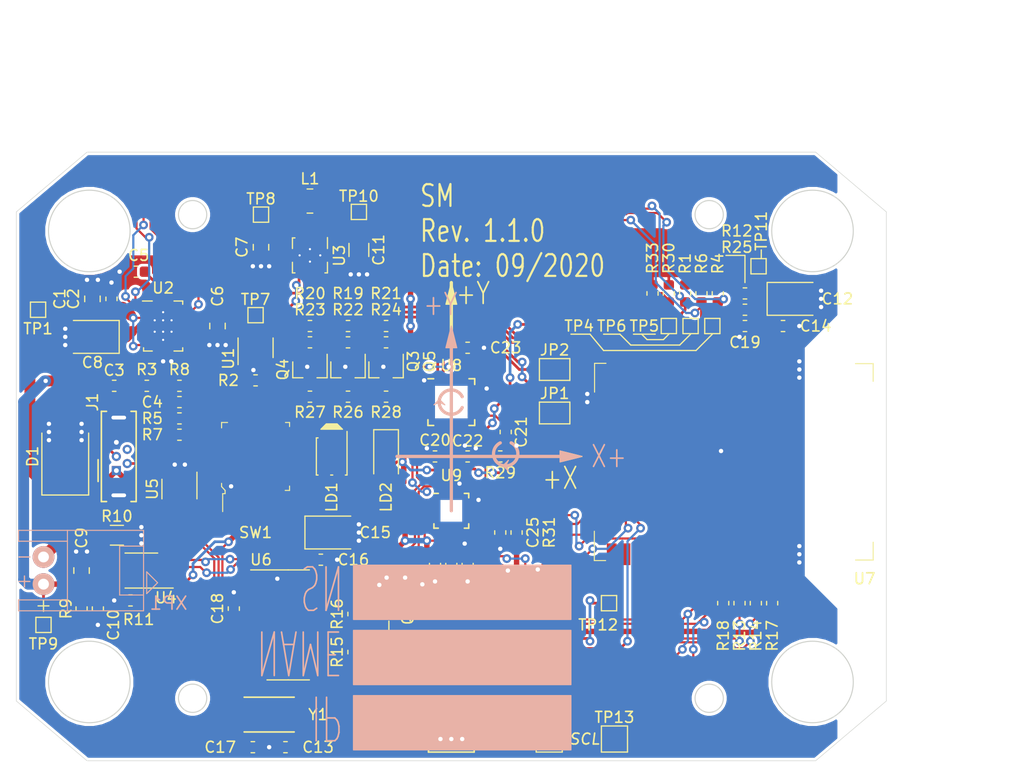
<source format=kicad_pcb>
(kicad_pcb (version 20171130) (host pcbnew 5.1.5-52549c5~86~ubuntu19.04.1)
  (layers (0 F.Cu signal) (31 B.Cu signal) (34 B.Paste user) (35 F.Paste user) (36 B.SilkS user) (37 F.SilkS user) (38 B.Mask user) (39 F.Mask user) (44 Edge.Cuts user))
  (net 0 "")
  (net 1 GNDA)
  (net 2 /ESP32/VBUS)
  (net 3 "Net-(C3-Pad2)")
  (net 4 +BATT)
  (net 5 "Net-(C4-Pad1)")
  (net 6 "Net-(C5-Pad1)")
  (net 7 VDD)
  (net 8 "Net-(C10-Pad1)")
  (net 9 +3V3)
  (net 10 "Net-(C12-Pad1)")
  (net 11 "Net-(C13-Pad1)")
  (net 12 "Net-(C17-Pad1)")
  (net 13 /ESP32/nRST)
  (net 14 "Net-(C22-Pad1)")
  (net 15 "Net-(C23-Pad1)")
  (net 16 "Net-(C26-Pad1)")
  (net 17 "Net-(L1-Pad2)")
  (net 18 "Net-(L1-Pad1)")
  (net 19 "Net-(Q1-Pad2)")
  (net 20 "Net-(Q1-Pad1)")
  (net 21 /ESP32/GPIO0)
  (net 22 "Net-(Q2-Pad2)")
  (net 23 "Net-(Q2-Pad1)")
  (net 24 "Net-(Q3-Pad3)")
  (net 25 "Net-(Q3-Pad1)")
  (net 26 "Net-(Q4-Pad3)")
  (net 27 "Net-(Q4-Pad1)")
  (net 28 "Net-(Q5-Pad3)")
  (net 29 "Net-(Q5-Pad1)")
  (net 30 /ESP32/CHRG-STAT1)
  (net 31 /ESP32/CHRG-STAT2)
  (net 32 /ESP32/VBUS-nPG)
  (net 33 "Net-(R7-Pad2)")
  (net 34 "Net-(R8-Pad2)")
  (net 35 "Net-(R11-Pad2)")
  (net 36 "Net-(R13-Pad2)")
  (net 37 /ESP32/RXD0)
  (net 38 "Net-(R14-Pad2)")
  (net 39 /ESP32/TXD0)
  (net 40 /ESP32/I2C-SCL)
  (net 41 /ESP32/i2C-SDA)
  (net 42 /ESP32/LED_R)
  (net 43 /ESP32/LED_G)
  (net 44 /ESP32/LED_B)
  (net 45 /ESP32/LED-CHRG-RED)
  (net 46 /ESP32/LED-CHRG-GREEN)
  (net 47 /ESP32/LED-LINK)
  (net 48 /ESP32/nM6050-INT)
  (net 49 /ESP32/nM9250-INT)
  (net 50 "Net-(U1-Pad4)")
  (net 51 /Power/PWR-BTN)
  (net 52 "Net-(R10-Pad2)")
  (net 53 /ESP32/D+)
  (net 54 /ESP32/D-)
  (net 55 /ESP32/USB-D-)
  (net 56 /ESP32/USB-D+)
  (net 57 "Net-(U6-Pad15)")
  (net 58 "Net-(U6-Pad12)")
  (net 59 "Net-(U6-Pad11)")
  (net 60 "Net-(U6-Pad10)")
  (net 61 "Net-(U6-Pad9)")
  (net 62 "Net-(U7-Pad24)")
  (net 63 "Net-(U7-Pad22)")
  (net 64 "Net-(U7-Pad21)")
  (net 65 "Net-(U7-Pad20)")
  (net 66 "Net-(U7-Pad19)")
  (net 67 "Net-(U7-Pad18)")
  (net 68 "Net-(U7-Pad17)")
  (net 69 /ESP32/SPI_MOSI)
  (net 70 "Net-(U7-Pad26)")
  (net 71 "Net-(U7-Pad29)")
  (net 72 "Net-(U7-Pad30)")
  (net 73 "Net-(U7-Pad31)")
  (net 74 "Net-(U7-Pad32)")
  (net 75 "Net-(U7-Pad37)")
  (net 76 /ESP32/SPI_CLK)
  (net 77 "Net-(U7-Pad5)")
  (net 78 "Net-(U8-Pad7)")
  (net 79 "Net-(U8-Pad6)")
  (net 80 "Net-(U9-Pad21)")
  (net 81 "Net-(U9-Pad7)")
  (net 82 "Net-(J1-Pad4)")
  (net 83 "Net-(TP7-Pad1)")
  (net 84 /ESP32/MPU6050_AD0)
  (net 85 /ESP32/SPI-nCS)
  (net 86 /ESP32/SPI-MISO)
  (net 87 "Net-(R2-Pad2)")
  (net 88 "Net-(U7-Pad27)")
  (module Resistor_SMD:R_1206_3216Metric (layer F.Cu) (at 69.25 107.25 180)
    (fp_text reference R10 (at 0 1.75) (layer F.SilkS))
    (fp_text value 0.05)
    (pad 2 smd roundrect (at 1.4 0 180) (size 1.25 1.75) (layers F.Cu F.Paste F.Mask) (roundrect_rratio 0.2) (net 52 "Net-(R10-Pad2)"))
    (pad 1 smd roundrect (at -1.4 0 180) (size 1.25 1.75) (layers F.Cu F.Paste F.Mask) (roundrect_rratio 0.2) (net 1 GNDA))
  )
  (module Jumper:SolderJumper-2_P1.3mm_Open_TrianglePad1.0x1.5mm (layer F.Cu) (at 109.5 92)
    (fp_text reference JP2 (at 0 -1.8) (layer F.SilkS))
    (fp_text value "MPU-9250 - SCL/SCK")
    (pad 1 smd custom (at -0.725 0) (size 0.3 0.3) (layers F.Cu F.Mask) (net 40 /ESP32/I2C-SCL) (options (clearance outline) (anchor rect)) (primitives (gr_poly (pts (xy -0.5 -0.75) (xy 0.5 -0.75) (xy 1 0) (xy 0.5 0.75) (xy -0.5 0.75)) (width 0))))
    (pad 2 smd custom (at 0.725 0) (size 0.3 0.3) (layers F.Cu F.Mask) (net 76 /ESP32/SPI_CLK) (options (clearance outline) (anchor rect)) (primitives (gr_poly (pts (xy -0.65 -0.75) (xy 0.5 -0.75) (xy 0.5 0.75) (xy -0.65 0.75) (xy -0.15 0)) (width 0))))
  )
  (module Jumper:SolderJumper-2_P1.3mm_Open_TrianglePad1.0x1.5mm (layer F.Cu) (at 109.5 96)
    (fp_text reference JP1 (at 0 -1.8) (layer F.SilkS))
    (fp_text value "MPU-9250 - SDA/MOSI")
    (pad 1 smd custom (at -0.725 0) (size 0.3 0.3) (layers F.Cu F.Mask) (net 41 /ESP32/i2C-SDA) (options (clearance outline) (anchor rect)) (primitives (gr_poly (pts (xy -0.5 -0.75) (xy 0.5 -0.75) (xy 1 0) (xy 0.5 0.75) (xy -0.5 0.75)) (width 0))))
    (pad 2 smd custom (at 0.725 0) (size 0.3 0.3) (layers F.Cu F.Mask) (net 69 /ESP32/SPI_MOSI) (options (clearance outline) (anchor rect)) (primitives (gr_poly (pts (xy -0.65 -0.75) (xy 0.5 -0.75) (xy 0.5 0.75) (xy -0.65 0.75) (xy -0.15 0)) (width 0))))
  )
  (module TestPoint:TestPoint_Pad_2.0x2.0mm (layer F.Cu) (at 109 126)
    (fp_text reference TP14 (at 0 -1.998) (layer F.SilkS))
    (fp_text value I2C-SDA)
    (pad 1 smd rect (at 0 0) (size 2 2) (layers F.Cu F.Mask) (net 41 /ESP32/i2C-SDA))
  )
  (module TestPoint:TestPoint_Pad_2.0x2.0mm (layer F.Cu) (at 115 126)
    (fp_text reference TP13 (at 0 -1.998) (layer F.SilkS))
    (fp_text value I2C-SCL)
    (pad 1 smd rect (at 0 0) (size 2 2) (layers F.Cu F.Mask) (net 40 /ESP32/I2C-SCL))
  )
  (module TestPoint:TestPoint_Pad_1.0x1.0mm (layer F.Cu) (at 114.5 113.5)
    (fp_text reference TP12 (at -1 2) (layer F.SilkS))
    (fp_text value BOOT)
    (pad 1 smd rect (at 0 0) (size 1 1) (layers F.Cu F.Mask) (net 21 /ESP32/GPIO0))
  )
  (module TestPoint:TestPoint_Pad_1.0x1.0mm (layer F.Cu) (at 128.25 82.5)
    (fp_text reference TP11 (at 0.25 -3.25 90) (layer F.SilkS))
    (fp_text value nRESET)
    (pad 1 smd rect (at 0 0) (size 1 1) (layers F.Cu F.Mask) (net 13 /ESP32/nRST))
  )
  (module TestPoint:TestPoint_Pad_1.0x1.0mm (layer F.Cu) (at 91.5 77.5)
    (fp_text reference TP10 (at 0 -1.448) (layer F.SilkS))
    (fp_text value +3.3VDC)
    (pad 1 smd rect (at 0 0) (size 1 1) (layers F.Cu F.Mask) (net 9 +3V3))
  )
  (module TestPoint:TestPoint_Pad_1.0x1.0mm (layer F.Cu) (at 62.5 115.5)
    (fp_text reference TP9 (at 0 1.75) (layer F.SilkS))
    (fp_text value BAT)
    (pad 1 smd rect (at 0 0) (size 1 1) (layers F.Cu F.Mask) (net 4 +BATT))
  )
  (module TestPoint:TestPoint_Pad_1.0x1.0mm (layer F.Cu) (at 82.5 77.75)
    (fp_text reference TP8 (at 0 -1.448) (layer F.SilkS))
    (fp_text value VDD)
    (pad 1 smd rect (at 0 0) (size 1 1) (layers F.Cu F.Mask) (net 7 VDD))
  )
  (module TestPoint:TestPoint_Pad_1.0x1.0mm (layer F.Cu) (at 82 87)
    (fp_text reference TP7 (at 0 -1.448) (layer F.SilkS))
    (fp_text value EN)
    (pad 1 smd rect (at 0 0) (size 1 1) (layers F.Cu F.Mask) (net 83 "Net-(TP7-Pad1)"))
  )
  (module TestPoint:TestPoint_Pad_1.0x1.0mm (layer F.Cu) (at 122 88)
    (fp_text reference TP6 (at -7.25 0) (layer F.SilkS))
    (fp_text value TestPoint_Alt)
    (pad 1 smd rect (at 0 0) (size 1 1) (layers F.Cu F.Mask) (net 32 /ESP32/VBUS-nPG))
  )
  (module TestPoint:TestPoint_Pad_1.0x1.0mm (layer F.Cu) (at 124 88)
    (fp_text reference TP5 (at -6.25 0) (layer F.SilkS))
    (fp_text value TestPoint_Alt)
    (pad 1 smd rect (at 0 0) (size 1 1) (layers F.Cu F.Mask) (net 31 /ESP32/CHRG-STAT2))
  )
  (module TestPoint:TestPoint_Pad_1.0x1.0mm (layer F.Cu) (at 120 88)
    (fp_text reference TP4 (at -8.25 0) (layer F.SilkS))
    (fp_text value TestPoint_Alt)
    (pad 1 smd rect (at 0 0) (size 1 1) (layers F.Cu F.Mask) (net 30 /ESP32/CHRG-STAT1))
  )
  (module TestPoint:TestPoint_Keystone_5019_Minature (layer F.Cu) (at 100 126)
    (fp_text reference TP2 (at 0 -2.25) (layer F.SilkS))
    (fp_text value GND)
    (pad 1 smd rect (at 0 0) (size 3.8 2) (layers F.Cu F.Paste F.Mask) (net 1 GNDA))
  )
  (module TestPoint:TestPoint_Pad_1.0x1.0mm (layer F.Cu) (at 62 86.5)
    (fp_text reference TP1 (at 0 1.75) (layer F.SilkS))
    (fp_text value VBUS)
    (pad 1 smd rect (at 0 0) (size 1 1) (layers F.Cu F.Mask) (net 2 /ESP32/VBUS))
  )
  (module PatternLibs:CWF-2R (layer B.Cu) (at 62.5 110.5 90)
    (fp_text reference XP1 (at -3 11.5) (layer B.SilkS) (effects (font (size 1.2 1.2)) (justify mirror)))
    (fp_text value CONN-2M hide)
    (pad 2 thru_hole circle (at 1.25 0 90) (size 2 2) (drill 1) (layers *.Cu *.Mask B.SilkS) (net 52 "Net-(R10-Pad2)"))
    (pad 1 thru_hole circle (at -1.25 0 90) (size 2 2) (drill 1) (layers *.Cu *.Mask B.SilkS) (net 4 +BATT))
  )
  (module digikey-footprints:ESP32-WROOM-32D (layer F.Cu) (at 123 100.5 270)
    (fp_text reference U7 (at 10.75 -15 180) (layer F.SilkS))
    (fp_text value ESP32-WROOM-32D)
    (pad 39 smd rect (at -1 -1.755 270) (size 5 5) (layers F.Cu F.Paste F.Mask) (net 1 GNDA))
    (pad 25 smd rect (at 8.5 8.255 270) (size 2 0.9) (layers F.Cu F.Paste F.Mask) (net 21 /ESP32/GPIO0))
    (pad 26 smd rect (at 8.5 6.985 270) (size 2 0.9) (layers F.Cu F.Paste F.Mask) (net 70 "Net-(U7-Pad26)"))
    (pad 27 smd rect (at 8.5 5.715 270) (size 2 0.9) (layers F.Cu F.Paste F.Mask) (net 88 "Net-(U7-Pad27)"))
    (pad 28 smd rect (at 8.5 4.445 270) (size 2 0.9) (layers F.Cu F.Paste F.Mask) (net 84 /ESP32/MPU6050_AD0))
    (pad 29 smd rect (at 8.5 3.175 270) (size 2 0.9) (layers F.Cu F.Paste F.Mask) (net 71 "Net-(U7-Pad29)"))
    (pad 30 smd rect (at 8.5 1.905 270) (size 2 0.9) (layers F.Cu F.Paste F.Mask) (net 72 "Net-(U7-Pad30)"))
    (pad 31 smd rect (at 8.5 0.635 270) (size 2 0.9) (layers F.Cu F.Paste F.Mask) (net 73 "Net-(U7-Pad31)"))
    (pad 32 smd rect (at 8.5 -0.635 270) (size 2 0.9) (layers F.Cu F.Paste F.Mask) (net 74 "Net-(U7-Pad32)"))
    (pad 33 smd rect (at 8.5 -1.905 270) (size 2 0.9) (layers F.Cu F.Paste F.Mask) (net 41 /ESP32/i2C-SDA))
    (pad 34 smd rect (at 8.5 -3.175 270) (size 2 0.9) (layers F.Cu F.Paste F.Mask) (net 37 /ESP32/RXD0))
    (pad 35 smd rect (at 8.5 -4.445 270) (size 2 0.9) (layers F.Cu F.Paste F.Mask) (net 39 /ESP32/TXD0))
    (pad 36 smd rect (at 8.5 -5.715 270) (size 2 0.9) (layers F.Cu F.Paste F.Mask) (net 40 /ESP32/I2C-SCL))
    (pad 37 smd rect (at 8.5 -6.985 270) (size 2 0.9) (layers F.Cu F.Paste F.Mask) (net 75 "Net-(U7-Pad37)"))
    (pad 38 smd rect (at 8.5 -8.255 270) (size 2 0.9) (layers F.Cu F.Paste F.Mask) (net 1 GNDA))
    (pad 14 smd rect (at -8.5 8.255 270) (size 2 0.9) (layers F.Cu F.Paste F.Mask) (net 86 /ESP32/SPI-MISO))
    (pad 13 smd rect (at -8.5 6.985 270) (size 2 0.9) (layers F.Cu F.Paste F.Mask) (net 76 /ESP32/SPI_CLK))
    (pad 12 smd rect (at -8.5 5.715 270) (size 2 0.9) (layers F.Cu F.Paste F.Mask) (net 44 /ESP32/LED_B))
    (pad 11 smd rect (at -8.5 4.445 270) (size 2 0.9) (layers F.Cu F.Paste F.Mask) (net 43 /ESP32/LED_G))
    (pad 10 smd rect (at -8.5 3.175 270) (size 2 0.9) (layers F.Cu F.Paste F.Mask) (net 42 /ESP32/LED_R))
    (pad 9 smd rect (at -8.5 1.905 270) (size 2 0.9) (layers F.Cu F.Paste F.Mask) (net 49 /ESP32/nM9250-INT))
    (pad 8 smd rect (at -8.5 0.635 270) (size 2 0.9) (layers F.Cu F.Paste F.Mask) (net 48 /ESP32/nM6050-INT))
    (pad 7 smd rect (at -8.5 -0.635 270) (size 2 0.9) (layers F.Cu F.Paste F.Mask) (net 30 /ESP32/CHRG-STAT1))
    (pad 6 smd rect (at -8.5 -1.905 270) (size 2 0.9) (layers F.Cu F.Paste F.Mask) (net 32 /ESP32/VBUS-nPG))
    (pad 5 smd rect (at -8.5 -3.175 270) (size 2 0.9) (layers F.Cu F.Paste F.Mask) (net 77 "Net-(U7-Pad5)"))
    (pad 4 smd rect (at -8.5 -4.445 270) (size 2 0.9) (layers F.Cu F.Paste F.Mask) (net 31 /ESP32/CHRG-STAT2))
    (pad 3 smd rect (at -8.5 -5.715 270) (size 2 0.9) (layers F.Cu F.Paste F.Mask) (net 13 /ESP32/nRST))
    (pad 2 smd rect (at -8.5 -6.985 270) (size 2 0.9) (layers F.Cu F.Paste F.Mask) (net 10 "Net-(C12-Pad1)"))
    (pad 24 smd rect (at 5.715 9.255) (size 2 0.9) (layers F.Cu F.Paste F.Mask) (net 62 "Net-(U7-Pad24)"))
    (pad 23 smd rect (at 4.445 9.255) (size 2 0.9) (layers F.Cu F.Paste F.Mask) (net 85 /ESP32/SPI-nCS))
    (pad 22 smd rect (at 3.175 9.255) (size 2 0.9) (layers F.Cu F.Paste F.Mask) (net 63 "Net-(U7-Pad22)"))
    (pad 21 smd rect (at 1.905 9.255) (size 2 0.9) (layers F.Cu F.Paste F.Mask) (net 64 "Net-(U7-Pad21)"))
    (pad 20 smd rect (at 0.635 9.255) (size 2 0.9) (layers F.Cu F.Paste F.Mask) (net 65 "Net-(U7-Pad20)"))
    (pad 19 smd rect (at -0.635 9.255) (size 2 0.9) (layers F.Cu F.Paste F.Mask) (net 66 "Net-(U7-Pad19)"))
    (pad 18 smd rect (at -1.905 9.255) (size 2 0.9) (layers F.Cu F.Paste F.Mask) (net 67 "Net-(U7-Pad18)"))
    (pad 17 smd rect (at -3.175 9.255) (size 2 0.9) (layers F.Cu F.Paste F.Mask) (net 68 "Net-(U7-Pad17)"))
    (pad 16 smd rect (at -4.445 9.255) (size 2 0.9) (layers F.Cu F.Paste F.Mask) (net 69 /ESP32/SPI_MOSI))
    (pad 15 smd rect (at -5.715 9.255) (size 2 0.9) (layers F.Cu F.Paste F.Mask) (net 1 GNDA))
    (pad 1 smd rect (at -8.5 -8.255 270) (size 2 0.9) (layers F.Cu F.Paste F.Mask) (net 1 GNDA))
  )
  (module PatternLibs:USB_Micro-B_Wuerth_614105150721_Vertical (layer F.Cu) (at 69.2 101.3 90)
    (fp_text reference J1 (at 6.3 -2.2 90) (layer F.SilkS))
    (fp_text value 614105150721)
    (pad 6 thru_hole oval (at 4.875 0.22 90) (size 0.85 1.85) (drill oval 0.35 1.35) (layers *.Cu *.Mask) (net 1 GNDA))
    (pad 6 thru_hole oval (at -2.275 0.22 90) (size 0.85 1.85) (drill oval 0.35 1.35) (layers *.Cu *.Mask) (net 1 GNDA))
    (pad 5 thru_hole circle (at 2.6 0 90) (size 0.84 0.84) (drill 0.44) (layers *.Cu *.Mask) (net 1 GNDA))
    (pad 4 thru_hole circle (at 1.95 1 90) (size 0.84 0.84) (drill 0.44) (layers *.Cu *.Mask) (net 82 "Net-(J1-Pad4)"))
    (pad 3 thru_hole circle (at 1.3 0 90) (size 0.84 0.84) (drill 0.44) (layers *.Cu *.Mask) (net 56 /ESP32/USB-D+))
    (pad 2 thru_hole circle (at 0.65 1 90) (size 0.84 0.84) (drill 0.44) (layers *.Cu *.Mask) (net 55 /ESP32/USB-D-))
    (pad 1 thru_hole rect (at 0 0 90) (size 0.84 0.84) (drill 0.44) (layers *.Cu *.Mask) (net 2 /ESP32/VBUS))
  )
  (module Package_DFN_QFN:Texas_VQFN-RHL-20_ThermalVias (layer F.Cu) (at 73.5 88)
    (fp_text reference U2 (at 0 -3.5) (layer F.SilkS))
    (fp_text value BQ24070)
    (pad 21 smd custom (at 0 0) (size 1.524 1.524) (layers F.Cu F.Mask) (net 1 GNDA) (options (clearance outline) (anchor rect)) (primitives (gr_poly (pts (xy 1.025 1.525) (xy 1.025 -1.525) (xy 0.375 -1.525) (xy 0.375 -1.925) (xy -0.375 -1.925) (xy -0.375 -1.525) (xy -1.025 -1.525) (xy -1.025 1.525) (xy -0.375 1.525) (xy -0.375 1.925) (xy 0.375 1.925) (xy 0.375 1.525)) (width 0))))
    (pad 1 smd roundrect (at -0.75 -2.15) (size 0.24 0.6) (layers F.Cu F.Paste F.Mask) (roundrect_rratio 0.21) (net 6 "Net-(C5-Pad1)"))
    (pad 2 smd roundrect (at -1.65 -1.75) (size 0.6 0.24) (layers F.Cu F.Paste F.Mask) (roundrect_rratio 0.21) (net 30 /ESP32/CHRG-STAT1))
    (pad 3 smd roundrect (at -1.65 -1.25) (size 0.6 0.24) (layers F.Cu F.Paste F.Mask) (roundrect_rratio 0.21) (net 31 /ESP32/CHRG-STAT2))
    (pad 4 smd roundrect (at -1.65 -0.75) (size 0.6 0.24) (layers F.Cu F.Paste F.Mask) (roundrect_rratio 0.21) (net 2 /ESP32/VBUS))
    (pad 5 smd roundrect (at -1.65 -0.25) (size 0.6 0.24) (layers F.Cu F.Paste F.Mask) (roundrect_rratio 0.21) (net 4 +BATT))
    (pad 6 smd roundrect (at -1.65 0.25) (size 0.6 0.24) (layers F.Cu F.Paste F.Mask) (roundrect_rratio 0.21) (net 4 +BATT))
    (pad 7 smd roundrect (at -1.65 0.75) (size 0.6 0.24) (layers F.Cu F.Paste F.Mask) (roundrect_rratio 0.21) (net 2 /ESP32/VBUS))
    (pad 8 smd roundrect (at -1.65 1.25) (size 0.6 0.24) (layers F.Cu F.Paste F.Mask) (roundrect_rratio 0.21) (net 1 GNDA))
    (pad 9 smd roundrect (at -1.65 1.75) (size 0.6 0.24) (layers F.Cu F.Paste F.Mask) (roundrect_rratio 0.21) (net 2 /ESP32/VBUS))
    (pad 10 smd roundrect (at -0.75 2.15) (size 0.24 0.6) (layers F.Cu F.Paste F.Mask) (roundrect_rratio 0.21) (net 3 "Net-(C3-Pad2)"))
    (pad 11 smd roundrect (at 0.75 2.15) (size 0.24 0.6) (layers F.Cu F.Paste F.Mask) (roundrect_rratio 0.21) (net 1 GNDA))
    (pad 12 smd roundrect (at 1.65 1.75) (size 0.6 0.24) (layers F.Cu F.Paste F.Mask) (roundrect_rratio 0.21) (net 34 "Net-(R8-Pad2)"))
    (pad 13 smd roundrect (at 1.65 1.25) (size 0.6 0.24) (layers F.Cu F.Paste F.Mask) (roundrect_rratio 0.21) (net 5 "Net-(C4-Pad1)"))
    (pad 14 smd roundrect (at 1.65 0.75) (size 0.6 0.24) (layers F.Cu F.Paste F.Mask) (roundrect_rratio 0.21) (net 33 "Net-(R7-Pad2)"))
    (pad 15 smd roundrect (at 1.65 0.25) (size 0.6 0.24) (layers F.Cu F.Paste F.Mask) (roundrect_rratio 0.21) (net 7 VDD))
    (pad 16 smd roundrect (at 1.65 -0.25) (size 0.6 0.24) (layers F.Cu F.Paste F.Mask) (roundrect_rratio 0.21) (net 7 VDD))
    (pad 17 smd roundrect (at 1.65 -0.75) (size 0.6 0.24) (layers F.Cu F.Paste F.Mask) (roundrect_rratio 0.21) (net 7 VDD))
    (pad 18 smd roundrect (at 1.65 -1.25) (size 0.6 0.24) (layers F.Cu F.Paste F.Mask) (roundrect_rratio 0.21) (net 32 /ESP32/VBUS-nPG))
    (pad 19 smd roundrect (at 1.65 -1.75) (size 0.6 0.24) (layers F.Cu F.Paste F.Mask) (roundrect_rratio 0.21) (net 1 GNDA))
    (pad 20 smd roundrect (at 0.75 -2.15) (size 0.24 0.6) (layers F.Cu F.Paste F.Mask) (roundrect_rratio 0.21) (net 1 GNDA))
    (pad 21 smd roundrect (at -0.275 -2.15) (size 0.2 0.6) (layers F.Cu F.Paste F.Mask) (net 1 GNDA))
    (pad 21 smd roundrect (at 0.275 -2.15) (size 0.2 0.6) (layers F.Cu F.Paste F.Mask) (net 1 GNDA))
    (pad 21 smd roundrect (at -0.275 2.15) (size 0.2 0.6) (layers F.Cu F.Paste F.Mask) (net 1 GNDA))
    (pad 21 smd roundrect (at 0.275 2.15) (size 0.2 0.6) (layers F.Cu F.Paste F.Mask) (net 1 GNDA))
    (pad 21 thru_hole circle (at 0 0.525) (size 0.5 0.5) (drill 0.2) (layers *.Cu) (net 1 GNDA))
    (pad 21 thru_hole circle (at 0 -0.525) (size 0.5 0.5) (drill 0.2) (layers *.Cu) (net 1 GNDA))
    (pad 21 thru_hole circle (at -0.775 -0.525) (size 0.5 0.5) (drill 0.2) (layers *.Cu) (net 1 GNDA))
    (pad 21 thru_hole circle (at 0.775 -0.525) (size 0.5 0.5) (drill 0.2) (layers *.Cu) (net 1 GNDA))
    (pad 21 thru_hole circle (at -0.775 0.525) (size 0.5 0.5) (drill 0.2) (layers *.Cu) (net 1 GNDA))
    (pad 21 thru_hole circle (at 0.775 0.525) (size 0.5 0.5) (drill 0.2) (layers *.Cu) (net 1 GNDA))
    (pad 21 thru_hole circle (at 0 -1.275) (size 0.5 0.5) (drill 0.2) (layers *.Cu) (net 1 GNDA))
    (pad 21 thru_hole circle (at 0 1.275) (size 0.5 0.5) (drill 0.2) (layers *.Cu) (net 1 GNDA))
  )
  (module PatternLibs:LED_Kingbright_APBD3224ESGC (layer F.Cu) (at 89 100 270)
    (fp_text reference LD1 (at 3.75 0 90) (layer F.SilkS))
    (fp_text value RED/GREEN)
    (pad 3 smd rect (at 1.6 0.7 270) (size 1.2 0.8) (layers F.Cu F.Paste F.Mask) (net 9 +3V3))
    (pad 4 smd rect (at -1.6 0.7 270) (size 1.2 0.8) (layers F.Cu F.Paste F.Mask) (net 46 /ESP32/LED-CHRG-GREEN))
    (pad 1 smd rect (at 1.6 -0.7 270) (size 1.2 0.8) (layers F.Cu F.Paste F.Mask) (net 9 +3V3))
    (pad 2 smd rect (at -1.6 -0.7 270) (size 1.2 0.8) (layers F.Cu F.Paste F.Mask) (net 45 /ESP32/LED-CHRG-RED))
  )
  (module Diode_SMD:D_SMB (layer F.Cu) (at 64.5 100 90)
    (fp_text reference D1 (at 0 -3 90) (layer F.SilkS))
    (fp_text value SMBJ5.0CA)
    (pad 2 smd rect (at 2.15 0 90) (size 2.5 2.3) (layers F.Cu F.Paste F.Mask) (net 1 GNDA))
    (pad 1 smd rect (at -2.15 0 90) (size 2.5 2.3) (layers F.Cu F.Paste F.Mask) (net 2 /ESP32/VBUS))
  )
  (module digikey-footprints:Switch_Tactile_SMD_6x6mm (layer F.Cu) (at 82 100 90)
    (fp_text reference SW1 (at -7 0 180) (layer F.SilkS))
    (fp_text value "\"ON/OFF\"")
    (pad 1 smd rect (at -4.55 -2.25) (size 1.4 2.1) (layers F.Cu F.Paste F.Mask) (net 1 GNDA))
    (pad 3 smd rect (at -4.55 2.25) (size 1.4 2.1) (layers F.Cu F.Paste F.Mask))
    (pad 4 smd rect (at 4.55 2.25) (size 1.4 2.1) (layers F.Cu F.Paste F.Mask))
    (pad 2 smd rect (at 4.55 -2.25) (size 1.4 2.1) (layers F.Cu F.Paste F.Mask) (net 51 /Power/PWR-BTN))
  )
  (module LED_SMD:LED_1206_3216Metric_Pad1.42x1.75mm_HandSolder (layer F.Cu) (at 94 100 270)
    (fp_text reference LD2 (at 3.75 0 90) (layer F.SilkS))
    (fp_text value BLUE)
    (pad 2 smd roundrect (at 1.4875 0 270) (size 1.425 1.75) (layers F.Cu F.Paste F.Mask) (roundrect_rratio 0.175439) (net 9 +3V3))
    (pad 1 smd roundrect (at -1.4875 0 270) (size 1.425 1.75) (layers F.Cu F.Paste F.Mask) (roundrect_rratio 0.175439) (net 47 /ESP32/LED-LINK))
  )
  (module Capacitor_Tantalum_SMD:CP_EIA-3528-21_Kemet-B (layer F.Cu) (at 131.5 85.5)
    (fp_text reference C12 (at 4 0) (layer F.SilkS))
    (fp_text value 10uF)
    (pad 2 smd roundrect (at 1.5375 0) (size 1.325 2.35) (layers F.Cu F.Paste F.Mask) (roundrect_rratio 0.188679) (net 1 GNDA))
    (pad 1 smd roundrect (at -1.5375 0) (size 1.325 2.35) (layers F.Cu F.Paste F.Mask) (roundrect_rratio 0.188679) (net 10 "Net-(C12-Pad1)"))
  )
  (module PatternLibs:ABM3 (layer F.Cu) (at 83.25 123.75 180)
    (fp_text reference Y1 (at -4.5 0 180) (layer F.SilkS))
    (fp_text value 12MHz hide)
    (pad 2 smd rect (at 2.049999 0 180) (size 1.9 2.4) (layers F.Cu F.Paste F.Mask) (net 12 "Net-(C17-Pad1)"))
    (pad 1 smd rect (at -2.049999 0 180) (size 1.9 2.4) (layers F.Cu F.Paste F.Mask) (net 11 "Net-(C13-Pad1)"))
  )
  (module Sensor_Motion:InvenSense_QFN-24_3x3mm_P0.4mm (layer F.Cu) (at 100 105)
    (fp_text reference U9 (at 0 -3.25) (layer F.SilkS))
    (fp_text value "DNP (MPU-9250 )")
    (pad 24 smd roundrect (at -1 -1.5 90) (size 0.55 0.2) (layers F.Cu F.Paste F.Mask) (net 41 /ESP32/i2C-SDA))
    (pad 23 smd roundrect (at -0.6 -1.5 90) (size 0.55 0.2) (layers F.Cu F.Paste F.Mask) (net 40 /ESP32/I2C-SCL))
    (pad 22 smd roundrect (at -0.2 -1.5 90) (size 0.55 0.2) (layers F.Cu F.Paste F.Mask) (net 85 /ESP32/SPI-nCS))
    (pad 21 smd roundrect (at 0.2 -1.5 90) (size 0.55 0.2) (layers F.Cu F.Paste F.Mask) (net 80 "Net-(U9-Pad21)"))
    (pad 20 smd roundrect (at 0.6 -1.5 90) (size 0.55 0.2) (layers F.Cu F.Paste F.Mask) (net 1 GNDA))
    (pad 19 smd roundrect (at 1 -1.5 90) (size 0.55 0.2) (layers F.Cu F.Paste F.Mask))
    (pad 18 smd roundrect (at 1.5 -1) (size 0.55 0.2) (layers F.Cu F.Paste F.Mask) (net 1 GNDA))
    (pad 17 smd roundrect (at 1.5 -0.6) (size 0.55 0.2) (layers F.Cu F.Paste F.Mask))
    (pad 16 smd roundrect (at 1.5 -0.2) (size 0.55 0.2) (layers F.Cu F.Paste F.Mask))
    (pad 15 smd roundrect (at 1.5 0.2) (size 0.55 0.2) (layers F.Cu F.Paste F.Mask))
    (pad 14 smd roundrect (at 1.5 0.6) (size 0.55 0.2) (layers F.Cu F.Paste F.Mask))
    (pad 13 smd roundrect (at 1.5 1) (size 0.55 0.2) (layers F.Cu F.Paste F.Mask) (net 9 +3V3))
    (pad 12 smd roundrect (at 1 1.5 90) (size 0.55 0.2) (layers F.Cu F.Paste F.Mask) (net 49 /ESP32/nM9250-INT))
    (pad 11 smd roundrect (at 0.6 1.5 90) (size 0.55 0.2) (layers F.Cu F.Paste F.Mask) (net 1 GNDA))
    (pad 10 smd roundrect (at 0.2 1.5 90) (size 0.55 0.2) (layers F.Cu F.Paste F.Mask) (net 16 "Net-(C26-Pad1)"))
    (pad 9 smd roundrect (at -0.2 1.5 90) (size 0.55 0.2) (layers F.Cu F.Paste F.Mask) (net 86 /ESP32/SPI-MISO))
    (pad 8 smd roundrect (at -0.6 1.5 90) (size 0.55 0.2) (layers F.Cu F.Paste F.Mask) (net 9 +3V3))
    (pad 7 smd roundrect (at -1 1.5 90) (size 0.55 0.2) (layers F.Cu F.Paste F.Mask) (net 81 "Net-(U9-Pad7)"))
    (pad 6 smd roundrect (at -1.5 1) (size 0.55 0.2) (layers F.Cu F.Paste F.Mask))
    (pad 5 smd roundrect (at -1.5 0.6) (size 0.55 0.2) (layers F.Cu F.Paste F.Mask))
    (pad 4 smd roundrect (at -1.5 0.2) (size 0.55 0.2) (layers F.Cu F.Paste F.Mask))
    (pad 3 smd roundrect (at -1.5 -0.2) (size 0.55 0.2) (layers F.Cu F.Paste F.Mask))
    (pad 2 smd roundrect (at -1.5 -0.6) (size 0.55 0.2) (layers F.Cu F.Paste F.Mask))
    (pad 1 smd roundrect (at -1.5 -1) (size 0.55 0.2) (layers F.Cu F.Paste F.Mask) (net 9 +3V3))
  )
  (module Sensor_Motion:InvenSense_QFN-24_4x4mm_P0.5mm (layer F.Cu) (at 100 95)
    (fp_text reference U8 (at 0 -3.375) (layer F.SilkS))
    (fp_text value MPU-6050)
    (pad 24 smd roundrect (at -1.25 -1.95 90) (size 0.85 0.3) (layers F.Cu F.Paste F.Mask) (net 41 /ESP32/i2C-SDA))
    (pad 23 smd roundrect (at -0.75 -1.95 90) (size 0.85 0.3) (layers F.Cu F.Paste F.Mask) (net 40 /ESP32/I2C-SCL))
    (pad 22 smd roundrect (at -0.25 -1.95 90) (size 0.85 0.3) (layers F.Cu F.Paste F.Mask))
    (pad 21 smd roundrect (at 0.25 -1.95 90) (size 0.85 0.3) (layers F.Cu F.Paste F.Mask))
    (pad 20 smd roundrect (at 0.75 -1.95 90) (size 0.85 0.3) (layers F.Cu F.Paste F.Mask) (net 15 "Net-(C23-Pad1)"))
    (pad 19 smd roundrect (at 1.25 -1.95 90) (size 0.85 0.3) (layers F.Cu F.Paste F.Mask))
    (pad 18 smd roundrect (at 1.95 -1.25) (size 0.85 0.3) (layers F.Cu F.Paste F.Mask) (net 1 GNDA))
    (pad 17 smd roundrect (at 1.95 -0.75) (size 0.85 0.3) (layers F.Cu F.Paste F.Mask))
    (pad 16 smd roundrect (at 1.95 -0.25) (size 0.85 0.3) (layers F.Cu F.Paste F.Mask))
    (pad 15 smd roundrect (at 1.95 0.25) (size 0.85 0.3) (layers F.Cu F.Paste F.Mask))
    (pad 14 smd roundrect (at 1.95 0.75) (size 0.85 0.3) (layers F.Cu F.Paste F.Mask))
    (pad 13 smd roundrect (at 1.95 1.25) (size 0.85 0.3) (layers F.Cu F.Paste F.Mask) (net 9 +3V3))
    (pad 12 smd roundrect (at 1.25 1.95 90) (size 0.85 0.3) (layers F.Cu F.Paste F.Mask) (net 48 /ESP32/nM6050-INT))
    (pad 11 smd roundrect (at 0.75 1.95 90) (size 0.85 0.3) (layers F.Cu F.Paste F.Mask) (net 1 GNDA))
    (pad 10 smd roundrect (at 0.25 1.95 90) (size 0.85 0.3) (layers F.Cu F.Paste F.Mask) (net 14 "Net-(C22-Pad1)"))
    (pad 9 smd roundrect (at -0.25 1.95 90) (size 0.85 0.3) (layers F.Cu F.Paste F.Mask) (net 84 /ESP32/MPU6050_AD0))
    (pad 8 smd roundrect (at -0.75 1.95 90) (size 0.85 0.3) (layers F.Cu F.Paste F.Mask) (net 9 +3V3))
    (pad 7 smd roundrect (at -1.25 1.95 90) (size 0.85 0.3) (layers F.Cu F.Paste F.Mask) (net 78 "Net-(U8-Pad7)"))
    (pad 6 smd roundrect (at -1.95 1.25) (size 0.85 0.3) (layers F.Cu F.Paste F.Mask) (net 79 "Net-(U8-Pad6)"))
    (pad 5 smd roundrect (at -1.95 0.75) (size 0.85 0.3) (layers F.Cu F.Paste F.Mask))
    (pad 4 smd roundrect (at -1.95 0.25) (size 0.85 0.3) (layers F.Cu F.Paste F.Mask))
    (pad 3 smd roundrect (at -1.95 -0.25) (size 0.85 0.3) (layers F.Cu F.Paste F.Mask))
    (pad 2 smd roundrect (at -1.95 -0.75) (size 0.85 0.3) (layers F.Cu F.Paste F.Mask))
    (pad 1 smd roundrect (at -1.95 -1.25) (size 0.85 0.3) (layers F.Cu F.Paste F.Mask) (net 1 GNDA))
  )
  (module Package_SO:SOIC-16_3.9x9.9mm_P1.27mm (layer F.Cu) (at 85 115.5)
    (fp_text reference U6 (at -2.5 -6) (layer F.SilkS))
    (fp_text value CH340G)
    (pad 16 smd roundrect (at 2.475 -4.445) (size 1.95 0.6) (layers F.Cu F.Paste F.Mask) (net 9 +3V3))
    (pad 15 smd roundrect (at 2.475 -3.175) (size 1.95 0.6) (layers F.Cu F.Paste F.Mask) (net 57 "Net-(U6-Pad15)"))
    (pad 14 smd roundrect (at 2.475 -1.905) (size 1.95 0.6) (layers F.Cu F.Paste F.Mask) (net 19 "Net-(Q1-Pad2)"))
    (pad 13 smd roundrect (at 2.475 -0.635) (size 1.95 0.6) (layers F.Cu F.Paste F.Mask) (net 22 "Net-(Q2-Pad2)"))
    (pad 12 smd roundrect (at 2.475 0.635) (size 1.95 0.6) (layers F.Cu F.Paste F.Mask) (net 58 "Net-(U6-Pad12)"))
    (pad 11 smd roundrect (at 2.475 1.905) (size 1.95 0.6) (layers F.Cu F.Paste F.Mask) (net 59 "Net-(U6-Pad11)"))
    (pad 10 smd roundrect (at 2.475 3.175) (size 1.95 0.6) (layers F.Cu F.Paste F.Mask) (net 60 "Net-(U6-Pad10)"))
    (pad 9 smd roundrect (at 2.475 4.445) (size 1.95 0.6) (layers F.Cu F.Paste F.Mask) (net 61 "Net-(U6-Pad9)"))
    (pad 8 smd roundrect (at -2.475 4.445) (size 1.95 0.6) (layers F.Cu F.Paste F.Mask) (net 12 "Net-(C17-Pad1)"))
    (pad 7 smd roundrect (at -2.475 3.175) (size 1.95 0.6) (layers F.Cu F.Paste F.Mask) (net 11 "Net-(C13-Pad1)"))
    (pad 6 smd roundrect (at -2.475 1.905) (size 1.95 0.6) (layers F.Cu F.Paste F.Mask) (net 54 /ESP32/D-))
    (pad 5 smd roundrect (at -2.475 0.635) (size 1.95 0.6) (layers F.Cu F.Paste F.Mask) (net 53 /ESP32/D+))
    (pad 4 smd roundrect (at -2.475 -0.635) (size 1.95 0.6) (layers F.Cu F.Paste F.Mask) (net 9 +3V3))
    (pad 3 smd roundrect (at -2.475 -1.905) (size 1.95 0.6) (layers F.Cu F.Paste F.Mask) (net 38 "Net-(R14-Pad2)"))
    (pad 2 smd roundrect (at -2.475 -3.175) (size 1.95 0.6) (layers F.Cu F.Paste F.Mask) (net 36 "Net-(R13-Pad2)"))
    (pad 1 smd roundrect (at -2.475 -4.445) (size 1.95 0.6) (layers F.Cu F.Paste F.Mask) (net 1 GNDA))
  )
  (module Package_TO_SOT_SMD:SOT-23-6 (layer F.Cu) (at 75 103 270)
    (fp_text reference U5 (at 0 2.5 90) (layer F.SilkS))
    (fp_text value USBLC6-2SC6)
    (pad 5 smd rect (at 1.1 0 270) (size 1.06 0.65) (layers F.Cu F.Paste F.Mask) (net 2 /ESP32/VBUS))
    (pad 6 smd rect (at 1.1 -0.95 270) (size 1.06 0.65) (layers F.Cu F.Paste F.Mask) (net 53 /ESP32/D+))
    (pad 4 smd rect (at 1.1 0.95 270) (size 1.06 0.65) (layers F.Cu F.Paste F.Mask) (net 54 /ESP32/D-))
    (pad 3 smd rect (at -1.1 0.95 270) (size 1.06 0.65) (layers F.Cu F.Paste F.Mask) (net 55 /ESP32/USB-D-))
    (pad 2 smd rect (at -1.1 0 270) (size 1.06 0.65) (layers F.Cu F.Paste F.Mask) (net 1 GNDA))
    (pad 1 smd rect (at -1.1 -0.95 270) (size 1.06 0.65) (layers F.Cu F.Paste F.Mask) (net 56 /ESP32/USB-D+))
  )
  (module Package_SO:MSOP-8_3x3mm_P0.65mm (layer F.Cu) (at 71.5 110.5 180)
    (fp_text reference U4 (at -2.25 -2.5) (layer F.SilkS))
    (fp_text value STC3100)
    (pad 8 smd roundrect (at 2.1125 -0.975 180) (size 1.625 0.5) (layers F.Cu F.Paste F.Mask) (net 8 "Net-(C10-Pad1)"))
    (pad 7 smd roundrect (at 2.1125 -0.325 180) (size 1.625 0.5) (layers F.Cu F.Paste F.Mask) (net 4 +BATT))
    (pad 6 smd roundrect (at 2.1125 0.325 180) (size 1.625 0.5) (layers F.Cu F.Paste F.Mask) (net 52 "Net-(R10-Pad2)"))
    (pad 5 smd roundrect (at 2.1125 0.975 180) (size 1.625 0.5) (layers F.Cu F.Paste F.Mask) (net 1 GNDA))
    (pad 4 smd roundrect (at -2.1125 0.975 180) (size 1.625 0.5) (layers F.Cu F.Paste F.Mask) (net 40 /ESP32/I2C-SCL))
    (pad 3 smd roundrect (at -2.1125 0.325 180) (size 1.625 0.5) (layers F.Cu F.Paste F.Mask) (net 41 /ESP32/i2C-SDA))
    (pad 2 smd roundrect (at -2.1125 -0.325 180) (size 1.625 0.5) (layers F.Cu F.Paste F.Mask) (net 35 "Net-(R11-Pad2)"))
    (pad 1 smd roundrect (at -2.1125 -0.975 180) (size 1.625 0.5) (layers F.Cu F.Paste F.Mask) (net 9 +3V3))
  )
  (module Package_SON:Texas_DRC0010J_ThermalVias (layer F.Cu) (at 87 81.5 270)
    (fp_text reference U3 (at 0.02032 -2.7 90) (layer F.SilkS))
    (fp_text value TPS63001)
    (pad 11 thru_hole circle (at 0 -0.95 270) (size 0.5 0.5) (drill 0.2) (layers *.Cu) (net 1 GNDA))
    (pad 11 thru_hole circle (at 0.575 0 270) (size 0.5 0.5) (drill 0.2) (layers *.Cu) (net 1 GNDA))
    (pad 11 thru_hole circle (at -0.575 0 270) (size 0.5 0.5) (drill 0.2) (layers *.Cu) (net 1 GNDA))
    (pad 11 thru_hole circle (at 0 0.95 270) (size 0.5 0.5) (drill 0.2) (layers *.Cu) (net 1 GNDA))
    (pad 11 smd custom (at 0 0 270) (size 1.65 2.4) (layers F.Cu F.Mask) (net 1 GNDA) (options (clearance outline) (anchor rect)) (primitives (gr_poly (pts (xy -0.375 -1.1) (xy -0.375 -1.7) (xy -0.125 -1.7) (xy -0.125 -1.1) (xy 0.125 -1.1) (xy 0.125 -1.7) (xy 0.375 -1.7) (xy 0.375 1.7) (xy 0.125 1.7) (xy 0.125 1.1) (xy -0.125 1.1) (xy -0.125 1.7) (xy -0.375 1.7)) (width 0))))
    (pad 10 smd rect (at 1.4 -1 270) (size 0.6 0.24) (layers F.Cu F.Paste F.Mask) (net 9 +3V3))
    (pad 9 smd rect (at 1.4 -0.5 270) (size 0.6 0.24) (layers F.Cu F.Paste F.Mask) (net 1 GNDA))
    (pad 8 smd rect (at 1.4 0 270) (size 0.6 0.24) (layers F.Cu F.Paste F.Mask) (net 7 VDD))
    (pad 7 smd rect (at 1.4 0.5 270) (size 0.6 0.24) (layers F.Cu F.Paste F.Mask) (net 7 VDD))
    (pad 6 smd rect (at 1.4 1 270) (size 0.6 0.24) (layers F.Cu F.Paste F.Mask) (net 83 "Net-(TP7-Pad1)"))
    (pad 5 smd rect (at -1.4 1 270) (size 0.6 0.24) (layers F.Cu F.Paste F.Mask) (net 7 VDD))
    (pad 4 smd rect (at -1.4 0.5 270) (size 0.6 0.24) (layers F.Cu F.Paste F.Mask) (net 18 "Net-(L1-Pad1)"))
    (pad 3 smd rect (at -1.4 0 270) (size 0.6 0.24) (layers F.Cu F.Paste F.Mask) (net 1 GNDA))
    (pad 2 smd rect (at -1.4 -0.5 270) (size 0.6 0.24) (layers F.Cu F.Paste F.Mask) (net 17 "Net-(L1-Pad2)"))
    (pad 1 smd rect (at -1.4 -1 270) (size 0.6 0.24) (layers F.Cu F.Paste F.Mask) (net 9 +3V3))
  )
  (module Package_TO_SOT_SMD:SOT-23-6 (layer F.Cu) (at 82 90 90)
    (fp_text reference U1 (at -1 -2.5 90) (layer F.SilkS))
    (fp_text value MAX16054AZT+T)
    (pad 5 smd rect (at 1.1 0 90) (size 1.06 0.65) (layers F.Cu F.Paste F.Mask) (net 83 "Net-(TP7-Pad1)"))
    (pad 6 smd rect (at 1.1 -0.95 90) (size 1.06 0.65) (layers F.Cu F.Paste F.Mask) (net 7 VDD))
    (pad 4 smd rect (at 1.1 0.95 90) (size 1.06 0.65) (layers F.Cu F.Paste F.Mask) (net 50 "Net-(U1-Pad4)"))
    (pad 3 smd rect (at -1.1 0.95 90) (size 1.06 0.65) (layers F.Cu F.Paste F.Mask) (net 87 "Net-(R2-Pad2)"))
    (pad 2 smd rect (at -1.1 0 90) (size 1.06 0.65) (layers F.Cu F.Paste F.Mask) (net 1 GNDA))
    (pad 1 smd rect (at -1.1 -0.95 90) (size 1.06 0.65) (layers F.Cu F.Paste F.Mask) (net 51 /Power/PWR-BTN))
  )
  (module Resistor_SMD:R_0603_1608Metric (layer F.Cu) (at 118.5 85 90)
    (fp_text reference R33 (at 3.25 0 90) (layer F.SilkS))
    (fp_text value 10k)
    (pad 2 smd roundrect (at 0.7875 0 90) (size 0.875 0.95) (layers F.Cu F.Paste F.Mask) (net 9 +3V3))
    (pad 1 smd roundrect (at -0.7875 0 90) (size 0.875 0.95) (layers F.Cu F.Paste F.Mask) (net 49 /ESP32/nM9250-INT))
  )
  (module Resistor_SMD:R_0603_1608Metric (layer F.Cu) (at 100 110 270)
    (fp_text reference R32 (at 3 0 90) (layer F.SilkS))
    (fp_text value DNP)
    (pad 2 smd roundrect (at 0.7875 0 270) (size 0.875 0.95) (layers F.Cu F.Paste F.Mask) (net 9 +3V3))
    (pad 1 smd roundrect (at -0.7875 0 270) (size 0.875 0.95) (layers F.Cu F.Paste F.Mask) (net 86 /ESP32/SPI-MISO))
  )
  (module Resistor_SMD:R_0603_1608Metric (layer F.Cu) (at 106 107 270)
    (fp_text reference R31 (at 0 -3 90) (layer F.SilkS))
    (fp_text value 10k)
    (pad 2 smd roundrect (at 0.7875 0 270) (size 0.875 0.95) (layers F.Cu F.Paste F.Mask) (net 9 +3V3))
    (pad 1 smd roundrect (at -0.7875 0 270) (size 0.875 0.95) (layers F.Cu F.Paste F.Mask) (net 85 /ESP32/SPI-nCS))
  )
  (module Resistor_SMD:R_0603_1608Metric (layer F.Cu) (at 120 85 90)
    (fp_text reference R30 (at 3.25 0 90) (layer F.SilkS))
    (fp_text value 10k)
    (pad 2 smd roundrect (at 0.7875 0 90) (size 0.875 0.95) (layers F.Cu F.Paste F.Mask) (net 9 +3V3))
    (pad 1 smd roundrect (at -0.7875 0 90) (size 0.875 0.95) (layers F.Cu F.Paste F.Mask) (net 48 /ESP32/nM6050-INT))
  )
  (module Resistor_SMD:R_0603_1608Metric (layer F.Cu) (at 104.5 100 180)
    (fp_text reference R29 (at 0 -1.5) (layer F.SilkS))
    (fp_text value 10k)
    (pad 2 smd roundrect (at 0.7875 0 180) (size 0.875 0.95) (layers F.Cu F.Paste F.Mask) (net 84 /ESP32/MPU6050_AD0))
    (pad 1 smd roundrect (at -0.7875 0 180) (size 0.875 0.95) (layers F.Cu F.Paste F.Mask) (net 1 GNDA))
  )
  (module Resistor_SMD:R_0603_1608Metric (layer F.Cu) (at 94 94.5 180)
    (fp_text reference R28 (at 0 -1.43) (layer F.SilkS))
    (fp_text value 649)
    (pad 2 smd roundrect (at 0.7875 0 180) (size 0.875 0.95) (layers F.Cu F.Paste F.Mask) (net 28 "Net-(Q5-Pad3)"))
    (pad 1 smd roundrect (at -0.7875 0 180) (size 0.875 0.95) (layers F.Cu F.Paste F.Mask) (net 47 /ESP32/LED-LINK))
  )
  (module Resistor_SMD:R_0603_1608Metric (layer F.Cu) (at 87 94.5 180)
    (fp_text reference R27 (at 0 -1.43) (layer F.SilkS))
    (fp_text value 300)
    (pad 2 smd roundrect (at 0.7875 0 180) (size 0.875 0.95) (layers F.Cu F.Paste F.Mask) (net 26 "Net-(Q4-Pad3)"))
    (pad 1 smd roundrect (at -0.7875 0 180) (size 0.875 0.95) (layers F.Cu F.Paste F.Mask) (net 46 /ESP32/LED-CHRG-GREEN))
  )
  (module Resistor_SMD:R_0603_1608Metric (layer F.Cu) (at 90.5 94.5 180)
    (fp_text reference R26 (at 0 -1.43) (layer F.SilkS))
    (fp_text value 270)
    (pad 2 smd roundrect (at 0.7875 0 180) (size 0.875 0.95) (layers F.Cu F.Paste F.Mask) (net 24 "Net-(Q3-Pad3)"))
    (pad 1 smd roundrect (at -0.7875 0 180) (size 0.875 0.95) (layers F.Cu F.Paste F.Mask) (net 45 /ESP32/LED-CHRG-RED))
  )
  (module Resistor_SMD:R_0603_1608Metric (layer F.Cu) (at 127 86.5 180)
    (fp_text reference R25 (at 0.75 5.75) (layer F.SilkS))
    (fp_text value 10k)
    (pad 2 smd roundrect (at 0.7875 0 180) (size 0.875 0.95) (layers F.Cu F.Paste F.Mask) (net 9 +3V3))
    (pad 1 smd roundrect (at -0.7875 0 180) (size 0.875 0.95) (layers F.Cu F.Paste F.Mask) (net 13 /ESP32/nRST))
  )
  (module Resistor_SMD:R_0603_1608Metric (layer F.Cu) (at 94 89.5)
    (fp_text reference R24 (at 0 -3) (layer F.SilkS))
    (fp_text value 10k)
    (pad 2 smd roundrect (at 0.7875 0) (size 0.875 0.95) (layers F.Cu F.Paste F.Mask) (net 29 "Net-(Q5-Pad1)"))
    (pad 1 smd roundrect (at -0.7875 0) (size 0.875 0.95) (layers F.Cu F.Paste F.Mask) (net 1 GNDA))
  )
  (module Resistor_SMD:R_0603_1608Metric (layer F.Cu) (at 87 89.5)
    (fp_text reference R23 (at 0 -3) (layer F.SilkS))
    (fp_text value 10k)
    (pad 2 smd roundrect (at 0.7875 0) (size 0.875 0.95) (layers F.Cu F.Paste F.Mask) (net 27 "Net-(Q4-Pad1)"))
    (pad 1 smd roundrect (at -0.7875 0) (size 0.875 0.95) (layers F.Cu F.Paste F.Mask) (net 1 GNDA))
  )
  (module Resistor_SMD:R_0603_1608Metric (layer F.Cu) (at 90.5 89.5)
    (fp_text reference R22 (at 0 -3) (layer F.SilkS))
    (fp_text value 10k)
    (pad 2 smd roundrect (at 0.7875 0) (size 0.875 0.95) (layers F.Cu F.Paste F.Mask) (net 25 "Net-(Q3-Pad1)"))
    (pad 1 smd roundrect (at -0.7875 0) (size 0.875 0.95) (layers F.Cu F.Paste F.Mask) (net 1 GNDA))
  )
  (module Resistor_SMD:R_0603_1608Metric (layer F.Cu) (at 94 88 180)
    (fp_text reference R21 (at 0 3) (layer F.SilkS))
    (fp_text value 120)
    (pad 2 smd roundrect (at 0.7875 0 180) (size 0.875 0.95) (layers F.Cu F.Paste F.Mask) (net 44 /ESP32/LED_B))
    (pad 1 smd roundrect (at -0.7875 0 180) (size 0.875 0.95) (layers F.Cu F.Paste F.Mask) (net 29 "Net-(Q5-Pad1)"))
  )
  (module Resistor_SMD:R_0603_1608Metric (layer F.Cu) (at 87 88 180)
    (fp_text reference R20 (at 0 3) (layer F.SilkS))
    (fp_text value 120)
    (pad 2 smd roundrect (at 0.7875 0 180) (size 0.875 0.95) (layers F.Cu F.Paste F.Mask) (net 43 /ESP32/LED_G))
    (pad 1 smd roundrect (at -0.7875 0 180) (size 0.875 0.95) (layers F.Cu F.Paste F.Mask) (net 27 "Net-(Q4-Pad1)"))
  )
  (module Resistor_SMD:R_0603_1608Metric (layer F.Cu) (at 90.5 88 180)
    (fp_text reference R19 (at 0 3) (layer F.SilkS))
    (fp_text value 120)
    (pad 2 smd roundrect (at 0.7875 0 180) (size 0.875 0.95) (layers F.Cu F.Paste F.Mask) (net 42 /ESP32/LED_R))
    (pad 1 smd roundrect (at -0.7875 0 180) (size 0.875 0.95) (layers F.Cu F.Paste F.Mask) (net 25 "Net-(Q3-Pad1)"))
  )
  (module Resistor_SMD:R_0603_1608Metric (layer F.Cu) (at 125 113.5 270)
    (fp_text reference R18 (at 3 0 90) (layer F.SilkS))
    (fp_text value 10k)
    (pad 2 smd roundrect (at 0.7875 0 270) (size 0.875 0.95) (layers F.Cu F.Paste F.Mask) (net 9 +3V3))
    (pad 1 smd roundrect (at -0.7875 0 270) (size 0.875 0.95) (layers F.Cu F.Paste F.Mask) (net 41 /ESP32/i2C-SDA))
  )
  (module Resistor_SMD:R_0603_1608Metric (layer F.Cu) (at 129.5 113.5 270)
    (fp_text reference R17 (at 3 0 90) (layer F.SilkS))
    (fp_text value 10k)
    (pad 2 smd roundrect (at 0.7875 0 270) (size 0.875 0.95) (layers F.Cu F.Paste F.Mask) (net 9 +3V3))
    (pad 1 smd roundrect (at -0.7875 0 270) (size 0.875 0.95) (layers F.Cu F.Paste F.Mask) (net 40 /ESP32/I2C-SCL))
  )
  (module Resistor_SMD:R_0603_1608Metric (layer F.Cu) (at 91 114.5 90)
    (fp_text reference R16 (at 0 -1.5 90) (layer F.SilkS))
    (fp_text value 10k)
    (pad 2 smd roundrect (at 0.7875 0 90) (size 0.875 0.95) (layers F.Cu F.Paste F.Mask) (net 19 "Net-(Q1-Pad2)"))
    (pad 1 smd roundrect (at -0.7875 0 90) (size 0.875 0.95) (layers F.Cu F.Paste F.Mask) (net 23 "Net-(Q2-Pad1)"))
  )
  (module Resistor_SMD:R_0603_1608Metric (layer F.Cu) (at 91 118 90)
    (fp_text reference R15 (at 0 -1.5 90) (layer F.SilkS))
    (fp_text value 10k)
    (pad 2 smd roundrect (at 0.7875 0 90) (size 0.875 0.95) (layers F.Cu F.Paste F.Mask) (net 22 "Net-(Q2-Pad2)"))
    (pad 1 smd roundrect (at -0.7875 0 90) (size 0.875 0.95) (layers F.Cu F.Paste F.Mask) (net 20 "Net-(Q1-Pad1)"))
  )
  (module Resistor_SMD:R_0603_1608Metric (layer F.Cu) (at 128 113.5 270)
    (fp_text reference R14 (at 3 0 90) (layer F.SilkS))
    (fp_text value 470)
    (pad 2 smd roundrect (at 0.7875 0 270) (size 0.875 0.95) (layers F.Cu F.Paste F.Mask) (net 38 "Net-(R14-Pad2)"))
    (pad 1 smd roundrect (at -0.7875 0 270) (size 0.875 0.95) (layers F.Cu F.Paste F.Mask) (net 39 /ESP32/TXD0))
  )
  (module Resistor_SMD:R_0603_1608Metric (layer F.Cu) (at 126.5 113.5 270)
    (fp_text reference R13 (at 3 0 90) (layer F.SilkS))
    (fp_text value 470)
    (pad 2 smd roundrect (at 0.7875 0 270) (size 0.875 0.95) (layers F.Cu F.Paste F.Mask) (net 36 "Net-(R13-Pad2)"))
    (pad 1 smd roundrect (at -0.7875 0 270) (size 0.875 0.95) (layers F.Cu F.Paste F.Mask) (net 37 /ESP32/RXD0))
  )
  (module Resistor_SMD:R_0603_1608Metric (layer F.Cu) (at 127 85 180)
    (fp_text reference R12 (at 0.75 5.75) (layer F.SilkS))
    (fp_text value 0E)
    (pad 2 smd roundrect (at 0.7875 0 180) (size 0.875 0.95) (layers F.Cu F.Paste F.Mask) (net 9 +3V3))
    (pad 1 smd roundrect (at -0.7875 0 180) (size 0.875 0.95) (layers F.Cu F.Paste F.Mask) (net 10 "Net-(C12-Pad1)"))
  )
  (module Resistor_SMD:R_0603_1608Metric (layer F.Cu) (at 70.5 113.25)
    (fp_text reference R11 (at 0.75 1.75) (layer F.SilkS))
    (fp_text value 200k)
    (pad 2 smd roundrect (at 0.7875 0) (size 0.875 0.95) (layers F.Cu F.Paste F.Mask) (net 35 "Net-(R11-Pad2)"))
    (pad 1 smd roundrect (at -0.7875 0) (size 0.875 0.95) (layers F.Cu F.Paste F.Mask) (net 1 GNDA))
  )
  (module Resistor_SMD:R_0603_1608Metric (layer F.Cu) (at 66 114 90)
    (fp_text reference R9 (at 0 -1.43 90) (layer F.SilkS))
    (fp_text value 1k)
    (pad 2 smd roundrect (at 0.7875 0 90) (size 0.875 0.95) (layers F.Cu F.Paste F.Mask) (net 4 +BATT))
    (pad 1 smd roundrect (at -0.7875 0 90) (size 0.875 0.95) (layers F.Cu F.Paste F.Mask) (net 8 "Net-(C10-Pad1)"))
  )
  (module Resistor_SMD:R_0603_1608Metric (layer F.Cu) (at 75 93.5)
    (fp_text reference R8 (at 0 -1.5) (layer F.SilkS))
    (fp_text value 10k)
    (pad 2 smd roundrect (at 0.7875 0) (size 0.875 0.95) (layers F.Cu F.Paste F.Mask) (net 34 "Net-(R8-Pad2)"))
    (pad 1 smd roundrect (at -0.7875 0) (size 0.875 0.95) (layers F.Cu F.Paste F.Mask) (net 1 GNDA))
  )
  (module Resistor_SMD:R_0603_1608Metric (layer F.Cu) (at 75 98)
    (fp_text reference R7 (at -2.5 0) (layer F.SilkS))
    (fp_text value 60.4k)
    (pad 2 smd roundrect (at 0.7875 0) (size 0.875 0.95) (layers F.Cu F.Paste F.Mask) (net 33 "Net-(R7-Pad2)"))
    (pad 1 smd roundrect (at -0.7875 0) (size 0.875 0.95) (layers F.Cu F.Paste F.Mask) (net 1 GNDA))
  )
  (module Resistor_SMD:R_0603_1608Metric (layer F.Cu) (at 123 85 90)
    (fp_text reference R6 (at 2.75 0 90) (layer F.SilkS))
    (fp_text value 10k)
    (pad 2 smd roundrect (at 0.7875 0 90) (size 0.875 0.95) (layers F.Cu F.Paste F.Mask) (net 9 +3V3))
    (pad 1 smd roundrect (at -0.7875 0 90) (size 0.875 0.95) (layers F.Cu F.Paste F.Mask) (net 32 /ESP32/VBUS-nPG))
  )
  (module Resistor_SMD:R_0603_1608Metric (layer F.Cu) (at 75 96.5)
    (fp_text reference R5 (at -2.5 0) (layer F.SilkS))
    (fp_text value 37.4k)
    (pad 2 smd roundrect (at 0.7875 0) (size 0.875 0.95) (layers F.Cu F.Paste F.Mask) (net 5 "Net-(C4-Pad1)"))
    (pad 1 smd roundrect (at -0.7875 0) (size 0.875 0.95) (layers F.Cu F.Paste F.Mask) (net 1 GNDA))
  )
  (module Resistor_SMD:R_0603_1608Metric (layer F.Cu) (at 124.5 85 90)
    (fp_text reference R4 (at 2.75 0 90) (layer F.SilkS))
    (fp_text value 10k)
    (pad 2 smd roundrect (at 0.7875 0 90) (size 0.875 0.95) (layers F.Cu F.Paste F.Mask) (net 9 +3V3))
    (pad 1 smd roundrect (at -0.7875 0 90) (size 0.875 0.95) (layers F.Cu F.Paste F.Mask) (net 31 /ESP32/CHRG-STAT2))
  )
  (module Resistor_SMD:R_0603_1608Metric (layer F.Cu) (at 72 93.5 180)
    (fp_text reference R3 (at 0 1.5) (layer F.SilkS))
    (fp_text value 2.2k)
    (pad 2 smd roundrect (at 0.7875 0 180) (size 0.875 0.95) (layers F.Cu F.Paste F.Mask) (net 3 "Net-(C3-Pad2)"))
    (pad 1 smd roundrect (at -0.7875 0 180) (size 0.875 0.95) (layers F.Cu F.Paste F.Mask) (net 1 GNDA))
  )
  (module Resistor_SMD:R_0603_1608Metric (layer F.Cu) (at 82 93)
    (fp_text reference R2 (at -2.5 0) (layer F.SilkS))
    (fp_text value 100k)
    (pad 2 smd roundrect (at 0.7875 0) (size 0.875 0.95) (layers F.Cu F.Paste F.Mask) (net 87 "Net-(R2-Pad2)"))
    (pad 1 smd roundrect (at -0.7875 0) (size 0.875 0.95) (layers F.Cu F.Paste F.Mask) (net 1 GNDA))
  )
  (module Resistor_SMD:R_0603_1608Metric (layer F.Cu) (at 121.5 85 90)
    (fp_text reference R1 (at 2.75 0 90) (layer F.SilkS))
    (fp_text value 10k)
    (pad 2 smd roundrect (at 0.7875 0 90) (size 0.875 0.95) (layers F.Cu F.Paste F.Mask) (net 9 +3V3))
    (pad 1 smd roundrect (at -0.7875 0 90) (size 0.875 0.95) (layers F.Cu F.Paste F.Mask) (net 30 /ESP32/CHRG-STAT1))
  )
  (module Package_TO_SOT_SMD:SOT-23 (layer F.Cu) (at 94 92 270)
    (fp_text reference Q5 (at -0.75 -4 90) (layer F.SilkS))
    (fp_text value BSS138)
    (pad 3 smd rect (at 1 0 270) (size 0.9 0.8) (layers F.Cu F.Paste F.Mask) (net 28 "Net-(Q5-Pad3)"))
    (pad 2 smd rect (at -1 0.95 270) (size 0.9 0.8) (layers F.Cu F.Paste F.Mask) (net 1 GNDA))
    (pad 1 smd rect (at -1 -0.95 270) (size 0.9 0.8) (layers F.Cu F.Paste F.Mask) (net 29 "Net-(Q5-Pad1)"))
  )
  (module Package_TO_SOT_SMD:SOT-23 (layer F.Cu) (at 87 92 270)
    (fp_text reference Q4 (at 0 2.5 90) (layer F.SilkS))
    (fp_text value BSS138)
    (pad 3 smd rect (at 1 0 270) (size 0.9 0.8) (layers F.Cu F.Paste F.Mask) (net 26 "Net-(Q4-Pad3)"))
    (pad 2 smd rect (at -1 0.95 270) (size 0.9 0.8) (layers F.Cu F.Paste F.Mask) (net 1 GNDA))
    (pad 1 smd rect (at -1 -0.95 270) (size 0.9 0.8) (layers F.Cu F.Paste F.Mask) (net 27 "Net-(Q4-Pad1)"))
  )
  (module Package_TO_SOT_SMD:SOT-23 (layer F.Cu) (at 90.5 92 270)
    (fp_text reference Q3 (at -0.75 -6 90) (layer F.SilkS))
    (fp_text value BSS138)
    (pad 3 smd rect (at 1 0 270) (size 0.9 0.8) (layers F.Cu F.Paste F.Mask) (net 24 "Net-(Q3-Pad3)"))
    (pad 2 smd rect (at -1 0.95 270) (size 0.9 0.8) (layers F.Cu F.Paste F.Mask) (net 1 GNDA))
    (pad 1 smd rect (at -1 -0.95 270) (size 0.9 0.8) (layers F.Cu F.Paste F.Mask) (net 25 "Net-(Q3-Pad1)"))
  )
  (module Package_TO_SOT_SMD:SOT-23 (layer F.Cu) (at 93.5 114.5)
    (fp_text reference Q2 (at 2.5 0 270) (layer F.SilkS))
    (fp_text value SS8050)
    (pad 3 smd rect (at 1 0) (size 0.9 0.8) (layers F.Cu F.Paste F.Mask) (net 21 /ESP32/GPIO0))
    (pad 2 smd rect (at -1 0.95) (size 0.9 0.8) (layers F.Cu F.Paste F.Mask) (net 22 "Net-(Q2-Pad2)"))
    (pad 1 smd rect (at -1 -0.95) (size 0.9 0.8) (layers F.Cu F.Paste F.Mask) (net 23 "Net-(Q2-Pad1)"))
  )
  (module Package_TO_SOT_SMD:SOT-23 (layer F.Cu) (at 93.5 118)
    (fp_text reference Q1 (at 2.5 0 270) (layer F.SilkS))
    (fp_text value SS8050)
    (pad 3 smd rect (at 1 0) (size 0.9 0.8) (layers F.Cu F.Paste F.Mask) (net 13 /ESP32/nRST))
    (pad 2 smd rect (at -1 0.95) (size 0.9 0.8) (layers F.Cu F.Paste F.Mask) (net 19 "Net-(Q1-Pad2)"))
    (pad 1 smd rect (at -1 -0.95) (size 0.9 0.8) (layers F.Cu F.Paste F.Mask) (net 20 "Net-(Q1-Pad1)"))
  )
  (module Inductor_SMD:L_1008_2520Metric (layer F.Cu) (at 87 76.5)
    (fp_text reference L1 (at 0 -2.05) (layer F.SilkS))
    (fp_text value 2.2uH)
    (pad 2 smd roundrect (at 1.075 0) (size 1.25 2.2) (layers F.Cu F.Paste F.Mask) (roundrect_rratio 0.2) (net 17 "Net-(L1-Pad2)"))
    (pad 1 smd roundrect (at -1.075 0) (size 1.25 2.2) (layers F.Cu F.Paste F.Mask) (roundrect_rratio 0.2) (net 18 "Net-(L1-Pad1)"))
  )
  (module Capacitor_SMD:C_0603_1608Metric (layer F.Cu) (at 101.5 110 270)
    (fp_text reference C26 (at 3 0 90) (layer F.SilkS))
    (fp_text value 100n)
    (pad 2 smd roundrect (at 0.7875 0 270) (size 0.875 0.95) (layers F.Cu F.Paste F.Mask) (net 1 GNDA))
    (pad 1 smd roundrect (at -0.7875 0 270) (size 0.875 0.95) (layers F.Cu F.Paste F.Mask) (net 16 "Net-(C26-Pad1)"))
  )
  (module Capacitor_SMD:C_0603_1608Metric (layer F.Cu) (at 104.5 107 270)
    (fp_text reference C25 (at 0 -3 90) (layer F.SilkS))
    (fp_text value 100n)
    (pad 2 smd roundrect (at 0.7875 0 270) (size 0.875 0.95) (layers F.Cu F.Paste F.Mask) (net 1 GNDA))
    (pad 1 smd roundrect (at -0.7875 0 270) (size 0.875 0.95) (layers F.Cu F.Paste F.Mask) (net 9 +3V3))
  )
  (module Capacitor_SMD:C_0603_1608Metric (layer F.Cu) (at 98.5 110 270)
    (fp_text reference C24 (at 3 0 90) (layer F.SilkS))
    (fp_text value 10n)
    (pad 2 smd roundrect (at 0.7875 0 270) (size 0.875 0.95) (layers F.Cu F.Paste F.Mask) (net 1 GNDA))
    (pad 1 smd roundrect (at -0.7875 0 270) (size 0.875 0.95) (layers F.Cu F.Paste F.Mask) (net 9 +3V3))
  )
  (module Capacitor_SMD:C_0603_1608Metric (layer F.Cu) (at 101.5 90)
    (fp_text reference C23 (at 3.5 0) (layer F.SilkS))
    (fp_text value 2.2n)
    (pad 2 smd roundrect (at 0.7875 0) (size 0.875 0.95) (layers F.Cu F.Paste F.Mask) (net 1 GNDA))
    (pad 1 smd roundrect (at -0.7875 0) (size 0.875 0.95) (layers F.Cu F.Paste F.Mask) (net 15 "Net-(C23-Pad1)"))
  )
  (module Capacitor_SMD:C_0603_1608Metric (layer F.Cu) (at 101.5 100)
    (fp_text reference C22 (at 0 -1.43) (layer F.SilkS))
    (fp_text value 100n)
    (pad 2 smd roundrect (at 0.7875 0) (size 0.875 0.95) (layers F.Cu F.Paste F.Mask) (net 1 GNDA))
    (pad 1 smd roundrect (at -0.7875 0) (size 0.875 0.95) (layers F.Cu F.Paste F.Mask) (net 14 "Net-(C22-Pad1)"))
  )
  (module Capacitor_SMD:C_0603_1608Metric (layer F.Cu) (at 105 97.75 270)
    (fp_text reference C21 (at 0 -1.43 90) (layer F.SilkS))
    (fp_text value 100n)
    (pad 2 smd roundrect (at 0.7875 0 270) (size 0.875 0.95) (layers F.Cu F.Paste F.Mask) (net 1 GNDA))
    (pad 1 smd roundrect (at -0.7875 0 270) (size 0.875 0.95) (layers F.Cu F.Paste F.Mask) (net 9 +3V3))
  )
  (module Capacitor_SMD:C_0603_1608Metric (layer F.Cu) (at 98.5 100 180)
    (fp_text reference C20 (at 0 1.5) (layer F.SilkS))
    (fp_text value 10n)
    (pad 2 smd roundrect (at 0.7875 0 180) (size 0.875 0.95) (layers F.Cu F.Paste F.Mask) (net 1 GNDA))
    (pad 1 smd roundrect (at -0.7875 0 180) (size 0.875 0.95) (layers F.Cu F.Paste F.Mask) (net 9 +3V3))
  )
  (module Capacitor_SMD:C_0603_1608Metric (layer F.Cu) (at 127 88 180)
    (fp_text reference C19 (at 0 -1.5) (layer F.SilkS))
    (fp_text value 100n)
    (pad 2 smd roundrect (at 0.7875 0 180) (size 0.875 0.95) (layers F.Cu F.Paste F.Mask) (net 1 GNDA))
    (pad 1 smd roundrect (at -0.7875 0 180) (size 0.875 0.95) (layers F.Cu F.Paste F.Mask) (net 13 /ESP32/nRST))
  )
  (module Capacitor_SMD:C_0603_1608Metric (layer F.Cu) (at 80 114 90)
    (fp_text reference C18 (at 0 -1.5 90) (layer F.SilkS))
    (fp_text value 100n)
    (pad 2 smd roundrect (at 0.7875 0 90) (size 0.875 0.95) (layers F.Cu F.Paste F.Mask) (net 1 GNDA))
    (pad 1 smd roundrect (at -0.7875 0 90) (size 0.875 0.95) (layers F.Cu F.Paste F.Mask) (net 9 +3V3))
  )
  (module Capacitor_SMD:C_0603_1608Metric (layer F.Cu) (at 81.75 126.75)
    (fp_text reference C17 (at -3 0) (layer F.SilkS))
    (fp_text value 27p)
    (pad 2 smd roundrect (at 0.7875 0) (size 0.875 0.95) (layers F.Cu F.Paste F.Mask) (net 1 GNDA))
    (pad 1 smd roundrect (at -0.7875 0) (size 0.875 0.95) (layers F.Cu F.Paste F.Mask) (net 12 "Net-(C17-Pad1)"))
  )
  (module Capacitor_SMD:C_0603_1608Metric (layer F.Cu) (at 88 109.5)
    (fp_text reference C16 (at 3 0) (layer F.SilkS))
    (fp_text value 100n)
    (pad 2 smd roundrect (at 0.7875 0) (size 0.875 0.95) (layers F.Cu F.Paste F.Mask) (net 1 GNDA))
    (pad 1 smd roundrect (at -0.7875 0) (size 0.875 0.95) (layers F.Cu F.Paste F.Mask) (net 9 +3V3))
  )
  (module Capacitor_Tantalum_SMD:CP_EIA-3528-21_Kemet-B (layer F.Cu) (at 89 107)
    (fp_text reference C15 (at 4 0) (layer F.SilkS))
    (fp_text value 10uF)
    (pad 2 smd roundrect (at 1.5375 0) (size 1.325 2.35) (layers F.Cu F.Paste F.Mask) (roundrect_rratio 0.188679) (net 1 GNDA))
    (pad 1 smd roundrect (at -1.5375 0) (size 1.325 2.35) (layers F.Cu F.Paste F.Mask) (roundrect_rratio 0.188679) (net 9 +3V3))
  )
  (module Capacitor_SMD:C_0603_1608Metric (layer F.Cu) (at 130.5 88)
    (fp_text reference C14 (at 3 0) (layer F.SilkS))
    (fp_text value 100n)
    (pad 2 smd roundrect (at 0.7875 0) (size 0.875 0.95) (layers F.Cu F.Paste F.Mask) (net 1 GNDA))
    (pad 1 smd roundrect (at -0.7875 0) (size 0.875 0.95) (layers F.Cu F.Paste F.Mask) (net 10 "Net-(C12-Pad1)"))
  )
  (module Capacitor_SMD:C_0603_1608Metric (layer F.Cu) (at 84.75 126.75 180)
    (fp_text reference C13 (at -3 0) (layer F.SilkS))
    (fp_text value 27p)
    (pad 2 smd roundrect (at 0.7875 0 180) (size 0.875 0.95) (layers F.Cu F.Paste F.Mask) (net 1 GNDA))
    (pad 1 smd roundrect (at -0.7875 0 180) (size 0.875 0.95) (layers F.Cu F.Paste F.Mask) (net 11 "Net-(C13-Pad1)"))
  )
  (module Capacitor_SMD:C_1206_3216Metric (layer F.Cu) (at 91.5 81 270)
    (fp_text reference C11 (at 0 -1.82 90) (layer F.SilkS))
    (fp_text value 47uF)
    (pad 2 smd roundrect (at 1.4 0 270) (size 1.25 1.75) (layers F.Cu F.Paste F.Mask) (roundrect_rratio 0.2) (net 1 GNDA))
    (pad 1 smd roundrect (at -1.4 0 270) (size 1.25 1.75) (layers F.Cu F.Paste F.Mask) (roundrect_rratio 0.2) (net 9 +3V3))
  )
  (module Capacitor_SMD:C_0603_1608Metric (layer F.Cu) (at 67.5 114 270)
    (fp_text reference C10 (at 1.5 -1.43 90) (layer F.SilkS))
    (fp_text value 220nF)
    (pad 2 smd roundrect (at 0.7875 0 270) (size 0.875 0.95) (layers F.Cu F.Paste F.Mask) (net 1 GNDA))
    (pad 1 smd roundrect (at -0.7875 0 270) (size 0.875 0.95) (layers F.Cu F.Paste F.Mask) (net 8 "Net-(C10-Pad1)"))
  )
  (module Capacitor_SMD:C_0805_2012Metric (layer F.Cu) (at 66 110.5 90)
    (fp_text reference C9 (at 3 0 90) (layer F.SilkS))
    (fp_text value 4.7uF)
    (pad 2 smd roundrect (at 0.9375 0 90) (size 0.975 1.4) (layers F.Cu F.Paste F.Mask) (net 1 GNDA))
    (pad 1 smd roundrect (at -0.9375 0 90) (size 0.975 1.4) (layers F.Cu F.Paste F.Mask) (net 4 +BATT))
  )
  (module Capacitor_Tantalum_SMD:CP_EIA-3528-21_Kemet-B (layer F.Cu) (at 67 89 180)
    (fp_text reference C8 (at 0 -2.35) (layer F.SilkS))
    (fp_text value 10uF)
    (pad 2 smd roundrect (at 1.5375 0 180) (size 1.325 2.35) (layers F.Cu F.Paste F.Mask) (roundrect_rratio 0.188679) (net 1 GNDA))
    (pad 1 smd roundrect (at -1.5375 0 180) (size 1.325 2.35) (layers F.Cu F.Paste F.Mask) (roundrect_rratio 0.188679) (net 4 +BATT))
  )
  (module Capacitor_SMD:C_0805_2012Metric (layer F.Cu) (at 82.5 80.75 270)
    (fp_text reference C7 (at 0 1.75 90) (layer F.SilkS))
    (fp_text value 10uF)
    (pad 2 smd roundrect (at 0.9375 0 270) (size 0.975 1.4) (layers F.Cu F.Paste F.Mask) (net 1 GNDA))
    (pad 1 smd roundrect (at -0.9375 0 270) (size 0.975 1.4) (layers F.Cu F.Paste F.Mask) (net 7 VDD))
  )
  (module Capacitor_SMD:C_0805_2012Metric (layer F.Cu) (at 78.5 88 270)
    (fp_text reference C6 (at -2.75 0 90) (layer F.SilkS))
    (fp_text value 10uF)
    (pad 2 smd roundrect (at 0.9375 0 270) (size 0.975 1.4) (layers F.Cu F.Paste F.Mask) (net 1 GNDA))
    (pad 1 smd roundrect (at -0.9375 0 270) (size 0.975 1.4) (layers F.Cu F.Paste F.Mask) (net 7 VDD))
  )
  (module Capacitor_SMD:C_0603_1608Metric (layer F.Cu) (at 71 83 180)
    (fp_text reference C5 (at -0.25 1.5) (layer F.SilkS))
    (fp_text value 100n)
    (pad 2 smd roundrect (at 0.7875 0 180) (size 0.875 0.95) (layers F.Cu F.Paste F.Mask) (net 1 GNDA))
    (pad 1 smd roundrect (at -0.7875 0 180) (size 0.875 0.95) (layers F.Cu F.Paste F.Mask) (net 6 "Net-(C5-Pad1)"))
  )
  (module Capacitor_SMD:C_0603_1608Metric (layer F.Cu) (at 75 95 180)
    (fp_text reference C4 (at 2.5 0) (layer F.SilkS))
    (fp_text value 10n)
    (pad 2 smd roundrect (at 0.7875 0 180) (size 0.875 0.95) (layers F.Cu F.Paste F.Mask) (net 1 GNDA))
    (pad 1 smd roundrect (at -0.7875 0 180) (size 0.875 0.95) (layers F.Cu F.Paste F.Mask) (net 5 "Net-(C4-Pad1)"))
  )
  (module Capacitor_SMD:C_0603_1608Metric (layer F.Cu) (at 69 93.5)
    (fp_text reference C3 (at 0 -1.43) (layer F.SilkS))
    (fp_text value 220nF)
    (pad 2 smd roundrect (at 0.7875 0) (size 0.875 0.95) (layers F.Cu F.Paste F.Mask) (net 3 "Net-(C3-Pad2)"))
    (pad 1 smd roundrect (at -0.7875 0) (size 0.875 0.95) (layers F.Cu F.Paste F.Mask) (net 4 +BATT))
  )
  (module Capacitor_SMD:C_0603_1608Metric (layer F.Cu) (at 68.75 85.5 90)
    (fp_text reference C2 (at 0 -3.5 90) (layer F.SilkS))
    (fp_text value 100n)
    (pad 2 smd roundrect (at 0.7875 0 90) (size 0.875 0.95) (layers F.Cu F.Paste F.Mask) (net 1 GNDA))
    (pad 1 smd roundrect (at -0.7875 0 90) (size 0.875 0.95) (layers F.Cu F.Paste F.Mask) (net 2 /ESP32/VBUS))
  )
  (module Capacitor_SMD:C_0805_2012Metric (layer F.Cu) (at 67 85.5 90)
    (fp_text reference C1 (at 0 -3 90) (layer F.SilkS))
    (fp_text value 4.7uF)
    (pad 2 smd roundrect (at 0.9375 0 90) (size 0.975 1.4) (layers F.Cu F.Paste F.Mask) (net 1 GNDA))
    (pad 1 smd roundrect (at -0.9375 0 90) (size 0.975 1.4) (layers F.Cu F.Paste F.Mask) (net 2 /ESP32/VBUS))
  )
  (gr_poly (pts (xy 90 97.5) (xy 88 97.5) (xy 88.5 97) (xy 89.5 97)) (layer F.SilkS) (width 0.1))
  (gr_poly (pts (xy 112 100) (xy 110 99.5) (xy 110 100.5)) (layer F.SilkS) (width 0.1))
  (gr_text +X (at 110 102) (layer F.SilkS) (effects (font (size 2 1.5))))
  (gr_text Y+ (at 102 85) (layer F.SilkS) (effects (font (size 2 1.5)) (justify mirror)))
  (gr_poly (pts (xy 100.5 86) (xy 99.5 86) (xy 100 84)) (layer F.SilkS) (width 0.1))
  (gr_line (start 100 84) (end 100 90) (layer F.SilkS) (width 0.3))
  (gr_line (start 107 100) (end 112 100) (layer F.SilkS) (width 0.12))
  (gr_arc (start 105 99.75) (end 104.5 98.75) (angle -306.9) (layer B.SilkS) (width 0.3))
  (gr_poly (pts (xy 104.75 100.85) (xy 105.25 100.35) (xy 105 100.85) (xy 105.25 101.35)) (layer B.SilkS) (width 0.1))
  (gr_poly (pts (xy 98.9 94.75) (xy 99.4 95.25) (xy 98.9 95) (xy 98.4 95.25)) (layer B.SilkS) (width 0.1))
  (gr_arc (start 100 95) (end 101 94.5) (angle -306.9) (layer B.SilkS) (width 0.3))
  (gr_text +X (at 114.5 100) (layer B.SilkS) (effects (font (size 2 1.5)) (justify mirror)))
  (gr_text Y+ (at 99 86) (layer B.SilkS) (effects (font (size 2 1.5)) (justify mirror)))
  (gr_poly (pts (xy 100.5 90) (xy 99.5 90) (xy 100 88)) (layer B.SilkS) (width 0.1))
  (gr_poly (pts (xy 112 100) (xy 110 100.5) (xy 110 99.5)) (layer B.SilkS) (width 0.1))
  (gr_line (start 100 105) (end 100 90) (layer B.SilkS) (width 0.3))
  (gr_line (start 95 100) (end 110 100) (layer B.SilkS) (width 0.3))
  (gr_text SN (at 86 112 180) (layer B.SilkS) (effects (font (size 4 2)) (justify left mirror)))
  (gr_poly (pts (xy 111 115) (xy 91 115) (xy 91 110) (xy 111 110)) (layer B.SilkS) (width 0.1))
  (gr_text NAME (at 82 118 180) (layer B.SilkS) (effects (font (size 4 2)) (justify left mirror)))
  (gr_text IP (at 87 124 180) (layer B.SilkS) (effects (font (size 4 2)) (justify left mirror)))
  (gr_poly (pts (xy 111 127) (xy 91 127) (xy 91 122) (xy 111 122)) (layer B.SilkS) (width 0.1))
  (gr_poly (pts (xy 111 121) (xy 91 121) (xy 91 116) (xy 111 116)) (layer B.SilkS) (width 0.1))
  (gr_text "SM\nRev. 1.1.0\nDate: 09/2020" (at 97 79.25) (layer F.SilkS) (effects (font (size 2 1.5) (thickness 0.2)) (justify left)))
  (gr_line (start 61.25 109.25) (end 60.25 109.25) (layer B.SilkS) (width 0.12))
  (gr_line (start 61.25 111.5) (end 60.25 111.5) (layer B.SilkS) (width 0.12))
  (gr_line (start 60.75 111) (end 60.75 112) (layer B.SilkS) (width 0.12))
  (gr_line (start 62 113.75) (end 63 113.75) (layer F.SilkS) (width 0.12))
  (gr_line (start 62.5 113.25) (end 62.5 114.25) (layer F.SilkS) (width 0.12))
  (gr_line (start 127 81.5) (end 125.25 81.5) (layer F.SilkS) (width 0.12))
  (gr_line (start 127 84) (end 127 81.5) (layer F.SilkS) (width 0.12))
  (gr_line (start 111 88.75) (end 112.75 88.75) (layer F.SilkS) (width 0.12))
  (gr_line (start 114 88.75) (end 115.5 88.75) (layer F.SilkS) (width 0.12))
  (gr_line (start 116.75 88.75) (end 118.75 88.75) (layer F.SilkS) (width 0.12))
  (gr_line (start 114 90.25) (end 112.75 88.75) (layer F.SilkS) (width 0.12))
  (gr_line (start 122.5 90.25) (end 114 90.25) (layer F.SilkS) (width 0.12))
  (gr_line (start 124 88.75) (end 122.5 90.25) (layer F.SilkS) (width 0.12))
  (gr_line (start 116.5 89.75) (end 115.5 88.75) (layer F.SilkS) (width 0.12))
  (gr_line (start 121 89.75) (end 116.5 89.75) (layer F.SilkS) (width 0.12))
  (gr_line (start 122 88.75) (end 121 89.75) (layer F.SilkS) (width 0.12))
  (gr_line (start 118 89.25) (end 117.5 88.75) (layer F.SilkS) (width 0.12))
  (gr_line (start 119.5 89.25) (end 118 89.25) (layer F.SilkS) (width 0.12))
  (gr_line (start 120 88.75) (end 119.5 89.25) (layer F.SilkS) (width 0.12))
  (gr_line (start 128.5 81) (end 128.5 81.75) (layer F.SilkS) (width 0.12))
  (gr_text SDA (at 106 126) (layer F.SilkS) (effects (font (size 1 1) (thickness 0.15) italic)))
  (gr_text SCL (at 112.25 126) (layer F.SilkS) (effects (font (size 1 1) (thickness 0.15) italic)))
  (gr_text GND (at 96 126) (layer F.SilkS) (effects (font (size 1 1) (thickness 0.15) italic)))
  (gr_line (start 66.5 128) (end 133.5 128) (layer Edge.Cuts) (width 0.05))
  (gr_line (start 60 77.5) (end 66.5 72) (layer Edge.Cuts) (width 0.05))
  (gr_line (start 66.5 128) (end 60 122.5) (layer Edge.Cuts) (width 0.05))
  (gr_line (start 133.5 128) (end 140 122.5) (layer Edge.Cuts) (width 0.05))
  (gr_line (start 133.5 72) (end 140 77.5) (layer Edge.Cuts) (width 0.05))
  (gr_line (start 133.5 72) (end 66.5 72) (layer Edge.Cuts) (width 0.05))
  (gr_line (start 60 77.5) (end 60 122.5) (layer Edge.Cuts) (width 0.05))
  (gr_line (start 140 77.5) (end 140 122.5) (layer Edge.Cuts) (width 0.05))
  (gr_circle (center 76.21099 77.749999) (end 77.51099 77.749999) (layer Edge.Cuts) (width 0.1))
  (gr_circle (center 76.21099 122.25) (end 77.51099 122.25) (layer Edge.Cuts) (width 0.1))
  (gr_circle (center 133.21099 79.25) (end 136.96099 79.25) (layer Edge.Cuts) (width 0.1))
  (gr_circle (center 66.71099 79.25) (end 70.46099 79.25) (layer Edge.Cuts) (width 0.1))
  (gr_circle (center 123.71099 122.25) (end 125.01099 122.25) (layer Edge.Cuts) (width 0.1))
  (gr_circle (center 123.71099 77.749999) (end 125.01099 77.749999) (layer Edge.Cuts) (width 0.1))
  (gr_circle (center 66.71099 120.75) (end 70.46099 120.75) (layer Edge.Cuts) (width 0.1))
  (gr_circle (center 133.21099 120.75) (end 136.96099 120.75) (layer Edge.Cuts) (width 0.1))
  (via (at 73.5 91.25) (size 0.8) (drill 0.4) (layers F.Cu B.Cu) (net 1))
  (segment (start 73.775 90.15) (end 73.775 90.975) (width 0.2) (layer F.Cu) (net 1))
  (segment (start 73.775 90.975) (end 73.5 91.25) (width 0.2) (layer F.Cu) (net 1))
  (via (at 89.5 109.5) (size 0.8) (drill 0.4) (layers F.Cu B.Cu) (net 1))
  (segment (start 88.7875 109.5) (end 89.5 109.5) (width 0.5) (layer F.Cu) (net 1))
  (segment (start 90.5375 107) (end 90.5 107) (width 0.5) (layer F.Cu) (net 1))
  (via (at 91.5 107) (size 0.8) (drill 0.4) (layers F.Cu B.Cu) (net 1))
  (segment (start 90.5 107) (end 91.5 107) (width 0.5) (layer F.Cu) (net 1))
  (via (at 91.5 106.25) (size 0.8) (drill 0.4) (layers F.Cu B.Cu) (net 1))
  (segment (start 90.5375 107) (end 90.75 107) (width 0.5) (layer F.Cu) (net 1))
  (segment (start 90.75 107) (end 91.5 106.25) (width 0.5) (layer F.Cu) (net 1))
  (via (at 91.5 107.75) (size 0.8) (drill 0.4) (layers F.Cu B.Cu) (net 1))
  (segment (start 90.75 107) (end 91.5 107.75) (width 0.5) (layer F.Cu) (net 1))
  (via (at 132 88) (size 0.8) (drill 0.4) (layers F.Cu B.Cu) (net 1))
  (segment (start 131.2875 88) (end 132 88) (width 0.5) (layer F.Cu) (net 1))
  (via (at 134 85.5) (size 0.8) (drill 0.4) (layers F.Cu B.Cu) (net 1))
  (segment (start 133.0375 85.5) (end 134 85.5) (width 0.5) (layer F.Cu) (net 1))
  (via (at 134 84.75) (size 0.8) (drill 0.4) (layers F.Cu B.Cu) (net 1))
  (segment (start 133.0375 85.5) (end 133.25 85.5) (width 0.5) (layer F.Cu) (net 1))
  (segment (start 133.25 85.5) (end 134 84.75) (width 0.5) (layer F.Cu) (net 1))
  (via (at 134 86.25) (size 0.8) (drill 0.4) (layers F.Cu B.Cu) (net 1))
  (segment (start 133.25 85.5) (end 134 86.25) (width 0.5) (layer F.Cu) (net 1))
  (segment (start 131.255 92) (end 131.999984 92) (width 0.5) (layer F.Cu) (net 1))
  (via (at 132 91.999984) (size 0.8) (drill 0.4) (layers F.Cu B.Cu) (net 1))
  (segment (start 131.999984 92) (end 132 91.999984) (width 0.5) (layer F.Cu) (net 1))
  (segment (start 131.255 91.995) (end 132 91.25) (width 0.5) (layer F.Cu) (net 1))
  (via (at 132 91.25) (size 0.8) (drill 0.4) (layers F.Cu B.Cu) (net 1))
  (segment (start 131.255 92) (end 131.255 91.995) (width 0.5) (layer F.Cu) (net 1))
  (segment (start 131.255 92) (end 131.999984 92) (width 0.5) (layer F.Cu) (net 1))
  (via (at 132 92.75) (size 0.8) (drill 0.4) (layers F.Cu B.Cu) (net 1))
  (segment (start 132 92.745) (end 131.255 92) (width 0.5) (layer F.Cu) (net 1))
  (segment (start 132 92.75) (end 132 92.745) (width 0.5) (layer F.Cu) (net 1))
  (segment (start 131.255 109) (end 132 109) (width 0.5) (layer F.Cu) (net 1))
  (via (at 132 109) (size 0.8) (drill 0.4) (layers F.Cu B.Cu) (net 1))
  (via (at 132.000012 109.75) (size 0.8) (drill 0.4) (layers F.Cu B.Cu) (net 1))
  (segment (start 132.000012 109.745012) (end 132.000012 109.75) (width 0.5) (layer F.Cu) (net 1))
  (segment (start 131.255 109) (end 132.000012 109.745012) (width 0.5) (layer F.Cu) (net 1))
  (segment (start 131.255 109) (end 131.255 108.995) (width 0.5) (layer F.Cu) (net 1))
  (via (at 132 108.25) (size 0.8) (drill 0.4) (layers F.Cu B.Cu) (net 1))
  (segment (start 131.255 108.995) (end 132 108.25) (width 0.5) (layer F.Cu) (net 1))
  (via (at 112.5 94.25) (size 0.8) (drill 0.4) (layers F.Cu B.Cu) (net 1))
  (segment (start 113.745 94.785) (end 113.035 94.785) (width 0.5) (layer F.Cu) (net 1))
  (segment (start 113.035 94.785) (end 112.5 94.25) (width 0.5) (layer F.Cu) (net 1))
  (via (at 112.5 95) (size 0.8) (drill 0.4) (layers F.Cu B.Cu) (net 1))
  (segment (start 113.745 94.785) (end 112.715 94.785) (width 0.5) (layer F.Cu) (net 1))
  (segment (start 112.715 94.785) (end 112.5 95) (width 0.5) (layer F.Cu) (net 1))
  (via (at 126.5 89) (size 0.8) (drill 0.4) (layers F.Cu B.Cu) (net 1))
  (segment (start 126.2125 88.7125) (end 126.5 89) (width 0.5) (layer F.Cu) (net 1))
  (segment (start 126.2125 88) (end 126.2125 88.7125) (width 0.5) (layer F.Cu) (net 1))
  (via (at 83.25 126.75) (size 0.8) (drill 0.4) (layers F.Cu B.Cu) (net 1))
  (segment (start 83.9625 126.75) (end 83.25 126.75) (width 0.5) (layer F.Cu) (net 1))
  (segment (start 83.25 126.75) (end 82.5375 126.75) (width 0.5) (layer F.Cu) (net 1))
  (via (at 66 97.75) (size 0.8) (drill 0.4) (layers F.Cu B.Cu) (net 1))
  (segment (start 64.5 97.85) (end 65.9 97.85) (width 0.5) (layer F.Cu) (net 1))
  (segment (start 65.9 97.85) (end 66 97.75) (width 0.5) (layer F.Cu) (net 1))
  (segment (start 64.5 97.85) (end 65.15 97.85) (width 0.5) (layer F.Cu) (net 1))
  (via (at 66 97) (size 0.8) (drill 0.4) (layers F.Cu B.Cu) (net 1))
  (segment (start 65.15 97.85) (end 66 97) (width 0.5) (layer F.Cu) (net 1))
  (via (at 66 98.5) (size 0.8) (drill 0.4) (layers F.Cu B.Cu) (net 1))
  (segment (start 64.5 97.85) (end 65.35 97.85) (width 0.5) (layer F.Cu) (net 1))
  (segment (start 65.35 97.85) (end 66 98.5) (width 0.5) (layer F.Cu) (net 1))
  (via (at 63 97) (size 0.8) (drill 0.4) (layers F.Cu B.Cu) (net 1))
  (segment (start 64.5 97.85) (end 63.85 97.85) (width 0.5) (layer F.Cu) (net 1))
  (segment (start 63.85 97.85) (end 63 97) (width 0.5) (layer F.Cu) (net 1))
  (via (at 63 97.75) (size 0.8) (drill 0.4) (layers F.Cu B.Cu) (net 1))
  (segment (start 64.5 97.85) (end 63.1 97.85) (width 0.5) (layer F.Cu) (net 1))
  (segment (start 63.1 97.85) (end 63 97.75) (width 0.5) (layer F.Cu) (net 1))
  (segment (start 64.5 97.85) (end 63.65 97.85) (width 0.5) (layer F.Cu) (net 1))
  (via (at 63 98.5) (size 0.8) (drill 0.4) (layers F.Cu B.Cu) (net 1))
  (segment (start 63.65 97.85) (end 63 98.5) (width 0.5) (layer F.Cu) (net 1))
  (segment (start 66 109.5625) (end 66 109.25) (width 0.5) (layer F.Cu) (net 1))
  (via (at 66.5 108.75) (size 0.8) (drill 0.4) (layers F.Cu B.Cu) (net 1))
  (segment (start 66 109.25) (end 66.5 108.75) (width 0.5) (layer F.Cu) (net 1))
  (via (at 65.5 108.75) (size 0.8) (drill 0.4) (layers F.Cu B.Cu) (net 1))
  (segment (start 66 109.25) (end 65.5 108.75) (width 0.5) (layer F.Cu) (net 1))
  (via (at 67.5 115.5) (size 0.8) (drill 0.4) (layers F.Cu B.Cu) (net 1))
  (segment (start 67.5 114.7875) (end 67.5 115.5) (width 0.5) (layer F.Cu) (net 1))
  (via (at 69 113.25) (size 0.8) (drill 0.4) (layers F.Cu B.Cu) (net 1))
  (segment (start 69.7125 113.25) (end 69 113.25) (width 0.5) (layer F.Cu) (net 1))
  (via (at 79.75 102.75) (size 0.8) (drill 0.4) (layers F.Cu B.Cu) (net 1))
  (segment (start 79.75 104.55) (end 79.75 102.75) (width 0.5) (layer F.Cu) (net 1))
  (via (at 64.5 89) (size 0.8) (drill 0.4) (layers F.Cu B.Cu) (net 1))
  (segment (start 65.4625 89) (end 64.5 89) (width 0.5) (layer F.Cu) (net 1))
  (via (at 64.5 88.25) (size 0.8) (drill 0.4) (layers F.Cu B.Cu) (net 1))
  (segment (start 65.4625 89) (end 65.25 89) (width 0.5) (layer F.Cu) (net 1))
  (segment (start 65.25 89) (end 64.5 88.25) (width 0.5) (layer F.Cu) (net 1))
  (via (at 64.5 89.75) (size 0.8) (drill 0.4) (layers F.Cu B.Cu) (net 1))
  (segment (start 65.25 89) (end 64.5 89.75) (width 0.5) (layer F.Cu) (net 1))
  (segment (start 67 84.5625) (end 67 84.25) (width 0.5) (layer F.Cu) (net 1))
  (via (at 67.5 83.75) (size 0.8) (drill 0.4) (layers F.Cu B.Cu) (net 1))
  (segment (start 67 84.25) (end 67.5 83.75) (width 0.5) (layer F.Cu) (net 1))
  (via (at 66.5 83.75) (size 0.8) (drill 0.4) (layers F.Cu B.Cu) (net 1))
  (segment (start 67 84.25) (end 66.5 83.75) (width 0.5) (layer F.Cu) (net 1))
  (via (at 68.75 84) (size 0.8) (drill 0.4) (layers F.Cu B.Cu) (net 1))
  (segment (start 68.75 84.7125) (end 68.75 84) (width 0.5) (layer F.Cu) (net 1))
  (via (at 69.5 83) (size 0.8) (drill 0.4) (layers F.Cu B.Cu) (net 1))
  (segment (start 70.2125 83) (end 69.5 83) (width 0.5) (layer F.Cu) (net 1))
  (via (at 82.5 82.5) (size 0.8) (drill 0.4) (layers F.Cu B.Cu) (net 1))
  (segment (start 82.5 81.6875) (end 82.5 82.5) (width 0.5) (layer F.Cu) (net 1))
  (via (at 83.25 82.5) (size 0.8) (drill 0.4) (layers F.Cu B.Cu) (net 1))
  (segment (start 82.5 81.6875) (end 82.5 81.75) (width 0.5) (layer F.Cu) (net 1))
  (segment (start 82.5 81.75) (end 83.25 82.5) (width 0.5) (layer F.Cu) (net 1))
  (via (at 81.75 82.5) (size 0.8) (drill 0.4) (layers F.Cu B.Cu) (net 1))
  (segment (start 82.5 81.75) (end 81.75 82.5) (width 0.5) (layer F.Cu) (net 1))
  (via (at 81.802103 92.051408) (size 0.8) (drill 0.4) (layers F.Cu B.Cu) (net 1))
  (segment (start 82 91.1) (end 82 91.853511) (width 0.25) (layer F.Cu) (net 1))
  (segment (start 82 91.853511) (end 81.802103 92.051408) (width 0.25) (layer F.Cu) (net 1))
  (segment (start 81.2125 92.641011) (end 81.802103 92.051408) (width 0.25) (layer F.Cu) (net 1))
  (segment (start 81.2125 93) (end 81.2125 92.641011) (width 0.25) (layer F.Cu) (net 1))
  (via (at 78.5 89.75) (size 0.8) (drill 0.4) (layers F.Cu B.Cu) (net 1))
  (segment (start 78.5 88.9375) (end 78.5 89.75) (width 0.5) (layer F.Cu) (net 1))
  (segment (start 78.5 88.9375) (end 78.5 89) (width 0.5) (layer F.Cu) (net 1))
  (via (at 79.25 89.75) (size 0.8) (drill 0.4) (layers F.Cu B.Cu) (net 1))
  (segment (start 78.5 89) (end 79.25 89.75) (width 0.5) (layer F.Cu) (net 1))
  (via (at 77.75 89.75) (size 0.8) (drill 0.4) (layers F.Cu B.Cu) (net 1))
  (segment (start 78.5 89) (end 77.75 89.75) (width 0.5) (layer F.Cu) (net 1))
  (via (at 80 112.5) (size 0.8) (drill 0.4) (layers F.Cu B.Cu) (net 1))
  (segment (start 80 113.2125) (end 80 112.5) (width 0.25) (layer F.Cu) (net 1))
  (via (at 84 111.25) (size 0.8) (drill 0.4) (layers F.Cu B.Cu) (net 1))
  (segment (start 82.525 111.055) (end 83.805 111.055) (width 0.25) (layer F.Cu) (net 1))
  (segment (start 83.805 111.055) (end 84 111.25) (width 0.25) (layer F.Cu) (net 1))
  (segment (start 75 101.9) (end 75 101.249996) (width 0.5) (layer F.Cu) (net 1))
  (via (at 75.499996 100.75) (size 0.8) (drill 0.4) (layers F.Cu B.Cu) (net 1))
  (segment (start 75 101.249996) (end 75.499996 100.75) (width 0.5) (layer F.Cu) (net 1))
  (via (at 74.567032 100.75) (size 0.8) (drill 0.4) (layers F.Cu B.Cu) (net 1))
  (segment (start 75 101.9) (end 75 101.184998) (width 0.5) (layer F.Cu) (net 1))
  (segment (start 74.567032 100.75203) (end 74.567032 100.75) (width 0.5) (layer F.Cu) (net 1))
  (segment (start 75 101.184998) (end 74.567032 100.75203) (width 0.5) (layer F.Cu) (net 1))
  (segment (start 86.2125 90.8375) (end 86.05 91) (width 0.25) (layer F.Cu) (net 1))
  (segment (start 86.2125 89.5) (end 86.2125 90.8375) (width 0.25) (layer F.Cu) (net 1))
  (segment (start 89.7125 90.8375) (end 89.55 91) (width 0.25) (layer F.Cu) (net 1))
  (segment (start 89.7125 89.5) (end 89.7125 90.8375) (width 0.25) (layer F.Cu) (net 1))
  (segment (start 93.2125 90.8375) (end 93.05 91) (width 0.25) (layer F.Cu) (net 1))
  (segment (start 93.2125 89.5) (end 93.2125 90.8375) (width 0.25) (layer F.Cu) (net 1))
  (via (at 86.75 91.75) (size 0.8) (drill 0.4) (layers F.Cu B.Cu) (net 1))
  (segment (start 86.05 91) (end 86.05 91.05) (width 0.25) (layer F.Cu) (net 1))
  (segment (start 86.05 91.05) (end 86.75 91.75) (width 0.25) (layer F.Cu) (net 1))
  (via (at 90.25 91.75) (size 0.8) (drill 0.4) (layers F.Cu B.Cu) (net 1))
  (segment (start 89.55 91) (end 89.55 91.05) (width 0.25) (layer F.Cu) (net 1))
  (segment (start 89.55 91.05) (end 90.25 91.75) (width 0.25) (layer F.Cu) (net 1))
  (via (at 93.75 91.75) (size 0.8) (drill 0.4) (layers F.Cu B.Cu) (net 1))
  (segment (start 93.05 91) (end 93.05 91.05) (width 0.25) (layer F.Cu) (net 1))
  (segment (start 93.05 91.05) (end 93.75 91.75) (width 0.25) (layer F.Cu) (net 1))
  (via (at 91.5 83.25) (size 0.8) (drill 0.4) (layers F.Cu B.Cu) (net 1))
  (segment (start 91.5 82.4) (end 91.5 83.25) (width 0.5) (layer F.Cu) (net 1))
  (via (at 92.25 83.25) (size 0.8) (drill 0.4) (layers F.Cu B.Cu) (net 1))
  (segment (start 91.5 82.4) (end 91.5 82.5) (width 0.5) (layer F.Cu) (net 1))
  (segment (start 91.5 82.5) (end 92.25 83.25) (width 0.5) (layer F.Cu) (net 1))
  (via (at 90.75 83.25) (size 0.8) (drill 0.4) (layers F.Cu B.Cu) (net 1))
  (segment (start 91.5 82.5) (end 90.75 83.25) (width 0.5) (layer F.Cu) (net 1))
  (via (at 100 126) (size 0.8) (drill 0.4) (layers F.Cu B.Cu) (net 1))
  (via (at 101 126) (size 0.8) (drill 0.4) (layers F.Cu B.Cu) (net 1))
  (segment (start 100 126) (end 101 126) (width 0.5) (layer F.Cu) (net 1))
  (via (at 99 126) (size 0.8) (drill 0.4) (layers F.Cu B.Cu) (net 1))
  (segment (start 100 126) (end 99 126) (width 0.5) (layer F.Cu) (net 1))
  (segment (start 87 80.1) (end 87 81.5) (width 0.25) (layer F.Cu) (net 1))
  (segment (start 87.5 82) (end 87 81.5) (width 0.25) (layer F.Cu) (net 1))
  (segment (start 87.5 82.9) (end 87.5 82) (width 0.25) (layer F.Cu) (net 1))
  (via (at 71.5 107.25) (size 0.8) (drill 0.4) (layers F.Cu B.Cu) (net 1))
  (segment (start 70.65 107.25) (end 71.5 107.25) (width 0.5) (layer F.Cu) (net 1))
  (via (at 71.5 106.5) (size 0.8) (drill 0.4) (layers F.Cu B.Cu) (net 1))
  (segment (start 70.65 107.25) (end 70.75 107.25) (width 0.5) (layer F.Cu) (net 1))
  (segment (start 70.75 107.25) (end 71.5 106.5) (width 0.5) (layer F.Cu) (net 1))
  (via (at 71.5 108) (size 0.8) (drill 0.4) (layers F.Cu B.Cu) (net 1))
  (segment (start 70.75 107.25) (end 71.5 108) (width 0.5) (layer F.Cu) (net 1))
  (via (at 103 90) (size 0.8) (drill 0.4) (layers F.Cu B.Cu) (net 1))
  (segment (start 102.2875 90) (end 103 90) (width 0.25) (layer F.Cu) (net 1))
  (via (at 102.25 99.25) (size 0.8) (drill 0.4) (layers F.Cu B.Cu) (net 1))
  (segment (start 102.2875 99.2875) (end 102.25 99.25) (width 0.25) (layer F.Cu) (net 1))
  (segment (start 102.2875 100) (end 102.2875 99.2875) (width 0.25) (layer F.Cu) (net 1))
  (via (at 101.22837 108.02163) (size 0.8) (drill 0.4) (layers F.Cu B.Cu) (net 1))
  (segment (start 100.6 106.5) (end 100.6 107.39326) (width 0.2) (layer F.Cu) (net 1))
  (segment (start 100.6 107.39326) (end 101.22837 108.02163) (width 0.2) (layer F.Cu) (net 1))
  (via (at 101.5 111.5) (size 0.8) (drill 0.4) (layers F.Cu B.Cu) (net 1))
  (segment (start 101.5 110.7875) (end 101.5 111.5) (width 0.2) (layer F.Cu) (net 1))
  (via (at 98.5 111.5) (size 0.8) (drill 0.4) (layers F.Cu B.Cu) (net 1))
  (segment (start 98.5 110.7875) (end 98.5 111.5) (width 0.2) (layer F.Cu) (net 1))
  (via (at 104.5 108.5) (size 0.8) (drill 0.4) (layers F.Cu B.Cu) (net 1))
  (segment (start 104.5 107.7875) (end 104.5 108.5) (width 0.2) (layer F.Cu) (net 1))
  (via (at 103.25 93.75) (size 0.8) (drill 0.4) (layers F.Cu B.Cu) (net 1))
  (segment (start 101.95 93.75) (end 103.25 93.75) (width 0.2) (layer F.Cu) (net 1))
  (via (at 100.75 102.5) (size 0.8) (drill 0.4) (layers F.Cu B.Cu) (net 1))
  (segment (start 100.6 103.5) (end 100.6 102.65) (width 0.2) (layer F.Cu) (net 1))
  (segment (start 100.6 102.65) (end 100.75 102.5) (width 0.2) (layer F.Cu) (net 1))
  (via (at 102.5 104) (size 0.8) (drill 0.4) (layers F.Cu B.Cu) (net 1))
  (segment (start 101.5 104) (end 102.5 104) (width 0.2) (layer F.Cu) (net 1))
  (via (at 97.499962 93) (size 0.8) (drill 0.4) (layers F.Cu B.Cu) (net 1))
  (segment (start 98.05 93.75) (end 97.5 93.75) (width 0.2) (layer F.Cu) (net 1))
  (segment (start 97.499962 93.749962) (end 97.499962 93) (width 0.2) (layer F.Cu) (net 1))
  (segment (start 97.5 93.75) (end 97.499962 93.749962) (width 0.2) (layer F.Cu) (net 1))
  (via (at 97.75 99.25) (size 0.8) (drill 0.4) (layers F.Cu B.Cu) (net 1))
  (segment (start 97.7125 100) (end 97.7125 99.2875) (width 0.25) (layer F.Cu) (net 1))
  (segment (start 97.7125 99.2875) (end 97.75 99.25) (width 0.25) (layer F.Cu) (net 1))
  (segment (start 100.75 96.95) (end 100.75 98.499998) (width 0.25) (layer F.Cu) (net 1))
  (via (at 101.250002 99) (size 0.8) (drill 0.4) (layers F.Cu B.Cu) (net 1))
  (segment (start 100.75 98.499998) (end 101.250002 99) (width 0.25) (layer F.Cu) (net 1))
  (segment (start 70.65 109.25) (end 70.65 107.25) (width 0.25) (layer F.Cu) (net 1))
  (segment (start 69.3875 109.525) (end 70.375 109.525) (width 0.25) (layer F.Cu) (net 1))
  (segment (start 70.375 109.525) (end 70.65 109.25) (width 0.25) (layer F.Cu) (net 1))
  (segment (start 74.25 90.15) (end 74.25 91.249992) (width 0.2) (layer F.Cu) (net 1))
  (via (at 74.249992 91.25) (size 0.8) (drill 0.4) (layers F.Cu B.Cu) (net 1))
  (segment (start 74.25 91.249992) (end 74.249992 91.25) (width 0.2) (layer F.Cu) (net 1))
  (segment (start 72.775 89.25) (end 73.5 88.525) (width 0.2) (layer F.Cu) (net 1))
  (segment (start 71.85 89.25) (end 72.775 89.25) (width 0.2) (layer F.Cu) (net 1))
  (via (at 124.8 99.5) (size 0.8) (drill 0.4) (layers F.Cu B.Cu) (net 1))
  (segment (start 124.755 99.5) (end 124.8 99.5) (width 0.2) (layer F.Cu) (net 1))
  (via (at 106 99.000002) (size 0.8) (drill 0.4) (layers F.Cu B.Cu) (net 1))
  (segment (start 105.787498 98.7875) (end 106 99.000002) (width 0.25) (layer F.Cu) (net 1))
  (segment (start 105 98.7875) (end 105.787498 98.7875) (width 0.25) (layer F.Cu) (net 1))
  (segment (start 105.2875 99.712502) (end 106 99.000002) (width 0.25) (layer F.Cu) (net 1))
  (segment (start 105.2875 100) (end 105.2875 99.712502) (width 0.25) (layer F.Cu) (net 1))
  (segment (start 71.019999 103.119999) (end 69.2 101.3) (width 0.5) (layer F.Cu) (net 2))
  (segment (start 74.869999 103.119999) (end 71.019999 103.119999) (width 0.5) (layer F.Cu) (net 2))
  (segment (start 75 104.1) (end 75 103.25) (width 0.5) (layer F.Cu) (net 2))
  (segment (start 75 103.25) (end 74.869999 103.119999) (width 0.5) (layer F.Cu) (net 2))
  (segment (start 64.5 102.15) (end 62.15 102.15) (width 1) (layer F.Cu) (net 2))
  (segment (start 62.15 102.15) (end 61.25 101.25) (width 1) (layer F.Cu) (net 2))
  (segment (start 61.25 87.25) (end 62 86.5) (width 1) (layer F.Cu) (net 2))
  (segment (start 61.25 101.25) (end 61.25 87.25) (width 1) (layer F.Cu) (net 2))
  (segment (start 66.9375 86.5) (end 67 86.4375) (width 1) (layer F.Cu) (net 2))
  (segment (start 62 86.5) (end 66.9375 86.5) (width 1) (layer F.Cu) (net 2))
  (segment (start 68.6 86.4375) (end 68.75 86.2875) (width 1) (layer F.Cu) (net 2))
  (segment (start 67 86.4375) (end 68.6 86.4375) (width 1) (layer F.Cu) (net 2))
  (segment (start 68.75 86.2875) (end 69.7875 86.2875) (width 1) (layer F.Cu) (net 2))
  (segment (start 69.7875 86.2875) (end 70.5 87) (width 1) (layer F.Cu) (net 2))
  (segment (start 64.5 102.15) (end 68.35 102.15) (width 1) (layer F.Cu) (net 2))
  (segment (start 69.2 101.3) (end 68.35 102.15) (width 0.5) (layer F.Cu) (net 2))
  (segment (start 70.75 87.25) (end 70.5 87) (width 0.2) (layer F.Cu) (net 2))
  (segment (start 71.85 87.25) (end 70.75 87.25) (width 0.2) (layer F.Cu) (net 2))
  (via (at 70.75 89.85) (size 0.8) (drill 0.4) (layers F.Cu B.Cu) (net 2))
  (segment (start 71.85 89.75) (end 70.85 89.75) (width 0.2) (layer F.Cu) (net 2))
  (segment (start 70.85 89.75) (end 70.75 89.85) (width 0.2) (layer F.Cu) (net 2))
  (via (at 70.75 87.25) (size 0.8) (drill 0.4) (layers F.Cu B.Cu) (net 2))
  (segment (start 70.75 89.85) (end 70.75 87.25) (width 0.2) (layer B.Cu) (net 2))
  (segment (start 69.7875 93.5) (end 71.2125 93.5) (width 0.25) (layer F.Cu) (net 3))
  (segment (start 71.2125 92.3875) (end 72.75 90.85) (width 0.2) (layer F.Cu) (net 3))
  (segment (start 71.2125 93.5) (end 71.2125 92.3875) (width 0.2) (layer F.Cu) (net 3))
  (segment (start 72.75 90.15) (end 72.75 90.85) (width 0.2) (layer F.Cu) (net 3))
  (segment (start 66.53751 110.89999) (end 66 111.4375) (width 0.25) (layer F.Cu) (net 4))
  (segment (start 69.35001 110.89999) (end 66.53751 110.89999) (width 0.25) (layer F.Cu) (net 4))
  (segment (start 69.3875 110.8625) (end 69.35001 110.89999) (width 0.25) (layer F.Cu) (net 4))
  (segment (start 69.3875 110.825) (end 69.3875 110.8625) (width 0.25) (layer F.Cu) (net 4))
  (segment (start 62.5 115.5) (end 62.5 111.75) (width 0.25) (layer F.Cu) (net 4))
  (segment (start 66 113.2125) (end 66 111.4375) (width 0.25) (layer F.Cu) (net 4))
  (segment (start 65.6875 111.75) (end 66 111.4375) (width 0.5) (layer F.Cu) (net 4))
  (segment (start 62.5 111.75) (end 65.6875 111.75) (width 0.5) (layer F.Cu) (net 4))
  (segment (start 62.5 111.75) (end 61.1 111.75) (width 1) (layer B.Cu) (net 4))
  (segment (start 61.1 111.75) (end 60.67501 111.32501) (width 1) (layer B.Cu) (net 4))
  (segment (start 60.67501 111.32501) (end 60.67501 94.97499) (width 1) (layer B.Cu) (net 4))
  (via (at 62.7 93.05) (size 0.8) (drill 0.4) (layers F.Cu B.Cu) (net 4))
  (segment (start 60.67501 94.97499) (end 62.6 93.05) (width 1) (layer B.Cu) (net 4))
  (segment (start 62.6 93.05) (end 62.7 93.05) (width 1) (layer B.Cu) (net 4))
  (segment (start 68.5375 89) (end 68.5375 91.4125) (width 1) (layer F.Cu) (net 4))
  (segment (start 66.9 93.05) (end 62.7 93.05) (width 1) (layer F.Cu) (net 4))
  (segment (start 68.5375 91.4125) (end 66.9 93.05) (width 1) (layer F.Cu) (net 4))
  (segment (start 67.35 93.5) (end 66.9 93.05) (width 0.25) (layer F.Cu) (net 4))
  (segment (start 68.2125 93.5) (end 67.35 93.5) (width 0.25) (layer F.Cu) (net 4))
  (segment (start 68.5375 89) (end 70.1 89) (width 1) (layer F.Cu) (net 4))
  (segment (start 70.1 89) (end 70.6 88.5) (width 1) (layer F.Cu) (net 4))
  (segment (start 70.85 88.25) (end 70.6 88.5) (width 0.2) (layer F.Cu) (net 4))
  (segment (start 71.85 88.25) (end 70.85 88.25) (width 0.2) (layer F.Cu) (net 4))
  (segment (start 71.35 87.75) (end 70.85 88.25) (width 0.2) (layer F.Cu) (net 4))
  (segment (start 71.85 87.75) (end 71.35 87.75) (width 0.2) (layer F.Cu) (net 4))
  (segment (start 76.55001 89.9136) (end 76.55001 94.23749) (width 0.25) (layer F.Cu) (net 5))
  (segment (start 75.88641 89.25) (end 76.55001 89.9136) (width 0.25) (layer F.Cu) (net 5))
  (segment (start 76.55001 94.23749) (end 75.7875 95) (width 0.25) (layer F.Cu) (net 5))
  (segment (start 75.15 89.25) (end 75.88641 89.25) (width 0.25) (layer F.Cu) (net 5))
  (segment (start 75.7875 96.5) (end 75.7875 95) (width 0.25) (layer F.Cu) (net 5))
  (segment (start 72.75 83.9625) (end 71.7875 83) (width 0.25) (layer F.Cu) (net 6))
  (segment (start 72.75 85.85) (end 72.75 83.9625) (width 0.25) (layer F.Cu) (net 6))
  (segment (start 81.05 88.9) (end 81.05 87.8) (width 0.25) (layer F.Cu) (net 7))
  (segment (start 80.3125 87.0625) (end 78.5 87.0625) (width 0.25) (layer F.Cu) (net 7))
  (segment (start 81.05 87.8) (end 80.3125 87.0625) (width 0.25) (layer F.Cu) (net 7))
  (segment (start 82.5 79.8125) (end 82.5 77.75) (width 0.25) (layer F.Cu) (net 7))
  (segment (start 81.1875 79.8125) (end 82.5 79.8125) (width 0.25) (layer F.Cu) (net 7))
  (segment (start 80.75 80.25) (end 81.1875 79.8125) (width 0.25) (layer F.Cu) (net 7))
  (segment (start 86.5 82.9) (end 86.5 84.573002) (width 0.25) (layer F.Cu) (net 7))
  (segment (start 86.5 84.573002) (end 86.098001 84.975001) (width 0.25) (layer F.Cu) (net 7))
  (segment (start 86.098001 84.975001) (end 81.975001 84.975001) (width 0.25) (layer F.Cu) (net 7))
  (segment (start 80.75 83.75) (end 80.75 80.25) (width 0.25) (layer F.Cu) (net 7))
  (segment (start 81.975001 84.975001) (end 80.75 83.75) (width 0.25) (layer F.Cu) (net 7))
  (segment (start 86.676998 84.573002) (end 86.5 84.573002) (width 0.25) (layer F.Cu) (net 7))
  (segment (start 87 82.9) (end 87 84.25) (width 0.25) (layer F.Cu) (net 7))
  (segment (start 87 84.25) (end 86.676998 84.573002) (width 0.25) (layer F.Cu) (net 7))
  (segment (start 75.15 88.25) (end 75.8 88.25) (width 0.2) (layer F.Cu) (net 7))
  (segment (start 75.8 88.25) (end 76 88.05) (width 0.2) (layer F.Cu) (net 7))
  (segment (start 75.15 87.75) (end 75.9 87.75) (width 0.2) (layer F.Cu) (net 7))
  (segment (start 75.15 87.25) (end 75.8 87.25) (width 0.2) (layer F.Cu) (net 7))
  (segment (start 75.8 87.25) (end 75.85 87.3) (width 0.2) (layer F.Cu) (net 7))
  (segment (start 69.3875 111.475) (end 68.275 111.475) (width 0.25) (layer F.Cu) (net 8))
  (segment (start 67.5 112.25) (end 67.5 113.2125) (width 0.25) (layer F.Cu) (net 8))
  (segment (start 68.275 111.475) (end 67.5 112.25) (width 0.25) (layer F.Cu) (net 8))
  (segment (start 66 114.7125) (end 67.5 113.2125) (width 0.25) (layer F.Cu) (net 8))
  (segment (start 66 114.7875) (end 66 114.7125) (width 0.25) (layer F.Cu) (net 8))
  (segment (start 87.4625 109.25) (end 87.2125 109.5) (width 0.5) (layer F.Cu) (net 9))
  (segment (start 87.475 109.7625) (end 87.2125 109.5) (width 0.5) (layer F.Cu) (net 9))
  (segment (start 87.475 111.055) (end 87.475 109.7625) (width 0.5) (layer F.Cu) (net 9))
  (segment (start 91.5 79.6) (end 91.5 77.5) (width 0.25) (layer F.Cu) (net 9))
  (segment (start 92.85 79.6) (end 93.5 80.25) (width 0.25) (layer F.Cu) (net 9))
  (segment (start 91.5 79.6) (end 92.85 79.6) (width 0.25) (layer F.Cu) (net 9))
  (segment (start 88 83.75) (end 88 82.9) (width 0.25) (layer F.Cu) (net 9))
  (segment (start 93.5 80.25) (end 93.5 83.75) (width 0.25) (layer F.Cu) (net 9))
  (segment (start 88.5 84.25) (end 88 83.75) (width 0.25) (layer F.Cu) (net 9))
  (segment (start 93.5 83.75) (end 93 84.25) (width 0.25) (layer F.Cu) (net 9))
  (segment (start 93 84.25) (end 88.5 84.25) (width 0.25) (layer F.Cu) (net 9))
  (segment (start 118.5 84.2125) (end 118.5 83.25) (width 0.25) (layer F.Cu) (net 9))
  (segment (start 120 84.2125) (end 120 83.25) (width 0.25) (layer F.Cu) (net 9))
  (segment (start 121.5 84.2125) (end 121.5 83.25) (width 0.25) (layer F.Cu) (net 9))
  (segment (start 123 84.2125) (end 123 83.25) (width 0.25) (layer F.Cu) (net 9))
  (segment (start 124.5 84.2125) (end 124.5 83.25) (width 0.25) (layer F.Cu) (net 9))
  (segment (start 126.2125 85) (end 126.2125 83.2875) (width 0.5) (layer F.Cu) (net 9))
  (segment (start 126.2125 86.5) (end 126.2125 85) (width 0.25) (layer F.Cu) (net 9))
  (segment (start 104.2875 106) (end 104.5 106.2125) (width 0.25) (layer F.Cu) (net 9))
  (segment (start 101.5 106) (end 104.2875 106) (width 0.25) (layer F.Cu) (net 9))
  (segment (start 106 107.7125) (end 104.5 106.2125) (width 0.25) (layer F.Cu) (net 9))
  (segment (start 106 107.7875) (end 106 107.7125) (width 0.25) (layer F.Cu) (net 9))
  (segment (start 104.0375 96.25) (end 105 97.2125) (width 0.2) (layer F.Cu) (net 9))
  (segment (start 101.95 96.25) (end 104.0375 96.25) (width 0.2) (layer F.Cu) (net 9))
  (segment (start 99.25 99.9625) (end 99.2875 100) (width 0.2) (layer F.Cu) (net 9))
  (segment (start 99.25 96.95) (end 99.25 99.9625) (width 0.2) (layer F.Cu) (net 9))
  (segment (start 91.5 79.6) (end 93.85 79.6) (width 0.5) (layer F.Cu) (net 9))
  (via (at 96.25 85.5) (size 0.8) (drill 0.4) (layers F.Cu B.Cu) (net 9))
  (segment (start 93.85 79.6) (end 96.25 82) (width 0.5) (layer F.Cu) (net 9))
  (segment (start 96.25 82) (end 96.25 85.5) (width 0.5) (layer F.Cu) (net 9))
  (via (at 96.25 88) (size 0.8) (drill 0.4) (layers F.Cu B.Cu) (net 9))
  (segment (start 96.25 85.5) (end 96.25 88) (width 0.5) (layer B.Cu) (net 9))
  (segment (start 95.62501 91.894992) (end 95.62501 102.37499) (width 0.5) (layer F.Cu) (net 9))
  (segment (start 96.25 88) (end 96.25 91.270002) (width 0.5) (layer F.Cu) (net 9))
  (segment (start 96.25 91.270002) (end 95.62501 91.894992) (width 0.5) (layer F.Cu) (net 9))
  (segment (start 95.125 102.875) (end 95.125 103.125) (width 0.5) (layer F.Cu) (net 9))
  (segment (start 95.125 102.875) (end 94.25 103.75) (width 0.5) (layer F.Cu) (net 9))
  (segment (start 95.62501 102.37499) (end 95.125 102.875) (width 0.5) (layer F.Cu) (net 9))
  (segment (start 95.125 103.125) (end 95.75 103.75) (width 0.5) (layer F.Cu) (net 9))
  (via (at 95.75 107.75) (size 0.8) (drill 0.4) (layers F.Cu B.Cu) (net 9))
  (segment (start 95.75 103.75) (end 95.75 107.75) (width 0.5) (layer F.Cu) (net 9))
  (via (at 97.75 107.75) (size 0.8) (drill 0.4) (layers F.Cu B.Cu) (net 9))
  (segment (start 95.75 107.75) (end 97.75 107.75) (width 0.5) (layer B.Cu) (net 9))
  (segment (start 97.75 108.4625) (end 98.5 109.2125) (width 0.5) (layer F.Cu) (net 9))
  (segment (start 97.75 107.75) (end 97.75 108.4625) (width 0.5) (layer F.Cu) (net 9))
  (segment (start 98.5 109.2875) (end 100 110.7875) (width 0.5) (layer F.Cu) (net 9))
  (segment (start 98.5 109.2125) (end 98.5 109.2875) (width 0.5) (layer F.Cu) (net 9))
  (segment (start 100 110.7875) (end 100 111.75) (width 0.5) (layer F.Cu) (net 9))
  (segment (start 100 111.75) (end 100.75 112.5) (width 0.5) (layer F.Cu) (net 9))
  (segment (start 100.75 112.5) (end 104.5 112.5) (width 0.5) (layer F.Cu) (net 9))
  (segment (start 106 111) (end 106 107.7875) (width 0.5) (layer F.Cu) (net 9))
  (segment (start 104.5 112.5) (end 106 111) (width 0.5) (layer F.Cu) (net 9))
  (segment (start 99.2875 100) (end 99.2875 100.9625) (width 0.25) (layer F.Cu) (net 9))
  (via (at 97.75 101.25) (size 0.8) (drill 0.4) (layers F.Cu B.Cu) (net 9))
  (segment (start 99.2875 100.9625) (end 99 101.25) (width 0.25) (layer F.Cu) (net 9))
  (segment (start 99 101.25) (end 97.75 101.25) (width 0.25) (layer F.Cu) (net 9))
  (via (at 95.5 100.5) (size 0.8) (drill 0.4) (layers F.Cu B.Cu) (net 9))
  (segment (start 97.75 101.25) (end 96.25 101.25) (width 0.25) (layer B.Cu) (net 9))
  (segment (start 96.25 101.25) (end 95.5 100.5) (width 0.25) (layer B.Cu) (net 9))
  (segment (start 94.9875 100.5) (end 94 101.4875) (width 0.25) (layer F.Cu) (net 9))
  (segment (start 95.5 100.5) (end 94.9875 100.5) (width 0.25) (layer F.Cu) (net 9))
  (segment (start 89.7 101.6) (end 89.7 103.7) (width 0.25) (layer F.Cu) (net 9))
  (segment (start 94.25 103.75) (end 89.75 103.75) (width 0.5) (layer F.Cu) (net 9))
  (segment (start 89.7 103.7) (end 89.75 103.75) (width 0.25) (layer F.Cu) (net 9))
  (segment (start 88.3 103.55) (end 88.5 103.75) (width 0.25) (layer F.Cu) (net 9))
  (segment (start 89.75 103.75) (end 88.5 103.75) (width 0.5) (layer F.Cu) (net 9))
  (segment (start 88.3 101.6) (end 88.3 103.55) (width 0.25) (layer F.Cu) (net 9))
  (via (at 102.49999 101.5) (size 0.8) (drill 0.4) (layers F.Cu B.Cu) (net 9))
  (segment (start 102.15001 101.15002) (end 102.49999 101.5) (width 0.25) (layer F.Cu) (net 9))
  (segment (start 99.2875 100.9625) (end 99.47502 101.15002) (width 0.25) (layer F.Cu) (net 9))
  (segment (start 99.47502 101.15002) (end 102.15001 101.15002) (width 0.25) (layer F.Cu) (net 9))
  (via (at 103.79999 101.5) (size 0.8) (drill 0.4) (layers F.Cu B.Cu) (net 9))
  (segment (start 102.49999 101.5) (end 103.79999 101.5) (width 0.25) (layer B.Cu) (net 9))
  (segment (start 99.4 106.5) (end 99.4 107.05) (width 0.2) (layer F.Cu) (net 9))
  (segment (start 98.7 107.75) (end 97.75 107.75) (width 0.2) (layer F.Cu) (net 9))
  (segment (start 99.4 107.05) (end 98.7 107.75) (width 0.2) (layer F.Cu) (net 9))
  (segment (start 97.55 107.55) (end 97.75 107.75) (width 0.2) (layer F.Cu) (net 9))
  (segment (start 97.55 104.25) (end 97.55 107.55) (width 0.2) (layer F.Cu) (net 9))
  (segment (start 98.5 104) (end 97.8 104) (width 0.2) (layer F.Cu) (net 9))
  (segment (start 97.8 104) (end 97.55 104.25) (width 0.2) (layer F.Cu) (net 9))
  (segment (start 125 114.2875) (end 125 115.35) (width 0.25) (layer F.Cu) (net 9))
  (segment (start 125 115.35) (end 125.05 115.4) (width 0.25) (layer F.Cu) (net 9))
  (segment (start 129.5 114.55) (end 128.65 115.4) (width 0.25) (layer F.Cu) (net 9))
  (segment (start 129.5 114.2875) (end 129.5 114.55) (width 0.25) (layer F.Cu) (net 9))
  (segment (start 127.85 116.2) (end 128.65 115.4) (width 0.5) (layer F.Cu) (net 9))
  (segment (start 125.05 115.4) (end 125.85 116.2) (width 0.5) (layer F.Cu) (net 9))
  (segment (start 125.85 116.2) (end 127.85 116.2) (width 0.5) (layer F.Cu) (net 9))
  (segment (start 124.3 115.4) (end 125.05 115.4) (width 0.5) (layer F.Cu) (net 9))
  (segment (start 94.85 108.65) (end 94.85 112.4) (width 0.5) (layer F.Cu) (net 9))
  (segment (start 95.75 107.75) (end 94.85 108.65) (width 0.5) (layer F.Cu) (net 9))
  (segment (start 123.6 116.1) (end 124.3 115.4) (width 0.5) (layer F.Cu) (net 9))
  (segment (start 94.85 112.4) (end 98.55 116.1) (width 0.5) (layer F.Cu) (net 9))
  (segment (start 98.55 116.1) (end 123.6 116.1) (width 0.5) (layer F.Cu) (net 9))
  (via (at 79.515686 107.85) (size 0.8) (drill 0.4) (layers F.Cu B.Cu) (net 9))
  (segment (start 79.715686 108.05) (end 79.515686 107.85) (width 0.25) (layer F.Cu) (net 9))
  (segment (start 76.25 109.850998) (end 76.25 110.9) (width 0.25) (layer B.Cu) (net 9))
  (via (at 76.25 110.9) (size 0.8) (drill 0.4) (layers F.Cu B.Cu) (net 9))
  (segment (start 79.515686 107.85) (end 78.250998 107.85) (width 0.25) (layer B.Cu) (net 9))
  (segment (start 78.250998 107.85) (end 76.25 109.850998) (width 0.25) (layer B.Cu) (net 9))
  (segment (start 75.675 111.475) (end 73.6125 111.475) (width 0.25) (layer F.Cu) (net 9))
  (segment (start 76.25 110.9) (end 75.675 111.475) (width 0.25) (layer F.Cu) (net 9))
  (segment (start 103.79999 101.5) (end 106 101.5) (width 0.25) (layer F.Cu) (net 9))
  (segment (start 106.675001 100.824999) (end 106.675001 97.925001) (width 0.25) (layer F.Cu) (net 9))
  (segment (start 106 101.5) (end 106.675001 100.824999) (width 0.25) (layer F.Cu) (net 9))
  (segment (start 105.9625 97.2125) (end 105 97.2125) (width 0.25) (layer F.Cu) (net 9))
  (segment (start 106.675001 97.925001) (end 105.9625 97.2125) (width 0.25) (layer F.Cu) (net 9))
  (segment (start 80.0775 114.865) (end 80 114.7875) (width 0.25) (layer F.Cu) (net 9))
  (segment (start 82.525 114.865) (end 80.0775 114.865) (width 0.25) (layer F.Cu) (net 9))
  (segment (start 87.4625 104.6375) (end 88.4 103.7) (width 0.5) (layer F.Cu) (net 9))
  (segment (start 87.4625 107) (end 87.4625 104.6375) (width 0.5) (layer F.Cu) (net 9))
  (segment (start 88.5 103.75) (end 88.4 103.7) (width 0.5) (layer F.Cu) (net 9))
  (segment (start 80 114.7875) (end 79.2875 114.7875) (width 0.2) (layer F.Cu) (net 9))
  (segment (start 78.95001 108.415676) (end 79.515686 107.85) (width 0.2) (layer F.Cu) (net 9))
  (segment (start 78.95001 114.45001) (end 78.95001 108.415676) (width 0.2) (layer F.Cu) (net 9))
  (segment (start 79.2875 114.7875) (end 78.95001 114.45001) (width 0.2) (layer F.Cu) (net 9))
  (segment (start 87.4625 107) (end 87.4625 109.25) (width 0.5) (layer F.Cu) (net 9))
  (segment (start 80.365686 107) (end 79.515686 107.85) (width 0.5) (layer F.Cu) (net 9))
  (segment (start 87.4625 107) (end 80.365686 107) (width 0.5) (layer F.Cu) (net 9))
  (segment (start 129.7125 85.75) (end 129.9625 85.5) (width 0.5) (layer F.Cu) (net 10))
  (segment (start 129.7125 88) (end 129.7125 85.75) (width 0.5) (layer F.Cu) (net 10))
  (segment (start 128.2875 85.5) (end 127.7875 85) (width 0.5) (layer F.Cu) (net 10))
  (segment (start 129.9625 85.5) (end 128.2875 85.5) (width 0.5) (layer F.Cu) (net 10))
  (segment (start 129.7125 91.7275) (end 129.7125 88) (width 0.5) (layer F.Cu) (net 10))
  (segment (start 129.985 92) (end 129.7125 91.7275) (width 0.5) (layer F.Cu) (net 10))
  (segment (start 85.299999 126.512499) (end 85.5375 126.75) (width 0.25) (layer F.Cu) (net 11))
  (segment (start 85.299999 123.75) (end 85.299999 126.512499) (width 0.25) (layer F.Cu) (net 11))
  (segment (start 84.25 123.75) (end 85.299999 123.75) (width 0.2) (layer F.Cu) (net 11))
  (segment (start 83.85 123.35) (end 84.25 123.75) (width 0.2) (layer F.Cu) (net 11))
  (segment (start 83.85 118.85) (end 83.85 123.35) (width 0.2) (layer F.Cu) (net 11))
  (segment (start 82.525 118.675) (end 83.675 118.675) (width 0.2) (layer F.Cu) (net 11))
  (segment (start 83.675 118.675) (end 83.85 118.85) (width 0.2) (layer F.Cu) (net 11))
  (segment (start 81.200001 126.512499) (end 80.9625 126.75) (width 0.25) (layer F.Cu) (net 12))
  (segment (start 81.200001 123.75) (end 81.200001 126.512499) (width 0.25) (layer F.Cu) (net 12))
  (segment (start 82.25 123.75) (end 81.200001 123.75) (width 0.2) (layer F.Cu) (net 12))
  (segment (start 82.525 119.945) (end 82.525 123.475) (width 0.2) (layer F.Cu) (net 12))
  (segment (start 82.525 123.475) (end 82.25 123.75) (width 0.2) (layer F.Cu) (net 12))
  (segment (start 127.7875 86.5) (end 127.7875 88) (width 0.25) (layer F.Cu) (net 13))
  (segment (start 128.715 88.9275) (end 128.715 92) (width 0.25) (layer F.Cu) (net 13))
  (segment (start 127.7875 88) (end 128.715 88.9275) (width 0.25) (layer F.Cu) (net 13))
  (segment (start 127.7875 86.5) (end 127.75 86.5) (width 0.25) (layer F.Cu) (net 13))
  (segment (start 127.02499 83.72501) (end 128.25 82.5) (width 0.25) (layer F.Cu) (net 13))
  (segment (start 127.02499 85.77499) (end 127.02499 83.72501) (width 0.25) (layer F.Cu) (net 13))
  (segment (start 127.75 86.5) (end 127.02499 85.77499) (width 0.25) (layer F.Cu) (net 13))
  (segment (start 128.715 92) (end 128.715 93.085) (width 0.2) (layer F.Cu) (net 13))
  (segment (start 128.715 93.085) (end 127.7 94.1) (width 0.2) (layer F.Cu) (net 13))
  (segment (start 127.7 94.1) (end 117.9 94.1) (width 0.2) (layer F.Cu) (net 13))
  (segment (start 116.45001 95.54999) (end 116.45001 105.35001) (width 0.2) (layer F.Cu) (net 13))
  (segment (start 117.9 94.1) (end 116.45001 95.54999) (width 0.2) (layer F.Cu) (net 13))
  (segment (start 116.45001 105.35001) (end 117.4 106.3) (width 0.2) (layer F.Cu) (net 13))
  (segment (start 117.4 106.3) (end 117.4 106.6) (width 0.2) (layer F.Cu) (net 13))
  (via (at 117.4 106.6) (size 0.8) (drill 0.4) (layers F.Cu B.Cu) (net 13))
  (segment (start 94.5 118) (end 94.824999 117.675001) (width 0.25) (layer F.Cu) (net 13))
  (segment (start 115.524997 117.675001) (end 116.199998 117) (width 0.25) (layer F.Cu) (net 13))
  (via (at 116.199998 117) (size 0.8) (drill 0.4) (layers F.Cu B.Cu) (net 13))
  (segment (start 94.824999 117.675001) (end 115.524997 117.675001) (width 0.25) (layer F.Cu) (net 13))
  (segment (start 116.199998 107.800002) (end 117.4 106.6) (width 0.2) (layer B.Cu) (net 13))
  (segment (start 116.199998 117) (end 116.199998 107.800002) (width 0.2) (layer B.Cu) (net 13))
  (segment (start 100.574998 99.074002) (end 100.574998 99.862498) (width 0.25) (layer F.Cu) (net 14))
  (segment (start 100.574998 99.862498) (end 100.7125 100) (width 0.25) (layer F.Cu) (net 14))
  (segment (start 100.25 96.95) (end 100.25 98.749004) (width 0.25) (layer F.Cu) (net 14))
  (segment (start 100.25 98.749004) (end 100.574998 99.074002) (width 0.25) (layer F.Cu) (net 14))
  (segment (start 100.75 90.0375) (end 100.7125 90) (width 0.25) (layer F.Cu) (net 15))
  (segment (start 100.75 93.05) (end 100.75 90.0375) (width 0.25) (layer F.Cu) (net 15))
  (segment (start 100.2 107.9125) (end 101.5 109.2125) (width 0.2) (layer F.Cu) (net 16))
  (segment (start 100.2 106.5) (end 100.2 107.9125) (width 0.2) (layer F.Cu) (net 16))
  (segment (start 87.5 80.1) (end 87.5 79.15) (width 0.25) (layer F.Cu) (net 17))
  (segment (start 86.5 80.1) (end 86.5 79.15) (width 0.25) (layer F.Cu) (net 18))
  (segment (start 90.8825 113.595) (end 91 113.7125) (width 0.25) (layer F.Cu) (net 19))
  (segment (start 87.475 113.595) (end 90.8825 113.595) (width 0.25) (layer F.Cu) (net 19))
  (segment (start 92.5 118.95) (end 93.35 118.1) (width 0.25) (layer F.Cu) (net 19))
  (segment (start 93.35 112.964998) (end 93.035002 112.65) (width 0.25) (layer F.Cu) (net 19))
  (segment (start 93.35 118.1) (end 93.35 112.964998) (width 0.25) (layer F.Cu) (net 19))
  (segment (start 93.035002 112.65) (end 91.5 112.65) (width 0.25) (layer F.Cu) (net 19))
  (segment (start 91 113.15) (end 91 113.7125) (width 0.25) (layer F.Cu) (net 19))
  (segment (start 91.5 112.65) (end 91 113.15) (width 0.25) (layer F.Cu) (net 19))
  (segment (start 92.5 117.2875) (end 91 118.7875) (width 0.25) (layer F.Cu) (net 20))
  (segment (start 92.5 117.05) (end 92.5 117.2875) (width 0.25) (layer F.Cu) (net 20))
  (segment (start 114.5 113.5) (end 114.5 110.85) (width 0.25) (layer F.Cu) (net 21))
  (segment (start 114.745 110.605) (end 114.745 109) (width 0.25) (layer F.Cu) (net 21))
  (segment (start 114.5 110.85) (end 114.745 110.605) (width 0.25) (layer F.Cu) (net 21))
  (via (at 112.75 117) (size 0.8) (drill 0.4) (layers F.Cu B.Cu) (net 21))
  (segment (start 97.25 116.75) (end 112.5 116.75) (width 0.25) (layer F.Cu) (net 21))
  (segment (start 94.5 114.5) (end 95 114.5) (width 0.25) (layer F.Cu) (net 21))
  (segment (start 112.5 116.75) (end 112.75 117) (width 0.25) (layer F.Cu) (net 21))
  (segment (start 95 114.5) (end 97.25 116.75) (width 0.25) (layer F.Cu) (net 21))
  (segment (start 113 113.5) (end 112.75 113.25) (width 0.25) (layer F.Cu) (net 21))
  (via (at 112.75 113.25) (size 0.8) (drill 0.4) (layers F.Cu B.Cu) (net 21))
  (segment (start 112.75 117) (end 112.75 113.25) (width 0.25) (layer B.Cu) (net 21))
  (segment (start 114.5 113.5) (end 113 113.5) (width 0.25) (layer F.Cu) (net 21))
  (segment (start 92.5 115.7125) (end 91 117.2125) (width 0.25) (layer F.Cu) (net 22))
  (segment (start 92.5 115.45) (end 92.5 115.7125) (width 0.25) (layer F.Cu) (net 22))
  (segment (start 88.6525 114.865) (end 91 117.2125) (width 0.25) (layer F.Cu) (net 22))
  (segment (start 87.475 114.865) (end 88.6525 114.865) (width 0.25) (layer F.Cu) (net 22))
  (segment (start 92.5 113.7875) (end 91 115.2875) (width 0.25) (layer F.Cu) (net 23))
  (segment (start 92.5 113.55) (end 92.5 113.7875) (width 0.25) (layer F.Cu) (net 23))
  (segment (start 90.5 93.7125) (end 89.7125 94.5) (width 0.25) (layer F.Cu) (net 24))
  (segment (start 90.5 93) (end 90.5 93.7125) (width 0.25) (layer F.Cu) (net 24))
  (segment (start 91.2875 88) (end 91.2875 89.5) (width 0.25) (layer F.Cu) (net 25))
  (segment (start 91.45 89.6625) (end 91.2875 89.5) (width 0.25) (layer F.Cu) (net 25))
  (segment (start 91.45 91) (end 91.45 89.6625) (width 0.25) (layer F.Cu) (net 25))
  (segment (start 87 93.7125) (end 86.2125 94.5) (width 0.25) (layer F.Cu) (net 26))
  (segment (start 87 93) (end 87 93.7125) (width 0.25) (layer F.Cu) (net 26))
  (segment (start 87.95 89.6625) (end 87.7875 89.5) (width 0.25) (layer F.Cu) (net 27))
  (segment (start 87.95 91) (end 87.95 89.6625) (width 0.25) (layer F.Cu) (net 27))
  (segment (start 87.7875 89.5) (end 87.7875 88) (width 0.25) (layer F.Cu) (net 27))
  (segment (start 94 93.7125) (end 93.2125 94.5) (width 0.25) (layer F.Cu) (net 28))
  (segment (start 94 93) (end 94 93.7125) (width 0.25) (layer F.Cu) (net 28))
  (segment (start 94.95 89.6625) (end 94.7875 89.5) (width 0.25) (layer F.Cu) (net 29))
  (segment (start 94.95 91) (end 94.95 89.6625) (width 0.25) (layer F.Cu) (net 29))
  (segment (start 94.7875 89.5) (end 94.7875 88) (width 0.25) (layer F.Cu) (net 29))
  (segment (start 123.635 92) (end 123.635 90.135) (width 0.25) (layer F.Cu) (net 30))
  (segment (start 122.325001 88.825001) (end 121.325001 88.825001) (width 0.25) (layer F.Cu) (net 30))
  (segment (start 123.635 90.135) (end 122.325001 88.825001) (width 0.25) (layer F.Cu) (net 30))
  (segment (start 121.174999 88.674999) (end 121.174999 86.825001) (width 0.25) (layer F.Cu) (net 30))
  (segment (start 121.325001 88.825001) (end 121.174999 88.674999) (width 0.25) (layer F.Cu) (net 30))
  (segment (start 121.5 86.5) (end 121.5 85.7875) (width 0.25) (layer F.Cu) (net 30))
  (segment (start 121.174999 86.825001) (end 121.5 86.5) (width 0.25) (layer F.Cu) (net 30))
  (segment (start 120 88) (end 121.174999 88) (width 0.25) (layer F.Cu) (net 30))
  (segment (start 71.85 86.25) (end 71.4 86.25) (width 0.2) (layer F.Cu) (net 30))
  (via (at 70.95 84.85) (size 0.8) (drill 0.4) (layers F.Cu B.Cu) (net 30))
  (segment (start 71.4 86.25) (end 70.95 85.8) (width 0.2) (layer F.Cu) (net 30))
  (segment (start 70.95 85.8) (end 70.95 84.85) (width 0.2) (layer F.Cu) (net 30))
  (via (at 72.21538 79.83462) (size 0.8) (drill 0.4) (layers F.Cu B.Cu) (net 30))
  (segment (start 70.95 84.85) (end 71.1 84.85) (width 0.2) (layer B.Cu) (net 30))
  (segment (start 72.21538 83.73462) (end 72.21538 79.83462) (width 0.2) (layer B.Cu) (net 30))
  (segment (start 71.1 84.85) (end 72.21538 83.73462) (width 0.2) (layer B.Cu) (net 30))
  (segment (start 71.049999 75.750001) (end 74 72.8) (width 0.2) (layer F.Cu) (net 30))
  (segment (start 71.049999 79.015392) (end 71.049999 75.750001) (width 0.2) (layer F.Cu) (net 30))
  (segment (start 72.21538 79.83462) (end 71.869227 79.83462) (width 0.2) (layer F.Cu) (net 30))
  (segment (start 71.869227 79.83462) (end 71.049999 79.015392) (width 0.2) (layer F.Cu) (net 30))
  (via (at 121 85.25) (size 0.8) (drill 0.4) (layers F.Cu B.Cu) (net 30))
  (segment (start 121.5 85.7875) (end 121.5 85.75) (width 0.2) (layer F.Cu) (net 30))
  (segment (start 121.5 85.75) (end 121 85.25) (width 0.2) (layer F.Cu) (net 30))
  (segment (start 119.149999 77.649998) (end 118.45 76.949999) (width 0.2) (layer B.Cu) (net 30))
  (segment (start 121 85.25) (end 119.149999 83.399999) (width 0.2) (layer B.Cu) (net 30))
  (via (at 118.45 76.949999) (size 0.8) (drill 0.4) (layers F.Cu B.Cu) (net 30))
  (segment (start 119.149999 83.399999) (end 119.149999 77.649998) (width 0.2) (layer B.Cu) (net 30))
  (segment (start 118.45 76.949999) (end 118.199999 77.2) (width 0.2) (layer F.Cu) (net 30))
  (segment (start 97.1 77.2) (end 92.65 72.75) (width 0.2) (layer F.Cu) (net 30))
  (segment (start 118.199999 77.2) (end 97.1 77.2) (width 0.2) (layer F.Cu) (net 30))
  (segment (start 74 72.8) (end 92.65 72.75) (width 0.2) (layer F.Cu) (net 30))
  (segment (start 127.445 91.234998) (end 127.445 92) (width 0.25) (layer F.Cu) (net 31))
  (segment (start 124.5 88.289998) (end 127.445 91.234998) (width 0.25) (layer F.Cu) (net 31))
  (segment (start 124.5 85.7875) (end 124.5 88.289998) (width 0.25) (layer F.Cu) (net 31))
  (via (at 70.045735 85.26975) (size 0.8) (drill 0.4) (layers F.Cu B.Cu) (net 31))
  (segment (start 70.045735 85.485061) (end 70.045735 85.26975) (width 0.2) (layer F.Cu) (net 31))
  (segment (start 70.045735 85.390723) (end 70.045735 85.26975) (width 0.2) (layer F.Cu) (net 31))
  (segment (start 71.85 86.75) (end 71.405012 86.75) (width 0.2) (layer F.Cu) (net 31))
  (segment (start 71.405012 86.75) (end 70.045735 85.390723) (width 0.2) (layer F.Cu) (net 31))
  (segment (start 70.758375 82.703627) (end 70.758375 79.645016) (width 0.2) (layer B.Cu) (net 31))
  (via (at 71.7 78.703391) (size 0.8) (drill 0.4) (layers F.Cu B.Cu) (net 31))
  (segment (start 70.045735 85.26975) (end 70.045735 83.416267) (width 0.2) (layer B.Cu) (net 31))
  (segment (start 70.758375 79.645016) (end 71.7 78.703391) (width 0.2) (layer B.Cu) (net 31))
  (segment (start 70.045735 83.416267) (end 70.758375 82.703627) (width 0.2) (layer B.Cu) (net 31))
  (via (at 119.8 78.45) (size 0.8) (drill 0.4) (layers F.Cu B.Cu) (net 31))
  (via (at 125.035499 85.51927) (size 0.8) (drill 0.4) (layers F.Cu B.Cu) (net 31))
  (segment (start 124.76823 85.51927) (end 124.5 85.7875) (width 0.2) (layer F.Cu) (net 31))
  (segment (start 125.035499 85.51927) (end 124.76823 85.51927) (width 0.2) (layer F.Cu) (net 31))
  (segment (start 71.7 75.85) (end 71.7 78.703391) (width 0.2) (layer F.Cu) (net 31))
  (segment (start 92.4 73.15) (end 74.4 73.15) (width 0.2) (layer F.Cu) (net 31))
  (segment (start 74.4 73.15) (end 71.7 75.85) (width 0.2) (layer F.Cu) (net 31))
  (segment (start 118.949999 77.599999) (end 116.187999 77.599999) (width 0.2) (layer F.Cu) (net 31))
  (segment (start 119.8 78.45) (end 118.949999 77.599999) (width 0.2) (layer F.Cu) (net 31))
  (segment (start 96.95 77.7) (end 92.4 73.15) (width 0.2) (layer F.Cu) (net 31))
  (segment (start 116.187999 77.599999) (end 116.087998 77.7) (width 0.2) (layer F.Cu) (net 31))
  (segment (start 116.087998 77.7) (end 96.95 77.7) (width 0.2) (layer F.Cu) (net 31))
  (segment (start 125.035499 85.51927) (end 122.41927 85.51927) (width 0.2) (layer B.Cu) (net 31))
  (segment (start 119.500009 78.749991) (end 119.8 78.45) (width 0.2) (layer B.Cu) (net 31))
  (segment (start 119.500009 82.600009) (end 119.500009 78.749991) (width 0.2) (layer B.Cu) (net 31))
  (segment (start 122.41927 85.51927) (end 119.500009 82.600009) (width 0.2) (layer B.Cu) (net 31))
  (segment (start 124.905 90.490002) (end 123 88.585002) (width 0.25) (layer F.Cu) (net 32))
  (segment (start 124.905 92) (end 124.905 90.490002) (width 0.25) (layer F.Cu) (net 32))
  (segment (start 123 88.585002) (end 123 88) (width 0.25) (layer F.Cu) (net 32))
  (segment (start 123 88) (end 123 85.7875) (width 0.25) (layer F.Cu) (net 32))
  (segment (start 122 88) (end 123 88) (width 0.25) (layer F.Cu) (net 32))
  (segment (start 75.15 86.75) (end 76 86.75) (width 0.2) (layer F.Cu) (net 32))
  (via (at 76.75 86) (size 0.8) (drill 0.4) (layers F.Cu B.Cu) (net 32))
  (segment (start 76 86.75) (end 76.75 86) (width 0.2) (layer F.Cu) (net 32))
  (via (at 116.5 78.25) (size 0.8) (drill 0.4) (layers F.Cu B.Cu) (net 32))
  (segment (start 76.75 83.45) (end 76.75 86) (width 0.2) (layer F.Cu) (net 32))
  (segment (start 72.35 79.05) (end 76.75 83.45) (width 0.2) (layer F.Cu) (net 32))
  (segment (start 116.5 78.25) (end 96.95 78.25) (width 0.2) (layer F.Cu) (net 32))
  (segment (start 96.95 78.25) (end 96.75 78.05) (width 0.2) (layer F.Cu) (net 32))
  (segment (start 92.25 73.5) (end 74.8 73.5) (width 0.2) (layer F.Cu) (net 32))
  (segment (start 72.35 75.95) (end 72.35 79.05) (width 0.2) (layer F.Cu) (net 32))
  (segment (start 74.8 73.5) (end 72.35 75.95) (width 0.2) (layer F.Cu) (net 32))
  (segment (start 96.75 78.05) (end 92.25 73.5) (width 0.2) (layer F.Cu) (net 32))
  (segment (start 123 85.7875) (end 122.8875 85.7875) (width 0.2) (layer F.Cu) (net 32))
  (via (at 122.4 86.8) (size 0.8) (drill 0.4) (layers F.Cu B.Cu) (net 32))
  (segment (start 123 85.7875) (end 123 86.2) (width 0.2) (layer F.Cu) (net 32))
  (segment (start 123 86.2) (end 122.4 86.8) (width 0.2) (layer F.Cu) (net 32))
  (segment (start 121.587998 86.8) (end 118.799989 84.011991) (width 0.2) (layer B.Cu) (net 32))
  (segment (start 122.4 86.8) (end 121.587998 86.8) (width 0.2) (layer B.Cu) (net 32))
  (segment (start 118.799989 80.549989) (end 116.5 78.25) (width 0.2) (layer B.Cu) (net 32))
  (segment (start 118.799989 84.011991) (end 118.799989 80.549989) (width 0.2) (layer B.Cu) (net 32))
  (segment (start 77.00002 96.78748) (end 75.7875 98) (width 0.25) (layer F.Cu) (net 33))
  (segment (start 77.00002 89.7272) (end 77.00002 96.78748) (width 0.25) (layer F.Cu) (net 33))
  (segment (start 76.02282 88.75) (end 77.00002 89.7272) (width 0.25) (layer F.Cu) (net 33))
  (segment (start 75.15 88.75) (end 76.02282 88.75) (width 0.25) (layer F.Cu) (net 33))
  (segment (start 75.15 89.75) (end 75.5 89.75) (width 0.25) (layer F.Cu) (net 34))
  (segment (start 75.7875 90.0375) (end 75.7875 93.5) (width 0.25) (layer F.Cu) (net 34))
  (segment (start 75.5 89.75) (end 75.7875 90.0375) (width 0.25) (layer F.Cu) (net 34))
  (segment (start 73.6125 110.825) (end 72.425 110.825) (width 0.25) (layer F.Cu) (net 35))
  (segment (start 71.2875 111.9625) (end 71.2875 113.25) (width 0.25) (layer F.Cu) (net 35))
  (segment (start 72.425 110.825) (end 71.2875 111.9625) (width 0.25) (layer F.Cu) (net 35))
  (via (at 126.5 117) (size 0.8) (drill 0.4) (layers F.Cu B.Cu) (net 36))
  (via (at 126.5 115.4) (size 0.8) (drill 0.4) (layers F.Cu B.Cu) (net 36))
  (segment (start 126.5 117) (end 126.5 115.4) (width 0.2) (layer B.Cu) (net 36))
  (segment (start 126.5 115.4) (end 126.5 114.2875) (width 0.2) (layer F.Cu) (net 36))
  (segment (start 94.999999 120.999999) (end 97.814523 118.185475) (width 0.2) (layer F.Cu) (net 36))
  (segment (start 126.249988 116.749988) (end 126.5 117) (width 0.2) (layer F.Cu) (net 36))
  (segment (start 84.325 112.325) (end 85.75 113.75) (width 0.2) (layer F.Cu) (net 36))
  (segment (start 85.75 113.75) (end 85.75 120.499998) (width 0.2) (layer F.Cu) (net 36))
  (segment (start 85.75 120.499998) (end 86.250001 120.999999) (width 0.2) (layer F.Cu) (net 36))
  (segment (start 97.814523 118.185475) (end 118.314523 118.185475) (width 0.2) (layer F.Cu) (net 36))
  (segment (start 82.525 112.325) (end 84.325 112.325) (width 0.2) (layer F.Cu) (net 36))
  (segment (start 118.314523 118.185475) (end 119.75001 116.749988) (width 0.2) (layer F.Cu) (net 36))
  (segment (start 119.75001 116.749988) (end 126.249988 116.749988) (width 0.2) (layer F.Cu) (net 36))
  (segment (start 86.250001 120.999999) (end 94.999999 120.999999) (width 0.2) (layer F.Cu) (net 36))
  (segment (start 126.175 112.3875) (end 126.5 112.7125) (width 0.25) (layer F.Cu) (net 37))
  (segment (start 126.175 109) (end 126.175 112.3875) (width 0.25) (layer F.Cu) (net 37))
  (segment (start 128 114.2875) (end 128 114.859314) (width 0.2) (layer F.Cu) (net 38))
  (via (at 127.459314 115.4) (size 0.8) (drill 0.4) (layers F.Cu B.Cu) (net 38))
  (segment (start 128 114.859314) (end 127.459314 115.4) (width 0.2) (layer F.Cu) (net 38))
  (via (at 127.5 117) (size 0.8) (drill 0.4) (layers F.Cu B.Cu) (net 38))
  (segment (start 127.459314 115.4) (end 127.459314 116.959314) (width 0.2) (layer B.Cu) (net 38))
  (segment (start 127.459314 116.959314) (end 127.5 117) (width 0.2) (layer B.Cu) (net 38))
  (segment (start 125.599998 117.099998) (end 126.150001 117.650001) (width 0.2) (layer F.Cu) (net 38))
  (segment (start 86.105022 121.35001) (end 95.144978 121.35001) (width 0.2) (layer F.Cu) (net 38))
  (segment (start 85.25 120.494988) (end 86.105022 121.35001) (width 0.2) (layer F.Cu) (net 38))
  (segment (start 82.525 113.595) (end 84.845 113.595) (width 0.2) (layer F.Cu) (net 38))
  (segment (start 85.25 114) (end 85.25 120.494988) (width 0.2) (layer F.Cu) (net 38))
  (segment (start 95.144978 121.35001) (end 97.959502 118.535486) (width 0.2) (layer F.Cu) (net 38))
  (segment (start 126.150001 117.650001) (end 126.849999 117.650001) (width 0.2) (layer F.Cu) (net 38))
  (segment (start 84.845 113.595) (end 85.25 114) (width 0.2) (layer F.Cu) (net 38))
  (segment (start 118.75251 118.535486) (end 120.187998 117.099998) (width 0.2) (layer F.Cu) (net 38))
  (segment (start 120.187998 117.099998) (end 125.599998 117.099998) (width 0.2) (layer F.Cu) (net 38))
  (segment (start 97.959502 118.535486) (end 118.75251 118.535486) (width 0.2) (layer F.Cu) (net 38))
  (segment (start 126.849999 117.650001) (end 127.5 117) (width 0.2) (layer F.Cu) (net 38))
  (segment (start 127.445 112.1575) (end 128 112.7125) (width 0.25) (layer F.Cu) (net 39))
  (segment (start 127.445 109) (end 127.445 112.1575) (width 0.25) (layer F.Cu) (net 39))
  (segment (start 128.715 111.9275) (end 128.715 109) (width 0.25) (layer F.Cu) (net 40))
  (segment (start 129.5 112.7125) (end 128.715 111.9275) (width 0.25) (layer F.Cu) (net 40))
  (segment (start 99.25 89.75) (end 100 89) (width 0.25) (layer F.Cu) (net 40))
  (segment (start 100 89) (end 103.25 89) (width 0.25) (layer F.Cu) (net 40))
  (segment (start 106.25 92) (end 108.775 92) (width 0.25) (layer F.Cu) (net 40))
  (segment (start 103.25 89) (end 106.25 92) (width 0.25) (layer F.Cu) (net 40))
  (segment (start 99.4 103.5) (end 99.4 103.15) (width 0.2) (layer F.Cu) (net 40))
  (segment (start 99.4 102.65) (end 99.4 103.5) (width 0.2) (layer F.Cu) (net 40))
  (segment (start 97.355022 102.39999) (end 99.14999 102.39999) (width 0.2) (layer F.Cu) (net 40))
  (segment (start 99.14999 102.39999) (end 99.4 102.65) (width 0.2) (layer F.Cu) (net 40))
  (segment (start 96.849961 101.894929) (end 96.849961 92.150039) (width 0.2) (layer F.Cu) (net 40))
  (segment (start 97.355022 102.39999) (end 96.849961 101.894929) (width 0.2) (layer F.Cu) (net 40))
  (via (at 98 91.75) (size 0.8) (drill 0.4) (layers F.Cu B.Cu) (net 40))
  (segment (start 96.849961 92.150039) (end 97.25 91.75) (width 0.2) (layer F.Cu) (net 40))
  (segment (start 97.25 91.75) (end 98 91.75) (width 0.2) (layer F.Cu) (net 40))
  (segment (start 99.25 93.05) (end 99.25 91.75) (width 0.25) (layer F.Cu) (net 40))
  (segment (start 99.25 91.75) (end 99.25 89.75) (width 0.25) (layer F.Cu) (net 40))
  (segment (start 99.25 91.75) (end 99.75 91.75) (width 0.2) (layer F.Cu) (net 40))
  (via (at 99.75 91.75) (size 0.8) (drill 0.4) (layers F.Cu B.Cu) (net 40))
  (segment (start 98 91.75) (end 99.75 91.75) (width 0.2) (layer B.Cu) (net 40))
  (segment (start 96.64999 103.105022) (end 97.355022 102.39999) (width 0.2) (layer F.Cu) (net 40))
  (segment (start 129.5 112.75) (end 128.75 113.5) (width 0.2) (layer F.Cu) (net 40))
  (segment (start 128.75 113.5) (end 124.5 113.5) (width 0.2) (layer F.Cu) (net 40))
  (segment (start 129.5 112.7125) (end 129.5 112.75) (width 0.2) (layer F.Cu) (net 40))
  (via (at 123.25 115.25) (size 0.8) (drill 0.4) (layers F.Cu B.Cu) (net 40))
  (segment (start 124.5 113.5) (end 123.625 114.375) (width 0.2) (layer F.Cu) (net 40))
  (segment (start 123.25 115.25) (end 122.75 115.25) (width 0.2) (layer F.Cu) (net 40))
  (segment (start 123.625 114.375) (end 122.75 115.25) (width 0.2) (layer F.Cu) (net 40))
  (via (at 122.250004 117.75) (size 0.8) (drill 0.4) (layers F.Cu B.Cu) (net 40))
  (segment (start 123.25 115.25) (end 122.75 115.25) (width 0.2) (layer B.Cu) (net 40))
  (segment (start 122.250004 115.749996) (end 122.250004 117.75) (width 0.2) (layer B.Cu) (net 40))
  (segment (start 122.75 115.25) (end 122.250004 115.749996) (width 0.2) (layer B.Cu) (net 40))
  (via (at 95.75 111.15) (size 0.8) (drill 0.4) (layers F.Cu B.Cu) (net 40))
  (segment (start 95.79302 111.10698) (end 95.75 111.15) (width 0.2) (layer F.Cu) (net 40))
  (via (at 94.05 111.15) (size 0.8) (drill 0.4) (layers F.Cu B.Cu) (net 40))
  (segment (start 95.75 111.15) (end 94.05 111.15) (width 0.2) (layer B.Cu) (net 40))
  (segment (start 94.05 111.15) (end 89.8 111.15) (width 0.2) (layer F.Cu) (net 40))
  (segment (start 89.8 111.15) (end 89.3 111.65) (width 0.2) (layer F.Cu) (net 40))
  (segment (start 89.3 111.65) (end 86.3 111.65) (width 0.2) (layer F.Cu) (net 40))
  (segment (start 86.3 111.65) (end 84.1 109.45) (width 0.2) (layer F.Cu) (net 40))
  (via (at 79.65 109.45) (size 0.8) (drill 0.4) (layers F.Cu B.Cu) (net 40))
  (segment (start 84.1 109.45) (end 79.65 109.45) (width 0.2) (layer F.Cu) (net 40))
  (via (at 77.4 109.7) (size 0.8) (drill 0.4) (layers F.Cu B.Cu) (net 40))
  (segment (start 79.65 109.45) (end 77.65 109.45) (width 0.2) (layer B.Cu) (net 40))
  (segment (start 77.65 109.45) (end 77.4 109.7) (width 0.2) (layer B.Cu) (net 40))
  (segment (start 77.225 109.525) (end 73.6125 109.525) (width 0.2) (layer F.Cu) (net 40))
  (segment (start 77.4 109.7) (end 77.225 109.525) (width 0.2) (layer F.Cu) (net 40))
  (segment (start 122.75 115.25) (end 122.6 115.4) (width 0.2) (layer F.Cu) (net 40))
  (segment (start 122.6 115.4) (end 100.05 115.4) (width 0.2) (layer F.Cu) (net 40))
  (segment (start 100.05 115.4) (end 99.3 115.4) (width 0.2) (layer F.Cu) (net 40))
  (segment (start 95.75 111.85) (end 95.75 111.15) (width 0.2) (layer F.Cu) (net 40))
  (segment (start 99.3 115.4) (end 95.75 111.85) (width 0.2) (layer F.Cu) (net 40))
  (segment (start 95.75 108.9) (end 96.64999 108.00001) (width 0.2) (layer F.Cu) (net 40))
  (segment (start 95.75 111.15) (end 95.75 108.9) (width 0.2) (layer F.Cu) (net 40))
  (segment (start 96.64999 108.00001) (end 96.64999 103.105022) (width 0.2) (layer F.Cu) (net 40))
  (segment (start 122.250004 118.749996) (end 115 126) (width 0.2) (layer F.Cu) (net 40))
  (segment (start 122.250004 117.75) (end 122.250004 118.749996) (width 0.2) (layer F.Cu) (net 40))
  (segment (start 124.905 112.6175) (end 125 112.7125) (width 0.25) (layer F.Cu) (net 41))
  (segment (start 124.905 109) (end 124.905 112.6175) (width 0.25) (layer F.Cu) (net 41))
  (segment (start 103.415689 88.59999) (end 105.75 90.934302) (width 0.25) (layer F.Cu) (net 41))
  (segment (start 98.75 89.684302) (end 99.834311 88.59999) (width 0.25) (layer F.Cu) (net 41))
  (segment (start 99.834311 88.59999) (end 103.415689 88.59999) (width 0.25) (layer F.Cu) (net 41))
  (via (at 106.514798 91.310202) (size 0.8) (drill 0.4) (layers F.Cu B.Cu) (net 41))
  (segment (start 105.75 90.934302) (end 106.1259 91.310202) (width 0.25) (layer F.Cu) (net 41))
  (segment (start 106.1259 91.310202) (end 106.514798 91.310202) (width 0.25) (layer F.Cu) (net 41))
  (via (at 106.5 92.675) (size 0.8) (drill 0.4) (layers F.Cu B.Cu) (net 41))
  (segment (start 106.514798 91.310202) (end 106.514798 92.660202) (width 0.25) (layer B.Cu) (net 41))
  (segment (start 106.514798 92.660202) (end 106.5 92.675) (width 0.25) (layer B.Cu) (net 41))
  (segment (start 108.775 94.95) (end 106.5 92.675) (width 0.25) (layer F.Cu) (net 41))
  (segment (start 108.775 96) (end 108.775 94.95) (width 0.25) (layer F.Cu) (net 41))
  (segment (start 99 103) (end 99 103.5) (width 0.2) (layer F.Cu) (net 41))
  (segment (start 98.75 102.75) (end 99 103) (width 0.2) (layer F.Cu) (net 41))
  (via (at 97.75 103.25) (size 0.8) (drill 0.4) (layers F.Cu B.Cu) (net 41))
  (segment (start 97.75 102.75) (end 98.75 102.75) (width 0.2) (layer F.Cu) (net 41))
  (segment (start 97.75 102.75) (end 97.75 103.25) (width 0.2) (layer F.Cu) (net 41))
  (via (at 96.427618 102.408154) (size 0.8) (drill 0.4) (layers F.Cu B.Cu) (net 41))
  (segment (start 97.75 103.25) (end 97.269464 103.25) (width 0.2) (layer B.Cu) (net 41))
  (segment (start 97.269464 103.25) (end 96.427618 102.408154) (width 0.2) (layer B.Cu) (net 41))
  (segment (start 97.505012 91) (end 98.75 91) (width 0.2) (layer F.Cu) (net 41))
  (segment (start 96.427618 92.077394) (end 97.505012 91) (width 0.2) (layer F.Cu) (net 41))
  (segment (start 98.75 93.05) (end 98.75 91) (width 0.25) (layer F.Cu) (net 41))
  (segment (start 96.427618 102.408154) (end 96.427618 92.077394) (width 0.2) (layer F.Cu) (net 41))
  (segment (start 98.75 91) (end 98.75 89.684302) (width 0.25) (layer F.Cu) (net 41))
  (segment (start 97 103.25) (end 97 110.962002) (width 0.2) (layer F.Cu) (net 41))
  (segment (start 97.5 102.75) (end 97 103.25) (width 0.2) (layer F.Cu) (net 41))
  (segment (start 97.75 102.75) (end 97.5 102.75) (width 0.2) (layer F.Cu) (net 41))
  (segment (start 125 112.7125) (end 124.5375 112.7125) (width 0.2) (layer F.Cu) (net 41))
  (via (at 121.75 114.5) (size 0.8) (drill 0.4) (layers F.Cu B.Cu) (net 41))
  (segment (start 123.5375 112.7125) (end 121.75 114.5) (width 0.2) (layer F.Cu) (net 41))
  (segment (start 125 112.7125) (end 123.5375 112.7125) (width 0.2) (layer F.Cu) (net 41))
  (segment (start 121.75 114.5) (end 121.25 115) (width 0.2) (layer F.Cu) (net 41))
  (segment (start 121.250004 117.499996) (end 121.250004 117.75) (width 0.2) (layer B.Cu) (net 41))
  (segment (start 121.75 114.5) (end 121.75 117) (width 0.2) (layer B.Cu) (net 41))
  (segment (start 121.75 117) (end 121.250004 117.499996) (width 0.2) (layer B.Cu) (net 41))
  (via (at 121.250004 117.75) (size 0.8) (drill 0.4) (layers F.Cu B.Cu) (net 41))
  (segment (start 121.25 115) (end 101.037998 115) (width 0.2) (layer F.Cu) (net 41))
  (segment (start 97 110.962002) (end 97.018999 110.981001) (width 0.2) (layer F.Cu) (net 41))
  (via (at 97.334615 111.765375) (size 0.8) (drill 0.4) (layers F.Cu B.Cu) (net 41))
  (segment (start 97.393999 111.705991) (end 97.334615 111.765375) (width 0.2) (layer F.Cu) (net 41))
  (segment (start 97.393999 111.356001) (end 97.393999 111.705991) (width 0.2) (layer F.Cu) (net 41))
  (segment (start 97.393999 111.356001) (end 97.018999 110.981001) (width 0.2) (layer F.Cu) (net 41))
  (via (at 93.378247 111.821753) (size 0.8) (drill 0.4) (layers F.Cu B.Cu) (net 41))
  (segment (start 97.334615 111.765375) (end 97.278237 111.821753) (width 0.2) (layer B.Cu) (net 41))
  (segment (start 97.278237 111.821753) (end 93.378247 111.821753) (width 0.2) (layer B.Cu) (net 41))
  (segment (start 93.378247 111.821753) (end 89.928247 111.821753) (width 0.2) (layer F.Cu) (net 41))
  (segment (start 89.928247 111.821753) (end 88.8 112.95) (width 0.2) (layer F.Cu) (net 41))
  (segment (start 86.559298 112.95) (end 85.7 112.090702) (width 0.2) (layer F.Cu) (net 41))
  (segment (start 88.8 112.95) (end 86.559298 112.95) (width 0.2) (layer F.Cu) (net 41))
  (segment (start 85.7 112.090702) (end 85.7 111.544988) (width 0.2) (layer F.Cu) (net 41))
  (segment (start 85.7 111.544988) (end 84.005012 109.85) (width 0.2) (layer F.Cu) (net 41))
  (via (at 79.7 110.4) (size 0.8) (drill 0.4) (layers F.Cu B.Cu) (net 41))
  (segment (start 84.005012 109.85) (end 80.25 109.85) (width 0.2) (layer F.Cu) (net 41))
  (segment (start 80.25 109.85) (end 79.7 110.4) (width 0.2) (layer F.Cu) (net 41))
  (via (at 77.5 110.7) (size 0.8) (drill 0.4) (layers F.Cu B.Cu) (net 41))
  (segment (start 79.7 110.4) (end 79.4 110.7) (width 0.2) (layer B.Cu) (net 41))
  (segment (start 79.4 110.7) (end 77.5 110.7) (width 0.2) (layer B.Cu) (net 41))
  (segment (start 76.912998 110.175) (end 77.437998 110.7) (width 0.2) (layer F.Cu) (net 41))
  (segment (start 77.437998 110.7) (end 77.5 110.7) (width 0.2) (layer F.Cu) (net 41))
  (segment (start 73.6125 110.175) (end 76.912998 110.175) (width 0.2) (layer F.Cu) (net 41))
  (segment (start 101.037998 115) (end 99.7 115) (width 0.2) (layer F.Cu) (net 41))
  (segment (start 97.334615 112.634615) (end 97.334615 111.765375) (width 0.2) (layer F.Cu) (net 41))
  (segment (start 99.7 115) (end 97.334615 112.634615) (width 0.2) (layer F.Cu) (net 41))
  (segment (start 97.334615 111.296617) (end 97 110.962002) (width 0.2) (layer F.Cu) (net 41))
  (segment (start 97.334615 111.765375) (end 97.334615 111.296617) (width 0.2) (layer F.Cu) (net 41))
  (segment (start 116.114504 118.885496) (end 109 126) (width 0.2) (layer F.Cu) (net 41))
  (segment (start 120.114508 118.885496) (end 116.114504 118.885496) (width 0.2) (layer F.Cu) (net 41))
  (segment (start 121.250004 117.75) (end 120.114508 118.885496) (width 0.2) (layer F.Cu) (net 41))
  (segment (start 89.7125 87.0375) (end 89.7125 88) (width 0.25) (layer F.Cu) (net 42))
  (segment (start 90.5 86.25) (end 89.7125 87.0375) (width 0.25) (layer F.Cu) (net 42))
  (segment (start 119.825 92) (end 119.825 91.324998) (width 0.25) (layer F.Cu) (net 42))
  (segment (start 105.831376 88.69998) (end 103.381396 86.25) (width 0.25) (layer F.Cu) (net 42))
  (segment (start 119.825 91.324998) (end 117.199982 88.69998) (width 0.25) (layer F.Cu) (net 42))
  (segment (start 117.199982 88.69998) (end 105.831376 88.69998) (width 0.25) (layer F.Cu) (net 42))
  (segment (start 103.381396 86.25) (end 90.5 86.25) (width 0.25) (layer F.Cu) (net 42))
  (segment (start 86.2125 87.2875) (end 86.2125 88) (width 0.25) (layer F.Cu) (net 43))
  (segment (start 86.45 87.05) (end 86.2125 87.2875) (width 0.25) (layer F.Cu) (net 43))
  (segment (start 91.04999 86.70001) (end 90.5 87.25) (width 0.25) (layer F.Cu) (net 43))
  (segment (start 90.5 87.25) (end 90.5 88.6) (width 0.25) (layer F.Cu) (net 43))
  (segment (start 90.35 88.75) (end 88.9 88.75) (width 0.25) (layer F.Cu) (net 43))
  (segment (start 88.9 88.75) (end 88.75 88.6) (width 0.25) (layer F.Cu) (net 43))
  (segment (start 88.45 87.05) (end 86.45 87.05) (width 0.25) (layer F.Cu) (net 43))
  (segment (start 88.75 88.6) (end 88.75 87.35) (width 0.25) (layer F.Cu) (net 43))
  (segment (start 90.5 88.6) (end 90.35 88.75) (width 0.25) (layer F.Cu) (net 43))
  (segment (start 88.75 87.35) (end 88.45 87.05) (width 0.25) (layer F.Cu) (net 43))
  (segment (start 118.555 91.324998) (end 116.329992 89.09999) (width 0.25) (layer F.Cu) (net 43))
  (segment (start 118.555 92) (end 118.555 91.324998) (width 0.25) (layer F.Cu) (net 43))
  (segment (start 105.665688 89.09999) (end 103.315698 86.75) (width 0.25) (layer F.Cu) (net 43))
  (segment (start 116.329992 89.09999) (end 105.665688 89.09999) (width 0.25) (layer F.Cu) (net 43))
  (segment (start 103.315698 86.75) (end 102.75 86.75) (width 0.25) (layer F.Cu) (net 43))
  (segment (start 102.75 86.75) (end 91.04999 86.70001) (width 0.25) (layer F.Cu) (net 43))
  (segment (start 94.06248 87.15002) (end 93.2125 88) (width 0.25) (layer F.Cu) (net 44))
  (segment (start 117.285 91.219301) (end 115.565699 89.5) (width 0.25) (layer F.Cu) (net 44))
  (segment (start 117.285 92) (end 117.285 91.219301) (width 0.25) (layer F.Cu) (net 44))
  (segment (start 115.565699 89.5) (end 105.5 89.5) (width 0.25) (layer F.Cu) (net 44))
  (segment (start 103.25 87.25) (end 102.75 87.25) (width 0.25) (layer F.Cu) (net 44))
  (segment (start 105.5 89.5) (end 103.25 87.25) (width 0.25) (layer F.Cu) (net 44))
  (segment (start 102.75 87.25) (end 94.06248 87.15002) (width 0.25) (layer F.Cu) (net 44))
  (segment (start 89.7 96.0875) (end 91.2875 94.5) (width 0.25) (layer F.Cu) (net 45))
  (segment (start 89.7 98.4) (end 89.7 96.0875) (width 0.25) (layer F.Cu) (net 45))
  (segment (start 88.3 95.0125) (end 87.7875 94.5) (width 0.25) (layer F.Cu) (net 46))
  (segment (start 88.3 98.4) (end 88.3 95.0125) (width 0.25) (layer F.Cu) (net 46))
  (segment (start 94 95.2875) (end 94.7875 94.5) (width 0.25) (layer F.Cu) (net 47))
  (segment (start 94 98.5125) (end 94 95.2875) (width 0.25) (layer F.Cu) (net 47))
  (segment (start 120 86.5) (end 120 85.7875) (width 0.25) (layer F.Cu) (net 48))
  (segment (start 119.174999 87.325001) (end 120 86.5) (width 0.25) (layer F.Cu) (net 48))
  (segment (start 122.365 91.365) (end 120.75 89.75) (width 0.25) (layer F.Cu) (net 48))
  (segment (start 120.75 89.75) (end 120.164998 89.75) (width 0.25) (layer F.Cu) (net 48))
  (segment (start 120.164998 89.75) (end 119.174999 88.760001) (width 0.25) (layer F.Cu) (net 48))
  (segment (start 122.365 92) (end 122.365 91.365) (width 0.25) (layer F.Cu) (net 48))
  (segment (start 119.174999 88.760001) (end 119.174999 87.325001) (width 0.25) (layer F.Cu) (net 48))
  (segment (start 101.25 96.95) (end 101.25 98) (width 0.25) (layer F.Cu) (net 48))
  (via (at 106.1 87.85) (size 0.8) (drill 0.4) (layers F.Cu B.Cu) (net 48))
  (via (at 105.4 92.75) (size 0.8) (drill 0.4) (layers F.Cu B.Cu) (net 48))
  (segment (start 106.1 87.85) (end 105.4 88.55) (width 0.25) (layer B.Cu) (net 48))
  (segment (start 105.4 88.55) (end 105.4 92.75) (width 0.25) (layer B.Cu) (net 48))
  (via (at 103.95 95.6) (size 0.8) (drill 0.4) (layers F.Cu B.Cu) (net 48))
  (segment (start 105.4 92.75) (end 105.4 94.15) (width 0.25) (layer F.Cu) (net 48))
  (segment (start 105.4 94.15) (end 103.95 95.6) (width 0.25) (layer F.Cu) (net 48))
  (via (at 103.78413 96.91587) (size 0.8) (drill 0.4) (layers F.Cu B.Cu) (net 48))
  (segment (start 103.95 95.6) (end 103.95 96.75) (width 0.25) (layer B.Cu) (net 48))
  (segment (start 103.95 96.75) (end 103.78413 96.91587) (width 0.25) (layer B.Cu) (net 48))
  (segment (start 103.78413 96.91587) (end 102.35 98.35) (width 0.25) (layer F.Cu) (net 48))
  (segment (start 101.599004 98.35) (end 101.574003 98.324999) (width 0.25) (layer F.Cu) (net 48))
  (segment (start 102.35 98.35) (end 101.599004 98.35) (width 0.25) (layer F.Cu) (net 48))
  (segment (start 101.574003 98.324003) (end 101.25 98) (width 0.25) (layer F.Cu) (net 48))
  (segment (start 101.574003 98.324999) (end 101.574003 98.324003) (width 0.25) (layer F.Cu) (net 48))
  (segment (start 119.35 85) (end 117.9 85) (width 0.25) (layer F.Cu) (net 48))
  (segment (start 117.9 85) (end 115.05 87.85) (width 0.25) (layer F.Cu) (net 48))
  (segment (start 120 85.7875) (end 120 85.65) (width 0.25) (layer F.Cu) (net 48))
  (segment (start 115.05 87.85) (end 106.1 87.85) (width 0.25) (layer F.Cu) (net 48))
  (segment (start 120 85.65) (end 119.35 85) (width 0.25) (layer F.Cu) (net 48))
  (segment (start 118.5 86.75) (end 118.5 85.7875) (width 0.25) (layer F.Cu) (net 49))
  (segment (start 118.5 85.7875) (end 118.5 88.721412) (width 0.25) (layer F.Cu) (net 49))
  (segment (start 101 106.5) (end 101 107.05) (width 0.2) (layer F.Cu) (net 49))
  (via (at 113.000008 108.5) (size 0.8) (drill 0.4) (layers F.Cu B.Cu) (net 49))
  (segment (start 114.35 108.5) (end 113.000008 108.5) (width 0.2) (layer B.Cu) (net 49))
  (segment (start 116.25 106.6) (end 114.35 108.5) (width 0.2) (layer B.Cu) (net 49))
  (segment (start 116.1 95.25) (end 117.8 93.55) (width 0.2) (layer F.Cu) (net 49))
  (segment (start 120.45 93.55) (end 121.095 92.805) (width 0.2) (layer F.Cu) (net 49))
  (segment (start 116.05 99.85) (end 116.1 99.8) (width 0.2) (layer F.Cu) (net 49))
  (segment (start 116.05 106.4) (end 116.05 99.85) (width 0.2) (layer F.Cu) (net 49))
  (segment (start 116.1 99.8) (end 116.1 95.25) (width 0.2) (layer F.Cu) (net 49))
  (segment (start 116.25 106.6) (end 116.05 106.4) (width 0.2) (layer F.Cu) (net 49))
  (segment (start 121.095 92.805) (end 121.095 92) (width 0.2) (layer F.Cu) (net 49))
  (segment (start 117.8 93.55) (end 120.45 93.55) (width 0.2) (layer F.Cu) (net 49))
  (via (at 116.25 106.6) (size 0.8) (drill 0.4) (layers F.Cu B.Cu) (net 49))
  (via (at 106.8 109.4) (size 0.8) (drill 0.4) (layers F.Cu B.Cu) (net 49))
  (segment (start 105.1 109.4) (end 106.8 109.4) (width 0.2) (layer B.Cu) (net 49))
  (segment (start 104.881258 109.181258) (end 105.1 109.4) (width 0.2) (layer F.Cu) (net 49))
  (segment (start 103.35 109.181258) (end 104.881258 109.181258) (width 0.2) (layer F.Cu) (net 49))
  (via (at 105.1 109.4) (size 0.8) (drill 0.4) (layers F.Cu B.Cu) (net 49))
  (segment (start 101.321629 107.371629) (end 101.540371 107.371629) (width 0.2) (layer F.Cu) (net 49))
  (segment (start 101 107.05) (end 101.321629 107.371629) (width 0.2) (layer F.Cu) (net 49))
  (segment (start 101.540371 107.371629) (end 103.35 109.181258) (width 0.2) (layer F.Cu) (net 49))
  (segment (start 118.5 88.721412) (end 118.5 88.75) (width 0.25) (layer F.Cu) (net 49))
  (segment (start 121.095 90.849999) (end 121.095 92) (width 0.25) (layer F.Cu) (net 49))
  (segment (start 120.495001 90.25) (end 121.095 90.849999) (width 0.25) (layer F.Cu) (net 49))
  (segment (start 119.75 90.25) (end 120.495001 90.25) (width 0.25) (layer F.Cu) (net 49))
  (segment (start 118.5 88.721412) (end 118.5 89) (width 0.25) (layer F.Cu) (net 49))
  (segment (start 118.5 89) (end 119.75 90.25) (width 0.25) (layer F.Cu) (net 49))
  (segment (start 107.637999 111.050003) (end 106.8 110.212004) (width 0.2) (layer F.Cu) (net 49))
  (segment (start 108.262001 111.050003) (end 107.637999 111.050003) (width 0.2) (layer F.Cu) (net 49))
  (segment (start 110.312004 109) (end 108.262001 111.050003) (width 0.2) (layer F.Cu) (net 49))
  (segment (start 106.8 110.212004) (end 106.8 109.4) (width 0.2) (layer F.Cu) (net 49))
  (segment (start 112.500008 109) (end 110.312004 109) (width 0.2) (layer F.Cu) (net 49))
  (segment (start 113.000008 108.5) (end 112.500008 109) (width 0.2) (layer F.Cu) (net 49))
  (segment (start 79.75 92.4) (end 79.75 95.45) (width 0.25) (layer F.Cu) (net 51))
  (segment (start 81.05 91.1) (end 79.75 92.4) (width 0.25) (layer F.Cu) (net 51))
  (segment (start 64.5 107.25) (end 62.5 109.25) (width 1) (layer F.Cu) (net 52))
  (segment (start 67.85 107.25) (end 64.5 107.25) (width 1) (layer F.Cu) (net 52))
  (segment (start 68.35 107.25) (end 67.85 107.25) (width 0.25) (layer F.Cu) (net 52))
  (segment (start 68.75 107.65) (end 68.35 107.25) (width 0.25) (layer F.Cu) (net 52))
  (segment (start 69.3875 110.175) (end 68.275 110.175) (width 0.25) (layer F.Cu) (net 52))
  (segment (start 68.05 109.95) (end 68.05 109.3) (width 0.25) (layer F.Cu) (net 52))
  (segment (start 68.275 110.175) (end 68.05 109.95) (width 0.25) (layer F.Cu) (net 52))
  (segment (start 68.05 109.3) (end 68.75 108.6) (width 0.25) (layer F.Cu) (net 52))
  (segment (start 68.75 108.6) (end 68.75 107.65) (width 0.25) (layer F.Cu) (net 52))
  (segment (start 75.95 106.6318) (end 75.95 104.1) (width 0.2) (layer F.Cu) (net 53))
  (segment (start 78.6 109.2818) (end 75.95 106.6318) (width 0.2) (layer F.Cu) (net 53))
  (segment (start 78.6 115.1) (end 78.6 109.2818) (width 0.2) (layer F.Cu) (net 53))
  (segment (start 82.525 116.135) (end 79.635 116.135) (width 0.2) (layer F.Cu) (net 53))
  (segment (start 79.635 116.135) (end 78.6 115.1) (width 0.2) (layer F.Cu) (net 53))
  (segment (start 74.05 105.226788) (end 74.05 104.1) (width 0.2) (layer F.Cu) (net 54))
  (segment (start 78.2 109.376788) (end 74.05 105.226788) (width 0.2) (layer F.Cu) (net 54))
  (segment (start 78.2 115.55) (end 78.2 109.376788) (width 0.2) (layer F.Cu) (net 54))
  (segment (start 82.525 117.405) (end 80.055 117.405) (width 0.2) (layer F.Cu) (net 54))
  (segment (start 80.055 117.405) (end 78.2 115.55) (width 0.2) (layer F.Cu) (net 54))
  (segment (start 74.05 101.3) (end 74.05 101.9) (width 0.25) (layer F.Cu) (net 55))
  (segment (start 70.2 100.65) (end 73.4 100.65) (width 0.25) (layer F.Cu) (net 55))
  (segment (start 73.4 100.65) (end 74.05 101.3) (width 0.25) (layer F.Cu) (net 55))
  (segment (start 75.95 101.409998) (end 75.95 101.9) (width 0.25) (layer F.Cu) (net 56))
  (segment (start 68.454999 98.342399) (end 68.842399 97.954999) (width 0.25) (layer F.Cu) (net 56))
  (segment (start 68.454999 99.254999) (end 68.454999 98.342399) (width 0.25) (layer F.Cu) (net 56))
  (segment (start 69.2 100) (end 68.454999 99.254999) (width 0.25) (layer F.Cu) (net 56))
  (segment (start 75.95 101.372998) (end 76.25 101.072998) (width 0.25) (layer F.Cu) (net 56))
  (segment (start 75.95 101.9) (end 75.95 101.372998) (width 0.25) (layer F.Cu) (net 56))
  (segment (start 76.25 100.427002) (end 75.822998 100) (width 0.25) (layer F.Cu) (net 56))
  (segment (start 76.25 101.072998) (end 76.25 100.427002) (width 0.25) (layer F.Cu) (net 56))
  (segment (start 75.822998 100) (end 72.5 100) (width 0.25) (layer F.Cu) (net 56))
  (segment (start 68.842399 97.954999) (end 70.5 98) (width 0.25) (layer F.Cu) (net 56))
  (segment (start 72.5 100) (end 70.5 98) (width 0.25) (layer F.Cu) (net 56))
  (segment (start 110.28 96.055) (end 110.225 96) (width 0.25) (layer F.Cu) (net 69))
  (segment (start 113.745 96.055) (end 110.28 96.055) (width 0.25) (layer F.Cu) (net 69))
  (segment (start 116.015 91.324998) (end 116 91.309998) (width 0.25) (layer F.Cu) (net 76))
  (segment (start 116.015 92) (end 116.015 91.324998) (width 0.25) (layer F.Cu) (net 76))
  (segment (start 116 91.309998) (end 116 90.5) (width 0.25) (layer F.Cu) (net 76))
  (segment (start 116 90.5) (end 115.5 90) (width 0.25) (layer F.Cu) (net 76))
  (segment (start 110.225 92) (end 111 92) (width 0.25) (layer F.Cu) (net 76))
  (segment (start 111 92) (end 113 90) (width 0.25) (layer F.Cu) (net 76))
  (segment (start 115.5 90) (end 113 90) (width 0.25) (layer F.Cu) (net 76))
  (segment (start 82 88.9) (end 82 87) (width 0.25) (layer F.Cu) (net 83))
  (via (at 85.75 84.25) (size 0.8) (drill 0.4) (layers F.Cu B.Cu) (net 83))
  (segment (start 86 82.9) (end 86 84) (width 0.25) (layer F.Cu) (net 83))
  (segment (start 86 84) (end 85.75 84.25) (width 0.25) (layer F.Cu) (net 83))
  (via (at 85.697437 85.700001) (size 0.8) (drill 0.4) (layers F.Cu B.Cu) (net 83))
  (segment (start 85.75 84.25) (end 85.75 85.647438) (width 0.25) (layer B.Cu) (net 83))
  (segment (start 85.75 85.647438) (end 85.697437 85.700001) (width 0.25) (layer B.Cu) (net 83))
  (segment (start 84.397438 87) (end 82 87) (width 0.25) (layer F.Cu) (net 83))
  (segment (start 85.697437 85.700001) (end 84.397438 87) (width 0.25) (layer F.Cu) (net 83))
  (segment (start 99.75 96.95) (end 99.75 98.85) (width 0.25) (layer F.Cu) (net 84))
  (segment (start 103.7125 100) (end 103.7125 100.1875) (width 0.25) (layer F.Cu) (net 84))
  (segment (start 103.14999 100.75001) (end 100.25001 100.75001) (width 0.25) (layer F.Cu) (net 84))
  (segment (start 103.7125 100.1875) (end 103.14999 100.75001) (width 0.25) (layer F.Cu) (net 84))
  (segment (start 100 99.1) (end 99.75 98.85) (width 0.25) (layer F.Cu) (net 84))
  (segment (start 100 100.5) (end 100 99.1) (width 0.25) (layer F.Cu) (net 84))
  (segment (start 100.25001 100.75001) (end 100 100.5) (width 0.25) (layer F.Cu) (net 84))
  (via (at 111.349999 105.4) (size 0.8) (drill 0.4) (layers F.Cu B.Cu) (net 84))
  (segment (start 103.14999 100.75001) (end 103.14999 101.89999) (width 0.2) (layer F.Cu) (net 84))
  (segment (start 106.65 105.4) (end 111.349999 105.4) (width 0.2) (layer F.Cu) (net 84))
  (segment (start 103.14999 101.89999) (end 106.65 105.4) (width 0.2) (layer F.Cu) (net 84))
  (segment (start 118.5 107.55) (end 112.45 107.55) (width 0.2) (layer F.Cu) (net 84))
  (via (at 111.75 108.25) (size 0.8) (drill 0.4) (layers F.Cu B.Cu) (net 84))
  (segment (start 111.349999 105.4) (end 111.5 105.550001) (width 0.2) (layer B.Cu) (net 84))
  (segment (start 112.45 107.55) (end 111.75 108.25) (width 0.2) (layer F.Cu) (net 84))
  (segment (start 111.5 105.550001) (end 111.5 108) (width 0.2) (layer B.Cu) (net 84))
  (segment (start 111.5 108) (end 111.75 108.25) (width 0.2) (layer B.Cu) (net 84))
  (segment (start 118.555 109) (end 118.555 107.605) (width 0.2) (layer F.Cu) (net 84))
  (segment (start 118.555 107.605) (end 118.5 107.55) (width 0.2) (layer F.Cu) (net 84))
  (segment (start 111.599502 106.2125) (end 106 106.2125) (width 0.2) (layer F.Cu) (net 85))
  (segment (start 113.745 104.945) (end 112.867002 104.945) (width 0.2) (layer F.Cu) (net 85))
  (segment (start 112.867002 104.945) (end 111.599502 106.2125) (width 0.2) (layer F.Cu) (net 85))
  (segment (start 99.8 102.487998) (end 99.8 103.5) (width 0.2) (layer F.Cu) (net 85))
  (segment (start 105.345 104.945) (end 104.745 104.945) (width 0.2) (layer F.Cu) (net 85))
  (segment (start 100.437999 101.849999) (end 99.8 102.487998) (width 0.2) (layer F.Cu) (net 85))
  (segment (start 106 106.2125) (end 106 105.6) (width 0.2) (layer F.Cu) (net 85))
  (segment (start 104.745 104.945) (end 101.649999 101.849999) (width 0.2) (layer F.Cu) (net 85))
  (segment (start 106 105.6) (end 105.345 104.945) (width 0.2) (layer F.Cu) (net 85))
  (segment (start 101.649999 101.849999) (end 100.437999 101.849999) (width 0.2) (layer F.Cu) (net 85))
  (segment (start 99.8 107.5) (end 99.84999 107.54999) (width 0.2) (layer F.Cu) (net 86))
  (segment (start 99.8 106.5) (end 99.8 107.5) (width 0.2) (layer F.Cu) (net 86))
  (segment (start 99.84999 108.057478) (end 99.84999 107.54999) (width 0.2) (layer F.Cu) (net 86))
  (segment (start 100 108.207488) (end 99.84999 108.057478) (width 0.2) (layer F.Cu) (net 86))
  (segment (start 100 109.2125) (end 100 108.207488) (width 0.2) (layer F.Cu) (net 86))
  (segment (start 100.7875 110) (end 104.7 110) (width 0.2) (layer F.Cu) (net 86))
  (via (at 105.2 110.5) (size 0.8) (drill 0.4) (layers F.Cu B.Cu) (net 86))
  (segment (start 104.7 110) (end 105.2 110.5) (width 0.2) (layer F.Cu) (net 86))
  (segment (start 100 109.2125) (end 100.7875 110) (width 0.2) (layer F.Cu) (net 86))
  (segment (start 105.299998 110.400002) (end 107.95 110.400002) (width 0.2) (layer B.Cu) (net 86))
  (via (at 107.95 110.400002) (size 0.8) (drill 0.4) (layers F.Cu B.Cu) (net 86))
  (segment (start 105.2 110.5) (end 105.299998 110.400002) (width 0.2) (layer B.Cu) (net 86))
  (segment (start 114.745 93.445) (end 115.6 94.3) (width 0.2) (layer F.Cu) (net 86))
  (segment (start 115.6 94.3) (end 115.6 106.260002) (width 0.2) (layer F.Cu) (net 86))
  (segment (start 114.660012 107.19999) (end 111.150012 107.19999) (width 0.2) (layer F.Cu) (net 86))
  (segment (start 114.745 92) (end 114.745 93.445) (width 0.2) (layer F.Cu) (net 86))
  (segment (start 111.150012 107.19999) (end 107.95 110.400002) (width 0.2) (layer F.Cu) (net 86))
  (segment (start 115.6 106.260002) (end 114.660012 107.19999) (width 0.2) (layer F.Cu) (net 86))
  (segment (start 82.95 92.8375) (end 82.7875 93) (width 0.2) (layer F.Cu) (net 87))
  (segment (start 82.95 91.1) (end 82.95 92.8375) (width 0.2) (layer F.Cu) (net 87))
  (zone (net 1) (net_name GNDA) (layer B.Cu) (connect_pads yes (clearance 0.25)) (min_thickness 0.25) (fill yes (arc_segments 32) (thermal_gap 0.25) (thermal_bridge_width 0.508))
    (polygon (pts (xy 135.5 87) (xy 132.5 90) (xy 132.5 111) (xy 135.5 114) (xy 135.5 128) (xy 60 128) (xy 60 72) (xy 135.5 72)))
  )
  (zone (net 18) (net_name "Net-(L1-Pad1)") (layer F.Cu) (connect_pads yes (clearance 0.25)) (min_thickness 0.25) (fill yes (arc_segments 32) (thermal_gap 0.25) (thermal_bridge_width 0.508))
    (polygon (pts (xy 86.75 79.5) (xy 86.25 79.5) (xy 85.25 77.5) (xy 85.25 75.25) (xy 86.75 75.25)))
  )
  (zone (net 17) (net_name "Net-(L1-Pad2)") (layer F.Cu) (connect_pads yes (clearance 0.25)) (min_thickness 0.25) (fill yes (arc_segments 32) (thermal_gap 0.25) (thermal_bridge_width 0.508))
    (polygon (pts (xy 88.75 77.5) (xy 87.75 79.5) (xy 87.25 79.5) (xy 87.25 75.25) (xy 88.75 75.25)))
  )
  (zone (net 9) (net_name +3V3) (layer F.Cu) (connect_pads yes (clearance 0.25)) (min_thickness 0.254) (fill yes (arc_segments 32) (thermal_gap 0.25) (thermal_bridge_width 0.508))
    (polygon (pts (xy 92.75 80.25) (xy 88 80.25) (xy 88 79.740567) (xy 88.5 78.75) (xy 92.75 78.75)))
  )
  (zone (net 7) (net_name VDD) (layer F.Cu) (connect_pads yes (clearance 0.25)) (min_thickness 0.25) (fill yes (arc_segments 32) (thermal_gap 0.25) (thermal_bridge_width 0.508))
    (polygon (pts (xy 86 79.75) (xy 86 80.25) (xy 81.5 80.25) (xy 81.5 78.75) (xy 85.5 78.75)))
  )
  (zone (net 1) (net_name GNDA) (layer F.Cu) (connect_pads yes (clearance 0.25)) (min_thickness 0.25) (fill yes (arc_segments 32) (thermal_gap 0.25) (thermal_bridge_width 0.508))
    (polygon (pts (xy 92.75 83.75) (xy 88.5 83.75) (xy 88.5 82.25) (xy 85.5 82.25) (xy 85.5 83.75) (xy 81.25 83.75) (xy 81.25 80.5) (xy 92.75 80.5)))
  )
  (zone (net 0) (net_name "") (layer F.Cu) (connect_pads yes (clearance 0.25)) (min_thickness 0.25)
    (keepout (tracks not_allowed) (vias not_allowed) (copperpour not_allowed))
    (fill (arc_segments 32) (thermal_gap 0.25) (thermal_bridge_width 0.508))
    (polygon (pts (xy 127 81) (xy 120.5 81) (xy 120.5 74.5) (xy 127 74.5)))
  )
  (zone (net 9) (net_name +3V3) (layer F.Cu) (connect_pads yes (clearance 0.25)) (min_thickness 0.25) (fill yes (arc_segments 32) (thermal_gap 0.25) (thermal_bridge_width 0.508))
    (polygon (pts (xy 127 83.5) (xy 93.5 83.5) (xy 93.5 80.25) (xy 92.5 80.25) (xy 92.5 79) (xy 120.5 79) (xy 127 81.5)))
  )
  (zone (net 0) (net_name "") (layer B.Cu) (connect_pads (clearance 0.25)) (min_thickness 0.254)
    (keepout (tracks not_allowed) (vias not_allowed) (copperpour not_allowed))
    (fill (arc_segments 32) (thermal_gap 0.508) (thermal_bridge_width 0.508))
    (polygon (pts (xy 101.5 96.5) (xy 98.5 96.5) (xy 98.5 93.5) (xy 101.5 93.5)))
  )
  (zone (net 0) (net_name "") (layer B.Cu) (connect_pads (clearance 0.25)) (min_thickness 0.254)
    (keepout (tracks not_allowed) (vias not_allowed) (copperpour not_allowed))
    (fill (arc_segments 32) (thermal_gap 0.508) (thermal_bridge_width 0.508))
    (polygon (pts (xy 101 106) (xy 99 106) (xy 99 104) (xy 101 104)))
  )
  (zone (net 1) (net_name GNDA) (layer F.Cu) (connect_pads yes (clearance 0.25)) (min_thickness 0.25) (fill yes (arc_segments 32) (thermal_gap 0.25) (thermal_bridge_width 0.508))
    (polygon (pts (xy 66.5 99.5) (xy 62.5 99.5) (xy 62.5 96) (xy 66.5 96)))
  )
  (zone (net 7) (net_name VDD) (layer F.Cu) (connect_pads yes (clearance 0.25)) (min_thickness 0.25) (fill yes (arc_segments 32) (thermal_gap 0.25) (thermal_bridge_width 0.508))
    (polygon (pts (xy 81.75 80.25) (xy 80.75 80.25) (xy 80.75 83.75) (xy 80.25 84.5) (xy 80.25 88.25) (xy 75.75 88.25) (xy 75.75 87.125) (xy 77.5 86.5) (xy 77.5 81.25) (xy 79.5 78.75) (xy 81.75 78.75)))
  )
  (zone (net 1) (net_name GNDA) (layer F.Cu) (connect_pads yes (clearance 0.25)) (min_thickness 0.25) (fill yes (arc_segments 32) (thermal_gap 0.25) (thermal_bridge_width 0.508))
    (polygon (pts (xy 75.75 86.5) (xy 74.75 86.5) (xy 74.75 90.75) (xy 75 91) (xy 75 98.5) (xy 72.5 98.5) (xy 72.5 85.5) (xy 66 85.5) (xy 66 81.5) (xy 74 81.5) (xy 75.75 83)))
  )
)
</source>
